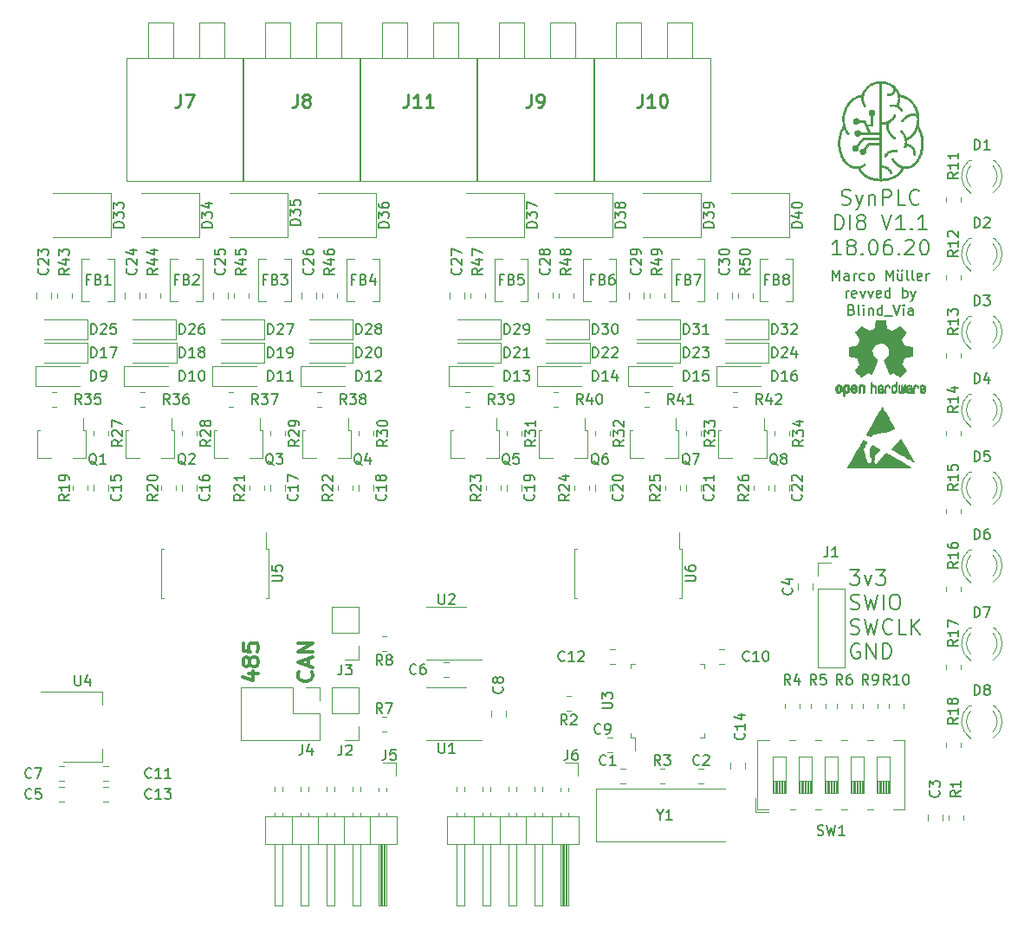
<source format=gbr>
%TF.GenerationSoftware,KiCad,Pcbnew,5.1.10-88a1d61d58~90~ubuntu20.04.1*%
%TF.CreationDate,2021-10-13T16:11:54+02:00*%
%TF.ProjectId,DI8_V1.1,4449385f-5631-42e3-912e-6b696361645f,rev?*%
%TF.SameCoordinates,Original*%
%TF.FileFunction,Legend,Top*%
%TF.FilePolarity,Positive*%
%FSLAX46Y46*%
G04 Gerber Fmt 4.6, Leading zero omitted, Abs format (unit mm)*
G04 Created by KiCad (PCBNEW 5.1.10-88a1d61d58~90~ubuntu20.04.1) date 2021-10-13 16:11:54*
%MOMM*%
%LPD*%
G01*
G04 APERTURE LIST*
%ADD10C,0.200000*%
%ADD11C,0.300000*%
%ADD12C,0.150000*%
%ADD13C,0.010000*%
%ADD14C,0.120000*%
%ADD15C,0.100000*%
%ADD16C,0.254000*%
G04 APERTURE END LIST*
D10*
X124897142Y-81302380D02*
X124897142Y-80302380D01*
X125230476Y-81016666D01*
X125563809Y-80302380D01*
X125563809Y-81302380D01*
X126468571Y-81302380D02*
X126468571Y-80778571D01*
X126420952Y-80683333D01*
X126325714Y-80635714D01*
X126135238Y-80635714D01*
X126040000Y-80683333D01*
X126468571Y-81254761D02*
X126373333Y-81302380D01*
X126135238Y-81302380D01*
X126040000Y-81254761D01*
X125992380Y-81159523D01*
X125992380Y-81064285D01*
X126040000Y-80969047D01*
X126135238Y-80921428D01*
X126373333Y-80921428D01*
X126468571Y-80873809D01*
X126944761Y-81302380D02*
X126944761Y-80635714D01*
X126944761Y-80826190D02*
X126992380Y-80730952D01*
X127040000Y-80683333D01*
X127135238Y-80635714D01*
X127230476Y-80635714D01*
X127992380Y-81254761D02*
X127897142Y-81302380D01*
X127706666Y-81302380D01*
X127611428Y-81254761D01*
X127563809Y-81207142D01*
X127516190Y-81111904D01*
X127516190Y-80826190D01*
X127563809Y-80730952D01*
X127611428Y-80683333D01*
X127706666Y-80635714D01*
X127897142Y-80635714D01*
X127992380Y-80683333D01*
X128563809Y-81302380D02*
X128468571Y-81254761D01*
X128420952Y-81207142D01*
X128373333Y-81111904D01*
X128373333Y-80826190D01*
X128420952Y-80730952D01*
X128468571Y-80683333D01*
X128563809Y-80635714D01*
X128706666Y-80635714D01*
X128801904Y-80683333D01*
X128849523Y-80730952D01*
X128897142Y-80826190D01*
X128897142Y-81111904D01*
X128849523Y-81207142D01*
X128801904Y-81254761D01*
X128706666Y-81302380D01*
X128563809Y-81302380D01*
X130087619Y-81302380D02*
X130087619Y-80302380D01*
X130420952Y-81016666D01*
X130754285Y-80302380D01*
X130754285Y-81302380D01*
X131659047Y-80635714D02*
X131659047Y-81302380D01*
X131230476Y-80635714D02*
X131230476Y-81159523D01*
X131278095Y-81254761D01*
X131373333Y-81302380D01*
X131516190Y-81302380D01*
X131611428Y-81254761D01*
X131659047Y-81207142D01*
X131278095Y-80302380D02*
X131325714Y-80350000D01*
X131278095Y-80397619D01*
X131230476Y-80350000D01*
X131278095Y-80302380D01*
X131278095Y-80397619D01*
X131659047Y-80302380D02*
X131706666Y-80350000D01*
X131659047Y-80397619D01*
X131611428Y-80350000D01*
X131659047Y-80302380D01*
X131659047Y-80397619D01*
X132278095Y-81302380D02*
X132182857Y-81254761D01*
X132135238Y-81159523D01*
X132135238Y-80302380D01*
X132801904Y-81302380D02*
X132706666Y-81254761D01*
X132659047Y-81159523D01*
X132659047Y-80302380D01*
X133563809Y-81254761D02*
X133468571Y-81302380D01*
X133278095Y-81302380D01*
X133182857Y-81254761D01*
X133135238Y-81159523D01*
X133135238Y-80778571D01*
X133182857Y-80683333D01*
X133278095Y-80635714D01*
X133468571Y-80635714D01*
X133563809Y-80683333D01*
X133611428Y-80778571D01*
X133611428Y-80873809D01*
X133135238Y-80969047D01*
X134040000Y-81302380D02*
X134040000Y-80635714D01*
X134040000Y-80826190D02*
X134087619Y-80730952D01*
X134135238Y-80683333D01*
X134230476Y-80635714D01*
X134325714Y-80635714D01*
X126182857Y-83002380D02*
X126182857Y-82335714D01*
X126182857Y-82526190D02*
X126230476Y-82430952D01*
X126278095Y-82383333D01*
X126373333Y-82335714D01*
X126468571Y-82335714D01*
X127182857Y-82954761D02*
X127087619Y-83002380D01*
X126897142Y-83002380D01*
X126801904Y-82954761D01*
X126754285Y-82859523D01*
X126754285Y-82478571D01*
X126801904Y-82383333D01*
X126897142Y-82335714D01*
X127087619Y-82335714D01*
X127182857Y-82383333D01*
X127230476Y-82478571D01*
X127230476Y-82573809D01*
X126754285Y-82669047D01*
X127563809Y-82335714D02*
X127801904Y-83002380D01*
X128040000Y-82335714D01*
X128325714Y-82335714D02*
X128563809Y-83002380D01*
X128801904Y-82335714D01*
X129563809Y-82954761D02*
X129468571Y-83002380D01*
X129278095Y-83002380D01*
X129182857Y-82954761D01*
X129135238Y-82859523D01*
X129135238Y-82478571D01*
X129182857Y-82383333D01*
X129278095Y-82335714D01*
X129468571Y-82335714D01*
X129563809Y-82383333D01*
X129611428Y-82478571D01*
X129611428Y-82573809D01*
X129135238Y-82669047D01*
X130468571Y-83002380D02*
X130468571Y-82002380D01*
X130468571Y-82954761D02*
X130373333Y-83002380D01*
X130182857Y-83002380D01*
X130087619Y-82954761D01*
X130040000Y-82907142D01*
X129992380Y-82811904D01*
X129992380Y-82526190D01*
X130040000Y-82430952D01*
X130087619Y-82383333D01*
X130182857Y-82335714D01*
X130373333Y-82335714D01*
X130468571Y-82383333D01*
X131706666Y-83002380D02*
X131706666Y-82002380D01*
X131706666Y-82383333D02*
X131801904Y-82335714D01*
X131992380Y-82335714D01*
X132087619Y-82383333D01*
X132135238Y-82430952D01*
X132182857Y-82526190D01*
X132182857Y-82811904D01*
X132135238Y-82907142D01*
X132087619Y-82954761D01*
X131992380Y-83002380D01*
X131801904Y-83002380D01*
X131706666Y-82954761D01*
X132516190Y-82335714D02*
X132754285Y-83002380D01*
X132992380Y-82335714D02*
X132754285Y-83002380D01*
X132659047Y-83240476D01*
X132611428Y-83288095D01*
X132516190Y-83335714D01*
X126706666Y-84178571D02*
X126849523Y-84226190D01*
X126897142Y-84273809D01*
X126944761Y-84369047D01*
X126944761Y-84511904D01*
X126897142Y-84607142D01*
X126849523Y-84654761D01*
X126754285Y-84702380D01*
X126373333Y-84702380D01*
X126373333Y-83702380D01*
X126706666Y-83702380D01*
X126801904Y-83750000D01*
X126849523Y-83797619D01*
X126897142Y-83892857D01*
X126897142Y-83988095D01*
X126849523Y-84083333D01*
X126801904Y-84130952D01*
X126706666Y-84178571D01*
X126373333Y-84178571D01*
X127516190Y-84702380D02*
X127420952Y-84654761D01*
X127373333Y-84559523D01*
X127373333Y-83702380D01*
X127897142Y-84702380D02*
X127897142Y-84035714D01*
X127897142Y-83702380D02*
X127849523Y-83750000D01*
X127897142Y-83797619D01*
X127944761Y-83750000D01*
X127897142Y-83702380D01*
X127897142Y-83797619D01*
X128373333Y-84035714D02*
X128373333Y-84702380D01*
X128373333Y-84130952D02*
X128420952Y-84083333D01*
X128516190Y-84035714D01*
X128659047Y-84035714D01*
X128754285Y-84083333D01*
X128801904Y-84178571D01*
X128801904Y-84702380D01*
X129706666Y-84702380D02*
X129706666Y-83702380D01*
X129706666Y-84654761D02*
X129611428Y-84702380D01*
X129420952Y-84702380D01*
X129325714Y-84654761D01*
X129278095Y-84607142D01*
X129230476Y-84511904D01*
X129230476Y-84226190D01*
X129278095Y-84130952D01*
X129325714Y-84083333D01*
X129420952Y-84035714D01*
X129611428Y-84035714D01*
X129706666Y-84083333D01*
X129944761Y-84797619D02*
X130706666Y-84797619D01*
X130801904Y-83702380D02*
X131135238Y-84702380D01*
X131468571Y-83702380D01*
X131801904Y-84702380D02*
X131801904Y-84035714D01*
X131801904Y-83702380D02*
X131754285Y-83750000D01*
X131801904Y-83797619D01*
X131849523Y-83750000D01*
X131801904Y-83702380D01*
X131801904Y-83797619D01*
X132706666Y-84702380D02*
X132706666Y-84178571D01*
X132659047Y-84083333D01*
X132563809Y-84035714D01*
X132373333Y-84035714D01*
X132278095Y-84083333D01*
X132706666Y-84654761D02*
X132611428Y-84702380D01*
X132373333Y-84702380D01*
X132278095Y-84654761D01*
X132230476Y-84559523D01*
X132230476Y-84464285D01*
X132278095Y-84369047D01*
X132373333Y-84321428D01*
X132611428Y-84321428D01*
X132706666Y-84273809D01*
D11*
X73941714Y-119582285D02*
X74013142Y-119653714D01*
X74084571Y-119868000D01*
X74084571Y-120010857D01*
X74013142Y-120225142D01*
X73870285Y-120368000D01*
X73727428Y-120439428D01*
X73441714Y-120510857D01*
X73227428Y-120510857D01*
X72941714Y-120439428D01*
X72798857Y-120368000D01*
X72656000Y-120225142D01*
X72584571Y-120010857D01*
X72584571Y-119868000D01*
X72656000Y-119653714D01*
X72727428Y-119582285D01*
X73656000Y-119010857D02*
X73656000Y-118296571D01*
X74084571Y-119153714D02*
X72584571Y-118653714D01*
X74084571Y-118153714D01*
X74084571Y-117653714D02*
X72584571Y-117653714D01*
X74084571Y-116796571D01*
X72584571Y-116796571D01*
X67750571Y-119760857D02*
X68750571Y-119760857D01*
X67179142Y-120118000D02*
X68250571Y-120475142D01*
X68250571Y-119546571D01*
X67893428Y-118760857D02*
X67822000Y-118903714D01*
X67750571Y-118975142D01*
X67607714Y-119046571D01*
X67536285Y-119046571D01*
X67393428Y-118975142D01*
X67322000Y-118903714D01*
X67250571Y-118760857D01*
X67250571Y-118475142D01*
X67322000Y-118332285D01*
X67393428Y-118260857D01*
X67536285Y-118189428D01*
X67607714Y-118189428D01*
X67750571Y-118260857D01*
X67822000Y-118332285D01*
X67893428Y-118475142D01*
X67893428Y-118760857D01*
X67964857Y-118903714D01*
X68036285Y-118975142D01*
X68179142Y-119046571D01*
X68464857Y-119046571D01*
X68607714Y-118975142D01*
X68679142Y-118903714D01*
X68750571Y-118760857D01*
X68750571Y-118475142D01*
X68679142Y-118332285D01*
X68607714Y-118260857D01*
X68464857Y-118189428D01*
X68179142Y-118189428D01*
X68036285Y-118260857D01*
X67964857Y-118332285D01*
X67893428Y-118475142D01*
X67250571Y-116832285D02*
X67250571Y-117546571D01*
X67964857Y-117618000D01*
X67893428Y-117546571D01*
X67822000Y-117403714D01*
X67822000Y-117046571D01*
X67893428Y-116903714D01*
X67964857Y-116832285D01*
X68107714Y-116760857D01*
X68464857Y-116760857D01*
X68607714Y-116832285D01*
X68679142Y-116903714D01*
X68750571Y-117046571D01*
X68750571Y-117403714D01*
X68679142Y-117546571D01*
X68607714Y-117618000D01*
D10*
X125754285Y-73849142D02*
X125968571Y-73920571D01*
X126325714Y-73920571D01*
X126468571Y-73849142D01*
X126540000Y-73777714D01*
X126611428Y-73634857D01*
X126611428Y-73492000D01*
X126540000Y-73349142D01*
X126468571Y-73277714D01*
X126325714Y-73206285D01*
X126040000Y-73134857D01*
X125897142Y-73063428D01*
X125825714Y-72992000D01*
X125754285Y-72849142D01*
X125754285Y-72706285D01*
X125825714Y-72563428D01*
X125897142Y-72492000D01*
X126040000Y-72420571D01*
X126397142Y-72420571D01*
X126611428Y-72492000D01*
X127111428Y-72920571D02*
X127468571Y-73920571D01*
X127825714Y-72920571D02*
X127468571Y-73920571D01*
X127325714Y-74277714D01*
X127254285Y-74349142D01*
X127111428Y-74420571D01*
X128397142Y-72920571D02*
X128397142Y-73920571D01*
X128397142Y-73063428D02*
X128468571Y-72992000D01*
X128611428Y-72920571D01*
X128825714Y-72920571D01*
X128968571Y-72992000D01*
X129040000Y-73134857D01*
X129040000Y-73920571D01*
X129754285Y-73920571D02*
X129754285Y-72420571D01*
X130325714Y-72420571D01*
X130468571Y-72492000D01*
X130540000Y-72563428D01*
X130611428Y-72706285D01*
X130611428Y-72920571D01*
X130540000Y-73063428D01*
X130468571Y-73134857D01*
X130325714Y-73206285D01*
X129754285Y-73206285D01*
X131968571Y-73920571D02*
X131254285Y-73920571D01*
X131254285Y-72420571D01*
X133325714Y-73777714D02*
X133254285Y-73849142D01*
X133040000Y-73920571D01*
X132897142Y-73920571D01*
X132682857Y-73849142D01*
X132540000Y-73706285D01*
X132468571Y-73563428D01*
X132397142Y-73277714D01*
X132397142Y-73063428D01*
X132468571Y-72777714D01*
X132540000Y-72634857D01*
X132682857Y-72492000D01*
X132897142Y-72420571D01*
X133040000Y-72420571D01*
X133254285Y-72492000D01*
X133325714Y-72563428D01*
X125075714Y-76370571D02*
X125075714Y-74870571D01*
X125432857Y-74870571D01*
X125647142Y-74942000D01*
X125790000Y-75084857D01*
X125861428Y-75227714D01*
X125932857Y-75513428D01*
X125932857Y-75727714D01*
X125861428Y-76013428D01*
X125790000Y-76156285D01*
X125647142Y-76299142D01*
X125432857Y-76370571D01*
X125075714Y-76370571D01*
X126575714Y-76370571D02*
X126575714Y-74870571D01*
X127504285Y-75513428D02*
X127361428Y-75442000D01*
X127290000Y-75370571D01*
X127218571Y-75227714D01*
X127218571Y-75156285D01*
X127290000Y-75013428D01*
X127361428Y-74942000D01*
X127504285Y-74870571D01*
X127790000Y-74870571D01*
X127932857Y-74942000D01*
X128004285Y-75013428D01*
X128075714Y-75156285D01*
X128075714Y-75227714D01*
X128004285Y-75370571D01*
X127932857Y-75442000D01*
X127790000Y-75513428D01*
X127504285Y-75513428D01*
X127361428Y-75584857D01*
X127290000Y-75656285D01*
X127218571Y-75799142D01*
X127218571Y-76084857D01*
X127290000Y-76227714D01*
X127361428Y-76299142D01*
X127504285Y-76370571D01*
X127790000Y-76370571D01*
X127932857Y-76299142D01*
X128004285Y-76227714D01*
X128075714Y-76084857D01*
X128075714Y-75799142D01*
X128004285Y-75656285D01*
X127932857Y-75584857D01*
X127790000Y-75513428D01*
X129647142Y-74870571D02*
X130147142Y-76370571D01*
X130647142Y-74870571D01*
X131932857Y-76370571D02*
X131075714Y-76370571D01*
X131504285Y-76370571D02*
X131504285Y-74870571D01*
X131361428Y-75084857D01*
X131218571Y-75227714D01*
X131075714Y-75299142D01*
X132575714Y-76227714D02*
X132647142Y-76299142D01*
X132575714Y-76370571D01*
X132504285Y-76299142D01*
X132575714Y-76227714D01*
X132575714Y-76370571D01*
X134075714Y-76370571D02*
X133218571Y-76370571D01*
X133647142Y-76370571D02*
X133647142Y-74870571D01*
X133504285Y-75084857D01*
X133361428Y-75227714D01*
X133218571Y-75299142D01*
X125682857Y-78820571D02*
X124825714Y-78820571D01*
X125254285Y-78820571D02*
X125254285Y-77320571D01*
X125111428Y-77534857D01*
X124968571Y-77677714D01*
X124825714Y-77749142D01*
X126540000Y-77963428D02*
X126397142Y-77892000D01*
X126325714Y-77820571D01*
X126254285Y-77677714D01*
X126254285Y-77606285D01*
X126325714Y-77463428D01*
X126397142Y-77392000D01*
X126540000Y-77320571D01*
X126825714Y-77320571D01*
X126968571Y-77392000D01*
X127040000Y-77463428D01*
X127111428Y-77606285D01*
X127111428Y-77677714D01*
X127040000Y-77820571D01*
X126968571Y-77892000D01*
X126825714Y-77963428D01*
X126540000Y-77963428D01*
X126397142Y-78034857D01*
X126325714Y-78106285D01*
X126254285Y-78249142D01*
X126254285Y-78534857D01*
X126325714Y-78677714D01*
X126397142Y-78749142D01*
X126540000Y-78820571D01*
X126825714Y-78820571D01*
X126968571Y-78749142D01*
X127040000Y-78677714D01*
X127111428Y-78534857D01*
X127111428Y-78249142D01*
X127040000Y-78106285D01*
X126968571Y-78034857D01*
X126825714Y-77963428D01*
X127754285Y-78677714D02*
X127825714Y-78749142D01*
X127754285Y-78820571D01*
X127682857Y-78749142D01*
X127754285Y-78677714D01*
X127754285Y-78820571D01*
X128754285Y-77320571D02*
X128897142Y-77320571D01*
X129040000Y-77392000D01*
X129111428Y-77463428D01*
X129182857Y-77606285D01*
X129254285Y-77892000D01*
X129254285Y-78249142D01*
X129182857Y-78534857D01*
X129111428Y-78677714D01*
X129040000Y-78749142D01*
X128897142Y-78820571D01*
X128754285Y-78820571D01*
X128611428Y-78749142D01*
X128540000Y-78677714D01*
X128468571Y-78534857D01*
X128397142Y-78249142D01*
X128397142Y-77892000D01*
X128468571Y-77606285D01*
X128540000Y-77463428D01*
X128611428Y-77392000D01*
X128754285Y-77320571D01*
X130540000Y-77320571D02*
X130254285Y-77320571D01*
X130111428Y-77392000D01*
X130040000Y-77463428D01*
X129897142Y-77677714D01*
X129825714Y-77963428D01*
X129825714Y-78534857D01*
X129897142Y-78677714D01*
X129968571Y-78749142D01*
X130111428Y-78820571D01*
X130397142Y-78820571D01*
X130540000Y-78749142D01*
X130611428Y-78677714D01*
X130682857Y-78534857D01*
X130682857Y-78177714D01*
X130611428Y-78034857D01*
X130540000Y-77963428D01*
X130397142Y-77892000D01*
X130111428Y-77892000D01*
X129968571Y-77963428D01*
X129897142Y-78034857D01*
X129825714Y-78177714D01*
X131325714Y-78677714D02*
X131397142Y-78749142D01*
X131325714Y-78820571D01*
X131254285Y-78749142D01*
X131325714Y-78677714D01*
X131325714Y-78820571D01*
X131968571Y-77463428D02*
X132040000Y-77392000D01*
X132182857Y-77320571D01*
X132540000Y-77320571D01*
X132682857Y-77392000D01*
X132754285Y-77463428D01*
X132825714Y-77606285D01*
X132825714Y-77749142D01*
X132754285Y-77963428D01*
X131897142Y-78820571D01*
X132825714Y-78820571D01*
X133754285Y-77320571D02*
X133897142Y-77320571D01*
X134040000Y-77392000D01*
X134111428Y-77463428D01*
X134182857Y-77606285D01*
X134254285Y-77892000D01*
X134254285Y-78249142D01*
X134182857Y-78534857D01*
X134111428Y-78677714D01*
X134040000Y-78749142D01*
X133897142Y-78820571D01*
X133754285Y-78820571D01*
X133611428Y-78749142D01*
X133540000Y-78677714D01*
X133468571Y-78534857D01*
X133397142Y-78249142D01*
X133397142Y-77892000D01*
X133468571Y-77606285D01*
X133540000Y-77463428D01*
X133611428Y-77392000D01*
X133754285Y-77320571D01*
D12*
X126549785Y-109624571D02*
X127478357Y-109624571D01*
X126978357Y-110196000D01*
X127192642Y-110196000D01*
X127335500Y-110267428D01*
X127406928Y-110338857D01*
X127478357Y-110481714D01*
X127478357Y-110838857D01*
X127406928Y-110981714D01*
X127335500Y-111053142D01*
X127192642Y-111124571D01*
X126764071Y-111124571D01*
X126621214Y-111053142D01*
X126549785Y-110981714D01*
X127978357Y-110124571D02*
X128335500Y-111124571D01*
X128692642Y-110124571D01*
X129121214Y-109624571D02*
X130049785Y-109624571D01*
X129549785Y-110196000D01*
X129764071Y-110196000D01*
X129906928Y-110267428D01*
X129978357Y-110338857D01*
X130049785Y-110481714D01*
X130049785Y-110838857D01*
X129978357Y-110981714D01*
X129906928Y-111053142D01*
X129764071Y-111124571D01*
X129335500Y-111124571D01*
X129192642Y-111053142D01*
X129121214Y-110981714D01*
X126621214Y-113453142D02*
X126835500Y-113524571D01*
X127192642Y-113524571D01*
X127335500Y-113453142D01*
X127406928Y-113381714D01*
X127478357Y-113238857D01*
X127478357Y-113096000D01*
X127406928Y-112953142D01*
X127335500Y-112881714D01*
X127192642Y-112810285D01*
X126906928Y-112738857D01*
X126764071Y-112667428D01*
X126692642Y-112596000D01*
X126621214Y-112453142D01*
X126621214Y-112310285D01*
X126692642Y-112167428D01*
X126764071Y-112096000D01*
X126906928Y-112024571D01*
X127264071Y-112024571D01*
X127478357Y-112096000D01*
X127978357Y-112024571D02*
X128335500Y-113524571D01*
X128621214Y-112453142D01*
X128906928Y-113524571D01*
X129264071Y-112024571D01*
X129835500Y-113524571D02*
X129835500Y-112024571D01*
X130835500Y-112024571D02*
X131121214Y-112024571D01*
X131264071Y-112096000D01*
X131406928Y-112238857D01*
X131478357Y-112524571D01*
X131478357Y-113024571D01*
X131406928Y-113310285D01*
X131264071Y-113453142D01*
X131121214Y-113524571D01*
X130835500Y-113524571D01*
X130692642Y-113453142D01*
X130549785Y-113310285D01*
X130478357Y-113024571D01*
X130478357Y-112524571D01*
X130549785Y-112238857D01*
X130692642Y-112096000D01*
X130835500Y-112024571D01*
X126621214Y-115853142D02*
X126835500Y-115924571D01*
X127192642Y-115924571D01*
X127335500Y-115853142D01*
X127406928Y-115781714D01*
X127478357Y-115638857D01*
X127478357Y-115496000D01*
X127406928Y-115353142D01*
X127335500Y-115281714D01*
X127192642Y-115210285D01*
X126906928Y-115138857D01*
X126764071Y-115067428D01*
X126692642Y-114996000D01*
X126621214Y-114853142D01*
X126621214Y-114710285D01*
X126692642Y-114567428D01*
X126764071Y-114496000D01*
X126906928Y-114424571D01*
X127264071Y-114424571D01*
X127478357Y-114496000D01*
X127978357Y-114424571D02*
X128335500Y-115924571D01*
X128621214Y-114853142D01*
X128906928Y-115924571D01*
X129264071Y-114424571D01*
X130692642Y-115781714D02*
X130621214Y-115853142D01*
X130406928Y-115924571D01*
X130264071Y-115924571D01*
X130049785Y-115853142D01*
X129906928Y-115710285D01*
X129835500Y-115567428D01*
X129764071Y-115281714D01*
X129764071Y-115067428D01*
X129835500Y-114781714D01*
X129906928Y-114638857D01*
X130049785Y-114496000D01*
X130264071Y-114424571D01*
X130406928Y-114424571D01*
X130621214Y-114496000D01*
X130692642Y-114567428D01*
X132049785Y-115924571D02*
X131335500Y-115924571D01*
X131335500Y-114424571D01*
X132549785Y-115924571D02*
X132549785Y-114424571D01*
X133406928Y-115924571D02*
X132764071Y-115067428D01*
X133406928Y-114424571D02*
X132549785Y-115281714D01*
X127478357Y-116896000D02*
X127335500Y-116824571D01*
X127121214Y-116824571D01*
X126906928Y-116896000D01*
X126764071Y-117038857D01*
X126692642Y-117181714D01*
X126621214Y-117467428D01*
X126621214Y-117681714D01*
X126692642Y-117967428D01*
X126764071Y-118110285D01*
X126906928Y-118253142D01*
X127121214Y-118324571D01*
X127264071Y-118324571D01*
X127478357Y-118253142D01*
X127549785Y-118181714D01*
X127549785Y-117681714D01*
X127264071Y-117681714D01*
X128192642Y-118324571D02*
X128192642Y-116824571D01*
X129049785Y-118324571D01*
X129049785Y-116824571D01*
X129764071Y-118324571D02*
X129764071Y-116824571D01*
X130121214Y-116824571D01*
X130335500Y-116896000D01*
X130478357Y-117038857D01*
X130549785Y-117181714D01*
X130621214Y-117467428D01*
X130621214Y-117681714D01*
X130549785Y-117967428D01*
X130478357Y-118110285D01*
X130335500Y-118253142D01*
X130121214Y-118324571D01*
X129764071Y-118324571D01*
D13*
%TO.C,REF\u002A\u002A*%
G36*
X127862094Y-96938158D02*
G01*
X127894619Y-96950736D01*
X127944193Y-96975712D01*
X128015374Y-97014876D01*
X128020916Y-97017988D01*
X128086474Y-97055476D01*
X128141798Y-97088319D01*
X128181455Y-97113205D01*
X128200012Y-97126820D01*
X128200531Y-97127487D01*
X128196048Y-97146390D01*
X128175486Y-97188605D01*
X128140183Y-97251832D01*
X128091480Y-97333772D01*
X128030718Y-97432122D01*
X127959236Y-97544585D01*
X127941445Y-97572165D01*
X127895093Y-97648699D01*
X127861342Y-97714556D01*
X127843153Y-97763782D01*
X127841286Y-97773507D01*
X127842115Y-97816312D01*
X127851394Y-97884209D01*
X127867968Y-97972843D01*
X127890680Y-98077859D01*
X127918373Y-98194902D01*
X127949890Y-98319616D01*
X127984075Y-98447645D01*
X128019771Y-98574634D01*
X128055821Y-98696228D01*
X128091068Y-98808072D01*
X128124356Y-98905810D01*
X128154528Y-98985087D01*
X128175561Y-99032122D01*
X128200337Y-99082225D01*
X128223730Y-99130168D01*
X128224997Y-99132793D01*
X128263699Y-99181220D01*
X128320184Y-99213828D01*
X128385939Y-99229454D01*
X128452451Y-99226937D01*
X128511205Y-99205114D01*
X128544258Y-99176382D01*
X128591859Y-99097583D01*
X128626739Y-98999378D01*
X128645877Y-98891779D01*
X128648588Y-98830780D01*
X128637670Y-98716935D01*
X128605624Y-98622660D01*
X128550726Y-98543379D01*
X128533607Y-98525733D01*
X128482661Y-98476235D01*
X128479163Y-98126362D01*
X128475664Y-97776489D01*
X128564818Y-97641531D01*
X128606654Y-97580445D01*
X128646945Y-97525493D01*
X128679943Y-97484336D01*
X128694126Y-97469192D01*
X128734281Y-97431810D01*
X128788665Y-97461098D01*
X128823039Y-97482084D01*
X128841846Y-97498378D01*
X128843049Y-97501307D01*
X128855903Y-97513728D01*
X128877896Y-97522977D01*
X128899150Y-97531313D01*
X128931694Y-97547149D01*
X128978322Y-97572033D01*
X129041829Y-97607509D01*
X129125008Y-97655123D01*
X129230653Y-97716422D01*
X129288062Y-97749932D01*
X129355594Y-97790071D01*
X129399885Y-97818659D01*
X129424855Y-97839039D01*
X129434423Y-97854553D01*
X129432508Y-97868546D01*
X129430911Y-97871796D01*
X129415376Y-97892266D01*
X129382136Y-97930665D01*
X129335062Y-97982696D01*
X129278028Y-98044066D01*
X129228700Y-98096090D01*
X129115030Y-98219567D01*
X129026105Y-98326591D01*
X128961134Y-98418240D01*
X128919321Y-98495588D01*
X128905217Y-98534866D01*
X128899392Y-98569249D01*
X128893375Y-98627899D01*
X128887696Y-98704117D01*
X128882884Y-98791202D01*
X128880619Y-98846268D01*
X128877459Y-98941464D01*
X128876069Y-99011062D01*
X128876858Y-99060409D01*
X128880235Y-99094854D01*
X128886608Y-99119743D01*
X128896387Y-99140425D01*
X128904067Y-99153053D01*
X128948421Y-99201726D01*
X129005574Y-99235645D01*
X129065708Y-99250438D01*
X129110773Y-99245086D01*
X129151576Y-99221930D01*
X129202724Y-99180462D01*
X129257042Y-99127912D01*
X129307357Y-99071516D01*
X129346494Y-99018505D01*
X129360905Y-98992889D01*
X129382491Y-98957814D01*
X129421753Y-98904389D01*
X129475102Y-98836789D01*
X129538952Y-98759190D01*
X129609715Y-98675768D01*
X129683804Y-98590698D01*
X129757632Y-98508155D01*
X129827611Y-98432316D01*
X129890155Y-98367356D01*
X129939260Y-98319669D01*
X129993779Y-98272032D01*
X130039642Y-98236908D01*
X130071811Y-98217949D01*
X130082489Y-98215864D01*
X130098853Y-98224274D01*
X130139671Y-98246846D01*
X130202586Y-98282224D01*
X130285244Y-98329054D01*
X130385289Y-98385981D01*
X130500366Y-98451649D01*
X130628119Y-98524703D01*
X130766194Y-98603788D01*
X130912234Y-98687548D01*
X131063884Y-98774629D01*
X131218790Y-98863676D01*
X131374595Y-98953332D01*
X131528944Y-99042243D01*
X131679482Y-99129054D01*
X131823854Y-99212409D01*
X131959704Y-99290954D01*
X132084677Y-99363333D01*
X132196417Y-99428190D01*
X132292570Y-99484171D01*
X132370779Y-99529920D01*
X132428689Y-99564083D01*
X132463946Y-99585304D01*
X132474165Y-99591963D01*
X132460402Y-99593280D01*
X132417104Y-99594559D01*
X132345714Y-99595796D01*
X132247673Y-99596983D01*
X132124422Y-99598115D01*
X131977403Y-99599186D01*
X131808057Y-99600189D01*
X131617826Y-99601119D01*
X131408151Y-99601968D01*
X131180473Y-99602732D01*
X130936235Y-99603403D01*
X130676877Y-99603976D01*
X130403841Y-99604444D01*
X130118568Y-99604802D01*
X129822500Y-99605042D01*
X129517079Y-99605159D01*
X129388924Y-99605171D01*
X126288970Y-99605171D01*
X126510053Y-99221847D01*
X126556856Y-99140680D01*
X126617102Y-99036166D01*
X126688778Y-98911801D01*
X126769869Y-98771082D01*
X126858362Y-98617503D01*
X126952240Y-98454562D01*
X127049491Y-98285754D01*
X127148100Y-98114575D01*
X127246053Y-97944521D01*
X127270825Y-97901512D01*
X127361152Y-97744857D01*
X127447289Y-97595803D01*
X127527942Y-97456568D01*
X127601816Y-97329371D01*
X127667617Y-97216432D01*
X127724050Y-97119968D01*
X127769821Y-97042200D01*
X127803635Y-96985346D01*
X127824198Y-96951625D01*
X127829953Y-96943040D01*
X127842058Y-96936189D01*
X127862094Y-96938158D01*
G37*
X127862094Y-96938158D02*
X127894619Y-96950736D01*
X127944193Y-96975712D01*
X128015374Y-97014876D01*
X128020916Y-97017988D01*
X128086474Y-97055476D01*
X128141798Y-97088319D01*
X128181455Y-97113205D01*
X128200012Y-97126820D01*
X128200531Y-97127487D01*
X128196048Y-97146390D01*
X128175486Y-97188605D01*
X128140183Y-97251832D01*
X128091480Y-97333772D01*
X128030718Y-97432122D01*
X127959236Y-97544585D01*
X127941445Y-97572165D01*
X127895093Y-97648699D01*
X127861342Y-97714556D01*
X127843153Y-97763782D01*
X127841286Y-97773507D01*
X127842115Y-97816312D01*
X127851394Y-97884209D01*
X127867968Y-97972843D01*
X127890680Y-98077859D01*
X127918373Y-98194902D01*
X127949890Y-98319616D01*
X127984075Y-98447645D01*
X128019771Y-98574634D01*
X128055821Y-98696228D01*
X128091068Y-98808072D01*
X128124356Y-98905810D01*
X128154528Y-98985087D01*
X128175561Y-99032122D01*
X128200337Y-99082225D01*
X128223730Y-99130168D01*
X128224997Y-99132793D01*
X128263699Y-99181220D01*
X128320184Y-99213828D01*
X128385939Y-99229454D01*
X128452451Y-99226937D01*
X128511205Y-99205114D01*
X128544258Y-99176382D01*
X128591859Y-99097583D01*
X128626739Y-98999378D01*
X128645877Y-98891779D01*
X128648588Y-98830780D01*
X128637670Y-98716935D01*
X128605624Y-98622660D01*
X128550726Y-98543379D01*
X128533607Y-98525733D01*
X128482661Y-98476235D01*
X128479163Y-98126362D01*
X128475664Y-97776489D01*
X128564818Y-97641531D01*
X128606654Y-97580445D01*
X128646945Y-97525493D01*
X128679943Y-97484336D01*
X128694126Y-97469192D01*
X128734281Y-97431810D01*
X128788665Y-97461098D01*
X128823039Y-97482084D01*
X128841846Y-97498378D01*
X128843049Y-97501307D01*
X128855903Y-97513728D01*
X128877896Y-97522977D01*
X128899150Y-97531313D01*
X128931694Y-97547149D01*
X128978322Y-97572033D01*
X129041829Y-97607509D01*
X129125008Y-97655123D01*
X129230653Y-97716422D01*
X129288062Y-97749932D01*
X129355594Y-97790071D01*
X129399885Y-97818659D01*
X129424855Y-97839039D01*
X129434423Y-97854553D01*
X129432508Y-97868546D01*
X129430911Y-97871796D01*
X129415376Y-97892266D01*
X129382136Y-97930665D01*
X129335062Y-97982696D01*
X129278028Y-98044066D01*
X129228700Y-98096090D01*
X129115030Y-98219567D01*
X129026105Y-98326591D01*
X128961134Y-98418240D01*
X128919321Y-98495588D01*
X128905217Y-98534866D01*
X128899392Y-98569249D01*
X128893375Y-98627899D01*
X128887696Y-98704117D01*
X128882884Y-98791202D01*
X128880619Y-98846268D01*
X128877459Y-98941464D01*
X128876069Y-99011062D01*
X128876858Y-99060409D01*
X128880235Y-99094854D01*
X128886608Y-99119743D01*
X128896387Y-99140425D01*
X128904067Y-99153053D01*
X128948421Y-99201726D01*
X129005574Y-99235645D01*
X129065708Y-99250438D01*
X129110773Y-99245086D01*
X129151576Y-99221930D01*
X129202724Y-99180462D01*
X129257042Y-99127912D01*
X129307357Y-99071516D01*
X129346494Y-99018505D01*
X129360905Y-98992889D01*
X129382491Y-98957814D01*
X129421753Y-98904389D01*
X129475102Y-98836789D01*
X129538952Y-98759190D01*
X129609715Y-98675768D01*
X129683804Y-98590698D01*
X129757632Y-98508155D01*
X129827611Y-98432316D01*
X129890155Y-98367356D01*
X129939260Y-98319669D01*
X129993779Y-98272032D01*
X130039642Y-98236908D01*
X130071811Y-98217949D01*
X130082489Y-98215864D01*
X130098853Y-98224274D01*
X130139671Y-98246846D01*
X130202586Y-98282224D01*
X130285244Y-98329054D01*
X130385289Y-98385981D01*
X130500366Y-98451649D01*
X130628119Y-98524703D01*
X130766194Y-98603788D01*
X130912234Y-98687548D01*
X131063884Y-98774629D01*
X131218790Y-98863676D01*
X131374595Y-98953332D01*
X131528944Y-99042243D01*
X131679482Y-99129054D01*
X131823854Y-99212409D01*
X131959704Y-99290954D01*
X132084677Y-99363333D01*
X132196417Y-99428190D01*
X132292570Y-99484171D01*
X132370779Y-99529920D01*
X132428689Y-99564083D01*
X132463946Y-99585304D01*
X132474165Y-99591963D01*
X132460402Y-99593280D01*
X132417104Y-99594559D01*
X132345714Y-99595796D01*
X132247673Y-99596983D01*
X132124422Y-99598115D01*
X131977403Y-99599186D01*
X131808057Y-99600189D01*
X131617826Y-99601119D01*
X131408151Y-99601968D01*
X131180473Y-99602732D01*
X130936235Y-99603403D01*
X130676877Y-99603976D01*
X130403841Y-99604444D01*
X130118568Y-99604802D01*
X129822500Y-99605042D01*
X129517079Y-99605159D01*
X129388924Y-99605171D01*
X126288970Y-99605171D01*
X126510053Y-99221847D01*
X126556856Y-99140680D01*
X126617102Y-99036166D01*
X126688778Y-98911801D01*
X126769869Y-98771082D01*
X126858362Y-98617503D01*
X126952240Y-98454562D01*
X127049491Y-98285754D01*
X127148100Y-98114575D01*
X127246053Y-97944521D01*
X127270825Y-97901512D01*
X127361152Y-97744857D01*
X127447289Y-97595803D01*
X127527942Y-97456568D01*
X127601816Y-97329371D01*
X127667617Y-97216432D01*
X127724050Y-97119968D01*
X127769821Y-97042200D01*
X127803635Y-96985346D01*
X127824198Y-96951625D01*
X127829953Y-96943040D01*
X127842058Y-96936189D01*
X127862094Y-96938158D01*
G36*
X131527528Y-96881619D02*
G01*
X131538908Y-96900693D01*
X131564488Y-96944421D01*
X131603002Y-97010619D01*
X131653186Y-97097102D01*
X131713775Y-97201685D01*
X131783503Y-97322183D01*
X131861107Y-97456412D01*
X131945320Y-97602187D01*
X132034879Y-97757323D01*
X132126998Y-97917000D01*
X132221076Y-98080117D01*
X132311402Y-98236709D01*
X132396665Y-98384506D01*
X132475557Y-98521240D01*
X132546769Y-98644642D01*
X132608991Y-98752444D01*
X132660913Y-98842377D01*
X132701228Y-98912173D01*
X132728624Y-98959564D01*
X132741507Y-98981786D01*
X132762507Y-99019330D01*
X132773925Y-99042831D01*
X132774551Y-99046920D01*
X132760636Y-99039242D01*
X132721941Y-99017203D01*
X132660487Y-98981971D01*
X132578298Y-98934711D01*
X132477396Y-98876589D01*
X132359805Y-98808771D01*
X132227546Y-98732424D01*
X132082642Y-98648714D01*
X131927117Y-98558806D01*
X131762992Y-98463867D01*
X131700549Y-98427732D01*
X131533487Y-98331083D01*
X131374074Y-98238938D01*
X131224355Y-98152475D01*
X131086376Y-98072871D01*
X130962185Y-98001305D01*
X130853827Y-97938955D01*
X130763348Y-97886998D01*
X130692796Y-97846613D01*
X130644215Y-97818978D01*
X130619654Y-97805272D01*
X130617085Y-97803974D01*
X130624569Y-97792220D01*
X130650614Y-97760795D01*
X130692559Y-97712594D01*
X130747746Y-97650510D01*
X130813517Y-97577439D01*
X130887212Y-97496276D01*
X130966173Y-97409916D01*
X131047740Y-97321253D01*
X131129254Y-97233182D01*
X131208057Y-97148599D01*
X131281490Y-97070397D01*
X131346893Y-97001472D01*
X131401608Y-96944719D01*
X131442977Y-96903032D01*
X131457164Y-96889363D01*
X131504180Y-96845201D01*
X131527528Y-96881619D01*
G37*
X131527528Y-96881619D02*
X131538908Y-96900693D01*
X131564488Y-96944421D01*
X131603002Y-97010619D01*
X131653186Y-97097102D01*
X131713775Y-97201685D01*
X131783503Y-97322183D01*
X131861107Y-97456412D01*
X131945320Y-97602187D01*
X132034879Y-97757323D01*
X132126998Y-97917000D01*
X132221076Y-98080117D01*
X132311402Y-98236709D01*
X132396665Y-98384506D01*
X132475557Y-98521240D01*
X132546769Y-98644642D01*
X132608991Y-98752444D01*
X132660913Y-98842377D01*
X132701228Y-98912173D01*
X132728624Y-98959564D01*
X132741507Y-98981786D01*
X132762507Y-99019330D01*
X132773925Y-99042831D01*
X132774551Y-99046920D01*
X132760636Y-99039242D01*
X132721941Y-99017203D01*
X132660487Y-98981971D01*
X132578298Y-98934711D01*
X132477396Y-98876589D01*
X132359805Y-98808771D01*
X132227546Y-98732424D01*
X132082642Y-98648714D01*
X131927117Y-98558806D01*
X131762992Y-98463867D01*
X131700549Y-98427732D01*
X131533487Y-98331083D01*
X131374074Y-98238938D01*
X131224355Y-98152475D01*
X131086376Y-98072871D01*
X130962185Y-98001305D01*
X130853827Y-97938955D01*
X130763348Y-97886998D01*
X130692796Y-97846613D01*
X130644215Y-97818978D01*
X130619654Y-97805272D01*
X130617085Y-97803974D01*
X130624569Y-97792220D01*
X130650614Y-97760795D01*
X130692559Y-97712594D01*
X130747746Y-97650510D01*
X130813517Y-97577439D01*
X130887212Y-97496276D01*
X130966173Y-97409916D01*
X131047740Y-97321253D01*
X131129254Y-97233182D01*
X131208057Y-97148599D01*
X131281490Y-97070397D01*
X131346893Y-97001472D01*
X131401608Y-96944719D01*
X131442977Y-96903032D01*
X131457164Y-96889363D01*
X131504180Y-96845201D01*
X131527528Y-96881619D01*
G36*
X129704043Y-93732835D02*
G01*
X129727065Y-93770245D01*
X129762534Y-93829514D01*
X129808996Y-93908118D01*
X129864996Y-94003538D01*
X129929081Y-94113250D01*
X129999796Y-94234734D01*
X130075687Y-94365468D01*
X130155299Y-94502930D01*
X130237178Y-94644598D01*
X130319870Y-94787951D01*
X130401921Y-94930467D01*
X130481876Y-95069624D01*
X130558281Y-95202901D01*
X130629682Y-95327776D01*
X130694624Y-95441727D01*
X130751653Y-95542233D01*
X130799315Y-95626772D01*
X130836155Y-95692822D01*
X130860720Y-95737862D01*
X130871554Y-95759370D01*
X130871951Y-95760714D01*
X130858501Y-95778965D01*
X130821114Y-95806882D01*
X130764235Y-95841725D01*
X130692312Y-95880754D01*
X130617015Y-95917843D01*
X130514560Y-95962817D01*
X130406817Y-96003226D01*
X130290073Y-96039969D01*
X130160618Y-96073942D01*
X130014740Y-96106044D01*
X129848726Y-96137173D01*
X129658866Y-96168227D01*
X129462469Y-96197145D01*
X129291834Y-96222800D01*
X129148545Y-96248198D01*
X129029008Y-96274602D01*
X128929630Y-96303273D01*
X128846818Y-96335473D01*
X128776978Y-96372465D01*
X128716518Y-96415512D01*
X128661845Y-96465875D01*
X128644214Y-96484583D01*
X128606000Y-96528139D01*
X128577732Y-96563682D01*
X128564618Y-96584583D01*
X128564268Y-96586297D01*
X128559680Y-96596806D01*
X128543758Y-96596924D01*
X128513266Y-96585254D01*
X128464968Y-96560396D01*
X128395627Y-96520952D01*
X128347439Y-96492587D01*
X128275583Y-96448247D01*
X128219742Y-96410279D01*
X128183667Y-96381416D01*
X128171113Y-96364388D01*
X128171121Y-96364264D01*
X128178906Y-96348037D01*
X128200892Y-96307400D01*
X128235803Y-96244567D01*
X128282363Y-96161752D01*
X128339295Y-96061172D01*
X128405323Y-95945040D01*
X128479172Y-95815571D01*
X128559564Y-95674980D01*
X128645224Y-95525482D01*
X128734876Y-95369292D01*
X128827243Y-95208624D01*
X128921049Y-95045693D01*
X129015018Y-94882713D01*
X129107874Y-94721900D01*
X129198340Y-94565468D01*
X129285141Y-94415633D01*
X129367000Y-94274608D01*
X129442641Y-94144609D01*
X129510787Y-94027849D01*
X129570163Y-93926545D01*
X129619493Y-93842911D01*
X129657500Y-93779162D01*
X129682907Y-93737511D01*
X129694440Y-93720175D01*
X129694923Y-93719805D01*
X129704043Y-93732835D01*
G37*
X129704043Y-93732835D02*
X129727065Y-93770245D01*
X129762534Y-93829514D01*
X129808996Y-93908118D01*
X129864996Y-94003538D01*
X129929081Y-94113250D01*
X129999796Y-94234734D01*
X130075687Y-94365468D01*
X130155299Y-94502930D01*
X130237178Y-94644598D01*
X130319870Y-94787951D01*
X130401921Y-94930467D01*
X130481876Y-95069624D01*
X130558281Y-95202901D01*
X130629682Y-95327776D01*
X130694624Y-95441727D01*
X130751653Y-95542233D01*
X130799315Y-95626772D01*
X130836155Y-95692822D01*
X130860720Y-95737862D01*
X130871554Y-95759370D01*
X130871951Y-95760714D01*
X130858501Y-95778965D01*
X130821114Y-95806882D01*
X130764235Y-95841725D01*
X130692312Y-95880754D01*
X130617015Y-95917843D01*
X130514560Y-95962817D01*
X130406817Y-96003226D01*
X130290073Y-96039969D01*
X130160618Y-96073942D01*
X130014740Y-96106044D01*
X129848726Y-96137173D01*
X129658866Y-96168227D01*
X129462469Y-96197145D01*
X129291834Y-96222800D01*
X129148545Y-96248198D01*
X129029008Y-96274602D01*
X128929630Y-96303273D01*
X128846818Y-96335473D01*
X128776978Y-96372465D01*
X128716518Y-96415512D01*
X128661845Y-96465875D01*
X128644214Y-96484583D01*
X128606000Y-96528139D01*
X128577732Y-96563682D01*
X128564618Y-96584583D01*
X128564268Y-96586297D01*
X128559680Y-96596806D01*
X128543758Y-96596924D01*
X128513266Y-96585254D01*
X128464968Y-96560396D01*
X128395627Y-96520952D01*
X128347439Y-96492587D01*
X128275583Y-96448247D01*
X128219742Y-96410279D01*
X128183667Y-96381416D01*
X128171113Y-96364388D01*
X128171121Y-96364264D01*
X128178906Y-96348037D01*
X128200892Y-96307400D01*
X128235803Y-96244567D01*
X128282363Y-96161752D01*
X128339295Y-96061172D01*
X128405323Y-95945040D01*
X128479172Y-95815571D01*
X128559564Y-95674980D01*
X128645224Y-95525482D01*
X128734876Y-95369292D01*
X128827243Y-95208624D01*
X128921049Y-95045693D01*
X129015018Y-94882713D01*
X129107874Y-94721900D01*
X129198340Y-94565468D01*
X129285141Y-94415633D01*
X129367000Y-94274608D01*
X129442641Y-94144609D01*
X129510787Y-94027849D01*
X129570163Y-93926545D01*
X129619493Y-93842911D01*
X129657500Y-93779162D01*
X129682907Y-93737511D01*
X129694440Y-93720175D01*
X129694923Y-93719805D01*
X129704043Y-93732835D01*
G36*
X129679878Y-85187776D02*
G01*
X129785612Y-85188355D01*
X129862132Y-85189922D01*
X129914372Y-85192972D01*
X129947263Y-85197996D01*
X129965737Y-85205489D01*
X129974727Y-85215944D01*
X129979163Y-85229853D01*
X129979594Y-85231654D01*
X129986333Y-85264145D01*
X129998808Y-85328252D01*
X130015719Y-85417151D01*
X130035771Y-85524019D01*
X130057664Y-85642033D01*
X130058429Y-85646178D01*
X130080359Y-85761831D01*
X130100877Y-85864014D01*
X130118659Y-85946598D01*
X130132381Y-86003456D01*
X130140718Y-86028458D01*
X130141116Y-86028901D01*
X130165677Y-86041110D01*
X130216315Y-86061456D01*
X130282095Y-86085545D01*
X130282461Y-86085674D01*
X130365317Y-86116818D01*
X130463000Y-86156491D01*
X130555077Y-86196381D01*
X130559434Y-86198353D01*
X130709407Y-86266420D01*
X131041498Y-86039639D01*
X131143374Y-85970504D01*
X131235657Y-85908697D01*
X131313003Y-85857733D01*
X131370064Y-85821127D01*
X131401495Y-85802394D01*
X131404479Y-85801004D01*
X131427321Y-85807190D01*
X131469982Y-85837035D01*
X131534128Y-85891947D01*
X131621421Y-85973334D01*
X131710535Y-86059922D01*
X131796441Y-86145247D01*
X131873327Y-86223108D01*
X131936564Y-86288697D01*
X131981523Y-86337205D01*
X132003576Y-86363825D01*
X132004396Y-86365195D01*
X132006834Y-86383463D01*
X131997650Y-86413295D01*
X131974574Y-86458721D01*
X131935337Y-86523770D01*
X131877670Y-86612470D01*
X131800795Y-86726657D01*
X131732570Y-86827162D01*
X131671582Y-86917303D01*
X131621356Y-86991849D01*
X131585416Y-87045565D01*
X131567287Y-87073218D01*
X131566146Y-87075095D01*
X131568359Y-87101590D01*
X131585138Y-87153086D01*
X131613142Y-87219851D01*
X131623122Y-87241172D01*
X131666672Y-87336159D01*
X131713134Y-87443937D01*
X131750877Y-87537192D01*
X131778073Y-87606406D01*
X131799675Y-87659006D01*
X131812158Y-87686497D01*
X131813709Y-87688616D01*
X131836668Y-87692124D01*
X131890786Y-87701738D01*
X131968868Y-87716089D01*
X132063719Y-87733807D01*
X132168143Y-87753525D01*
X132274944Y-87773874D01*
X132376926Y-87793486D01*
X132466894Y-87810991D01*
X132537653Y-87825022D01*
X132582006Y-87834209D01*
X132592885Y-87836807D01*
X132604122Y-87843218D01*
X132612605Y-87857697D01*
X132618714Y-87885133D01*
X132622832Y-87930411D01*
X132625341Y-87998420D01*
X132626621Y-88094047D01*
X132627054Y-88222180D01*
X132627077Y-88274701D01*
X132627077Y-88701845D01*
X132524500Y-88722091D01*
X132467431Y-88733070D01*
X132382269Y-88749095D01*
X132279372Y-88768233D01*
X132169096Y-88788551D01*
X132138615Y-88794132D01*
X132036855Y-88813917D01*
X131948205Y-88833373D01*
X131880108Y-88850697D01*
X131840004Y-88864088D01*
X131833323Y-88868079D01*
X131816919Y-88896342D01*
X131793399Y-88951109D01*
X131767316Y-89021588D01*
X131762142Y-89036769D01*
X131727956Y-89130896D01*
X131685523Y-89237101D01*
X131643997Y-89332473D01*
X131643792Y-89332916D01*
X131574640Y-89482525D01*
X132029512Y-90151617D01*
X131737500Y-90444116D01*
X131649180Y-90531170D01*
X131568625Y-90607909D01*
X131500360Y-90670237D01*
X131448908Y-90714056D01*
X131418794Y-90735270D01*
X131414474Y-90736616D01*
X131389111Y-90726016D01*
X131337358Y-90696547D01*
X131264868Y-90651705D01*
X131177294Y-90594984D01*
X131082612Y-90531462D01*
X130986516Y-90466668D01*
X130900837Y-90410287D01*
X130831016Y-90365788D01*
X130782494Y-90336639D01*
X130760782Y-90326308D01*
X130734293Y-90335050D01*
X130684062Y-90358087D01*
X130620451Y-90390631D01*
X130613708Y-90394249D01*
X130528046Y-90437210D01*
X130469306Y-90458279D01*
X130432772Y-90458503D01*
X130413731Y-90438928D01*
X130413620Y-90438654D01*
X130404102Y-90415472D01*
X130381403Y-90360441D01*
X130347282Y-90277822D01*
X130303500Y-90171872D01*
X130251816Y-90046852D01*
X130193992Y-89907020D01*
X130137991Y-89771637D01*
X130076447Y-89622234D01*
X130019939Y-89483832D01*
X129970161Y-89360673D01*
X129928806Y-89257002D01*
X129897568Y-89177059D01*
X129878141Y-89125088D01*
X129872154Y-89105692D01*
X129887168Y-89083443D01*
X129926439Y-89047982D01*
X129978807Y-89008887D01*
X130127941Y-88885245D01*
X130244511Y-88743522D01*
X130327118Y-88586704D01*
X130374366Y-88417775D01*
X130384857Y-88239722D01*
X130377231Y-88157539D01*
X130335682Y-87987031D01*
X130264123Y-87836459D01*
X130166995Y-87707309D01*
X130048734Y-87601064D01*
X129913780Y-87519210D01*
X129766571Y-87463232D01*
X129611544Y-87434615D01*
X129453139Y-87434844D01*
X129295794Y-87465405D01*
X129143946Y-87527782D01*
X129002035Y-87623460D01*
X128942803Y-87677572D01*
X128829203Y-87816520D01*
X128750106Y-87968361D01*
X128704986Y-88128667D01*
X128693316Y-88293012D01*
X128714569Y-88456971D01*
X128768220Y-88616118D01*
X128853740Y-88766025D01*
X128970605Y-88902267D01*
X129101193Y-89008887D01*
X129155588Y-89049642D01*
X129194014Y-89084718D01*
X129207846Y-89105726D01*
X129200603Y-89128635D01*
X129180005Y-89183365D01*
X129147746Y-89265672D01*
X129105521Y-89371315D01*
X129055023Y-89496050D01*
X128997948Y-89635636D01*
X128941854Y-89771670D01*
X128879967Y-89921201D01*
X128822644Y-90059767D01*
X128771644Y-90183107D01*
X128728727Y-90286964D01*
X128695653Y-90367080D01*
X128674181Y-90419195D01*
X128666225Y-90438654D01*
X128647429Y-90458423D01*
X128611074Y-90458365D01*
X128552479Y-90437441D01*
X128466968Y-90394613D01*
X128466292Y-90394249D01*
X128401907Y-90361012D01*
X128349861Y-90336802D01*
X128320512Y-90326404D01*
X128319217Y-90326308D01*
X128297124Y-90336855D01*
X128248348Y-90366184D01*
X128178331Y-90410827D01*
X128092514Y-90467314D01*
X127997388Y-90531462D01*
X127900540Y-90596411D01*
X127813253Y-90652896D01*
X127741181Y-90697421D01*
X127689977Y-90726490D01*
X127665526Y-90736616D01*
X127643010Y-90723307D01*
X127597742Y-90686112D01*
X127534244Y-90629128D01*
X127457039Y-90556449D01*
X127370651Y-90472171D01*
X127342399Y-90444016D01*
X127050287Y-90151416D01*
X127272631Y-89825104D01*
X127340202Y-89724897D01*
X127399507Y-89634963D01*
X127447217Y-89560510D01*
X127480007Y-89506751D01*
X127494548Y-89478894D01*
X127494974Y-89476912D01*
X127487308Y-89450655D01*
X127466689Y-89397837D01*
X127436685Y-89327310D01*
X127415625Y-89280093D01*
X127376248Y-89189694D01*
X127339165Y-89098366D01*
X127310415Y-89021200D01*
X127302605Y-88997692D01*
X127280417Y-88934916D01*
X127258727Y-88886411D01*
X127246813Y-88868079D01*
X127220523Y-88856859D01*
X127163142Y-88840954D01*
X127082118Y-88822167D01*
X126984895Y-88802299D01*
X126941385Y-88794132D01*
X126830896Y-88773829D01*
X126724916Y-88754170D01*
X126633801Y-88737088D01*
X126567908Y-88724518D01*
X126555500Y-88722091D01*
X126452923Y-88701845D01*
X126452923Y-88274701D01*
X126453153Y-88134246D01*
X126454099Y-88027979D01*
X126456141Y-87951013D01*
X126459662Y-87898460D01*
X126465043Y-87865433D01*
X126472666Y-87847045D01*
X126482912Y-87838408D01*
X126487115Y-87836807D01*
X126512470Y-87831127D01*
X126568484Y-87819795D01*
X126647964Y-87804179D01*
X126743712Y-87785647D01*
X126848533Y-87765569D01*
X126955232Y-87745312D01*
X127056613Y-87726246D01*
X127145479Y-87709739D01*
X127214637Y-87697159D01*
X127256889Y-87689875D01*
X127266290Y-87688616D01*
X127274807Y-87671763D01*
X127293660Y-87626870D01*
X127319324Y-87562430D01*
X127329123Y-87537192D01*
X127368648Y-87439686D01*
X127415192Y-87331959D01*
X127456877Y-87241172D01*
X127487550Y-87171753D01*
X127507956Y-87114710D01*
X127514768Y-87079777D01*
X127513682Y-87075095D01*
X127499285Y-87052991D01*
X127466412Y-87003831D01*
X127418590Y-86932848D01*
X127359348Y-86845278D01*
X127292215Y-86746357D01*
X127278941Y-86726830D01*
X127201046Y-86611140D01*
X127143787Y-86523044D01*
X127104881Y-86458486D01*
X127082044Y-86413411D01*
X127072994Y-86383763D01*
X127075448Y-86365485D01*
X127075511Y-86365369D01*
X127094827Y-86341361D01*
X127137551Y-86294947D01*
X127199051Y-86230937D01*
X127274698Y-86154145D01*
X127359861Y-86069382D01*
X127369465Y-86059922D01*
X127476790Y-85955989D01*
X127559615Y-85879675D01*
X127619605Y-85829571D01*
X127658423Y-85804270D01*
X127675520Y-85801004D01*
X127700473Y-85815250D01*
X127752255Y-85848156D01*
X127825520Y-85896208D01*
X127914920Y-85955890D01*
X128015111Y-86023688D01*
X128038501Y-86039639D01*
X128370593Y-86266420D01*
X128520565Y-86198353D01*
X128611770Y-86158685D01*
X128709669Y-86118791D01*
X128793831Y-86086983D01*
X128797538Y-86085674D01*
X128863369Y-86061576D01*
X128914116Y-86041200D01*
X128938842Y-86028936D01*
X128938884Y-86028901D01*
X128946729Y-86006734D01*
X128960066Y-85952217D01*
X128977570Y-85871480D01*
X128997917Y-85770650D01*
X129019782Y-85655856D01*
X129021571Y-85646178D01*
X129043504Y-85527904D01*
X129063640Y-85420542D01*
X129080680Y-85330917D01*
X129093328Y-85265851D01*
X129100284Y-85232168D01*
X129100406Y-85231654D01*
X129104639Y-85217325D01*
X129112871Y-85206507D01*
X129130033Y-85198706D01*
X129161058Y-85193429D01*
X129210878Y-85190182D01*
X129284424Y-85188472D01*
X129386629Y-85187807D01*
X129522425Y-85187693D01*
X129540000Y-85187692D01*
X129679878Y-85187776D01*
G37*
X129679878Y-85187776D02*
X129785612Y-85188355D01*
X129862132Y-85189922D01*
X129914372Y-85192972D01*
X129947263Y-85197996D01*
X129965737Y-85205489D01*
X129974727Y-85215944D01*
X129979163Y-85229853D01*
X129979594Y-85231654D01*
X129986333Y-85264145D01*
X129998808Y-85328252D01*
X130015719Y-85417151D01*
X130035771Y-85524019D01*
X130057664Y-85642033D01*
X130058429Y-85646178D01*
X130080359Y-85761831D01*
X130100877Y-85864014D01*
X130118659Y-85946598D01*
X130132381Y-86003456D01*
X130140718Y-86028458D01*
X130141116Y-86028901D01*
X130165677Y-86041110D01*
X130216315Y-86061456D01*
X130282095Y-86085545D01*
X130282461Y-86085674D01*
X130365317Y-86116818D01*
X130463000Y-86156491D01*
X130555077Y-86196381D01*
X130559434Y-86198353D01*
X130709407Y-86266420D01*
X131041498Y-86039639D01*
X131143374Y-85970504D01*
X131235657Y-85908697D01*
X131313003Y-85857733D01*
X131370064Y-85821127D01*
X131401495Y-85802394D01*
X131404479Y-85801004D01*
X131427321Y-85807190D01*
X131469982Y-85837035D01*
X131534128Y-85891947D01*
X131621421Y-85973334D01*
X131710535Y-86059922D01*
X131796441Y-86145247D01*
X131873327Y-86223108D01*
X131936564Y-86288697D01*
X131981523Y-86337205D01*
X132003576Y-86363825D01*
X132004396Y-86365195D01*
X132006834Y-86383463D01*
X131997650Y-86413295D01*
X131974574Y-86458721D01*
X131935337Y-86523770D01*
X131877670Y-86612470D01*
X131800795Y-86726657D01*
X131732570Y-86827162D01*
X131671582Y-86917303D01*
X131621356Y-86991849D01*
X131585416Y-87045565D01*
X131567287Y-87073218D01*
X131566146Y-87075095D01*
X131568359Y-87101590D01*
X131585138Y-87153086D01*
X131613142Y-87219851D01*
X131623122Y-87241172D01*
X131666672Y-87336159D01*
X131713134Y-87443937D01*
X131750877Y-87537192D01*
X131778073Y-87606406D01*
X131799675Y-87659006D01*
X131812158Y-87686497D01*
X131813709Y-87688616D01*
X131836668Y-87692124D01*
X131890786Y-87701738D01*
X131968868Y-87716089D01*
X132063719Y-87733807D01*
X132168143Y-87753525D01*
X132274944Y-87773874D01*
X132376926Y-87793486D01*
X132466894Y-87810991D01*
X132537653Y-87825022D01*
X132582006Y-87834209D01*
X132592885Y-87836807D01*
X132604122Y-87843218D01*
X132612605Y-87857697D01*
X132618714Y-87885133D01*
X132622832Y-87930411D01*
X132625341Y-87998420D01*
X132626621Y-88094047D01*
X132627054Y-88222180D01*
X132627077Y-88274701D01*
X132627077Y-88701845D01*
X132524500Y-88722091D01*
X132467431Y-88733070D01*
X132382269Y-88749095D01*
X132279372Y-88768233D01*
X132169096Y-88788551D01*
X132138615Y-88794132D01*
X132036855Y-88813917D01*
X131948205Y-88833373D01*
X131880108Y-88850697D01*
X131840004Y-88864088D01*
X131833323Y-88868079D01*
X131816919Y-88896342D01*
X131793399Y-88951109D01*
X131767316Y-89021588D01*
X131762142Y-89036769D01*
X131727956Y-89130896D01*
X131685523Y-89237101D01*
X131643997Y-89332473D01*
X131643792Y-89332916D01*
X131574640Y-89482525D01*
X132029512Y-90151617D01*
X131737500Y-90444116D01*
X131649180Y-90531170D01*
X131568625Y-90607909D01*
X131500360Y-90670237D01*
X131448908Y-90714056D01*
X131418794Y-90735270D01*
X131414474Y-90736616D01*
X131389111Y-90726016D01*
X131337358Y-90696547D01*
X131264868Y-90651705D01*
X131177294Y-90594984D01*
X131082612Y-90531462D01*
X130986516Y-90466668D01*
X130900837Y-90410287D01*
X130831016Y-90365788D01*
X130782494Y-90336639D01*
X130760782Y-90326308D01*
X130734293Y-90335050D01*
X130684062Y-90358087D01*
X130620451Y-90390631D01*
X130613708Y-90394249D01*
X130528046Y-90437210D01*
X130469306Y-90458279D01*
X130432772Y-90458503D01*
X130413731Y-90438928D01*
X130413620Y-90438654D01*
X130404102Y-90415472D01*
X130381403Y-90360441D01*
X130347282Y-90277822D01*
X130303500Y-90171872D01*
X130251816Y-90046852D01*
X130193992Y-89907020D01*
X130137991Y-89771637D01*
X130076447Y-89622234D01*
X130019939Y-89483832D01*
X129970161Y-89360673D01*
X129928806Y-89257002D01*
X129897568Y-89177059D01*
X129878141Y-89125088D01*
X129872154Y-89105692D01*
X129887168Y-89083443D01*
X129926439Y-89047982D01*
X129978807Y-89008887D01*
X130127941Y-88885245D01*
X130244511Y-88743522D01*
X130327118Y-88586704D01*
X130374366Y-88417775D01*
X130384857Y-88239722D01*
X130377231Y-88157539D01*
X130335682Y-87987031D01*
X130264123Y-87836459D01*
X130166995Y-87707309D01*
X130048734Y-87601064D01*
X129913780Y-87519210D01*
X129766571Y-87463232D01*
X129611544Y-87434615D01*
X129453139Y-87434844D01*
X129295794Y-87465405D01*
X129143946Y-87527782D01*
X129002035Y-87623460D01*
X128942803Y-87677572D01*
X128829203Y-87816520D01*
X128750106Y-87968361D01*
X128704986Y-88128667D01*
X128693316Y-88293012D01*
X128714569Y-88456971D01*
X128768220Y-88616118D01*
X128853740Y-88766025D01*
X128970605Y-88902267D01*
X129101193Y-89008887D01*
X129155588Y-89049642D01*
X129194014Y-89084718D01*
X129207846Y-89105726D01*
X129200603Y-89128635D01*
X129180005Y-89183365D01*
X129147746Y-89265672D01*
X129105521Y-89371315D01*
X129055023Y-89496050D01*
X128997948Y-89635636D01*
X128941854Y-89771670D01*
X128879967Y-89921201D01*
X128822644Y-90059767D01*
X128771644Y-90183107D01*
X128728727Y-90286964D01*
X128695653Y-90367080D01*
X128674181Y-90419195D01*
X128666225Y-90438654D01*
X128647429Y-90458423D01*
X128611074Y-90458365D01*
X128552479Y-90437441D01*
X128466968Y-90394613D01*
X128466292Y-90394249D01*
X128401907Y-90361012D01*
X128349861Y-90336802D01*
X128320512Y-90326404D01*
X128319217Y-90326308D01*
X128297124Y-90336855D01*
X128248348Y-90366184D01*
X128178331Y-90410827D01*
X128092514Y-90467314D01*
X127997388Y-90531462D01*
X127900540Y-90596411D01*
X127813253Y-90652896D01*
X127741181Y-90697421D01*
X127689977Y-90726490D01*
X127665526Y-90736616D01*
X127643010Y-90723307D01*
X127597742Y-90686112D01*
X127534244Y-90629128D01*
X127457039Y-90556449D01*
X127370651Y-90472171D01*
X127342399Y-90444016D01*
X127050287Y-90151416D01*
X127272631Y-89825104D01*
X127340202Y-89724897D01*
X127399507Y-89634963D01*
X127447217Y-89560510D01*
X127480007Y-89506751D01*
X127494548Y-89478894D01*
X127494974Y-89476912D01*
X127487308Y-89450655D01*
X127466689Y-89397837D01*
X127436685Y-89327310D01*
X127415625Y-89280093D01*
X127376248Y-89189694D01*
X127339165Y-89098366D01*
X127310415Y-89021200D01*
X127302605Y-88997692D01*
X127280417Y-88934916D01*
X127258727Y-88886411D01*
X127246813Y-88868079D01*
X127220523Y-88856859D01*
X127163142Y-88840954D01*
X127082118Y-88822167D01*
X126984895Y-88802299D01*
X126941385Y-88794132D01*
X126830896Y-88773829D01*
X126724916Y-88754170D01*
X126633801Y-88737088D01*
X126567908Y-88724518D01*
X126555500Y-88722091D01*
X126452923Y-88701845D01*
X126452923Y-88274701D01*
X126453153Y-88134246D01*
X126454099Y-88027979D01*
X126456141Y-87951013D01*
X126459662Y-87898460D01*
X126465043Y-87865433D01*
X126472666Y-87847045D01*
X126482912Y-87838408D01*
X126487115Y-87836807D01*
X126512470Y-87831127D01*
X126568484Y-87819795D01*
X126647964Y-87804179D01*
X126743712Y-87785647D01*
X126848533Y-87765569D01*
X126955232Y-87745312D01*
X127056613Y-87726246D01*
X127145479Y-87709739D01*
X127214637Y-87697159D01*
X127256889Y-87689875D01*
X127266290Y-87688616D01*
X127274807Y-87671763D01*
X127293660Y-87626870D01*
X127319324Y-87562430D01*
X127329123Y-87537192D01*
X127368648Y-87439686D01*
X127415192Y-87331959D01*
X127456877Y-87241172D01*
X127487550Y-87171753D01*
X127507956Y-87114710D01*
X127514768Y-87079777D01*
X127513682Y-87075095D01*
X127499285Y-87052991D01*
X127466412Y-87003831D01*
X127418590Y-86932848D01*
X127359348Y-86845278D01*
X127292215Y-86746357D01*
X127278941Y-86726830D01*
X127201046Y-86611140D01*
X127143787Y-86523044D01*
X127104881Y-86458486D01*
X127082044Y-86413411D01*
X127072994Y-86383763D01*
X127075448Y-86365485D01*
X127075511Y-86365369D01*
X127094827Y-86341361D01*
X127137551Y-86294947D01*
X127199051Y-86230937D01*
X127274698Y-86154145D01*
X127359861Y-86069382D01*
X127369465Y-86059922D01*
X127476790Y-85955989D01*
X127559615Y-85879675D01*
X127619605Y-85829571D01*
X127658423Y-85804270D01*
X127675520Y-85801004D01*
X127700473Y-85815250D01*
X127752255Y-85848156D01*
X127825520Y-85896208D01*
X127914920Y-85955890D01*
X128015111Y-86023688D01*
X128038501Y-86039639D01*
X128370593Y-86266420D01*
X128520565Y-86198353D01*
X128611770Y-86158685D01*
X128709669Y-86118791D01*
X128793831Y-86086983D01*
X128797538Y-86085674D01*
X128863369Y-86061576D01*
X128914116Y-86041200D01*
X128938842Y-86028936D01*
X128938884Y-86028901D01*
X128946729Y-86006734D01*
X128960066Y-85952217D01*
X128977570Y-85871480D01*
X128997917Y-85770650D01*
X129019782Y-85655856D01*
X129021571Y-85646178D01*
X129043504Y-85527904D01*
X129063640Y-85420542D01*
X129080680Y-85330917D01*
X129093328Y-85265851D01*
X129100284Y-85232168D01*
X129100406Y-85231654D01*
X129104639Y-85217325D01*
X129112871Y-85206507D01*
X129130033Y-85198706D01*
X129161058Y-85193429D01*
X129210878Y-85190182D01*
X129284424Y-85188472D01*
X129386629Y-85187807D01*
X129522425Y-85187693D01*
X129540000Y-85187692D01*
X129679878Y-85187776D01*
G36*
X133785224Y-91547838D02*
G01*
X133862528Y-91598361D01*
X133899814Y-91643590D01*
X133929353Y-91725663D01*
X133931699Y-91790607D01*
X133926385Y-91877445D01*
X133726115Y-91965103D01*
X133628739Y-92009887D01*
X133565113Y-92045913D01*
X133532029Y-92077117D01*
X133526280Y-92107436D01*
X133544658Y-92140805D01*
X133564923Y-92162923D01*
X133623889Y-92198393D01*
X133688024Y-92200879D01*
X133746926Y-92173235D01*
X133790197Y-92118320D01*
X133797936Y-92098928D01*
X133835006Y-92038364D01*
X133877654Y-92012552D01*
X133936154Y-91990471D01*
X133936154Y-92074184D01*
X133930982Y-92131150D01*
X133910723Y-92179189D01*
X133868262Y-92234346D01*
X133861951Y-92241514D01*
X133814720Y-92290585D01*
X133774121Y-92316920D01*
X133723328Y-92329035D01*
X133681220Y-92333003D01*
X133605902Y-92333991D01*
X133552286Y-92321466D01*
X133518838Y-92302869D01*
X133466268Y-92261975D01*
X133429879Y-92217748D01*
X133406850Y-92162126D01*
X133394359Y-92087047D01*
X133389587Y-91984449D01*
X133389206Y-91932376D01*
X133390501Y-91869948D01*
X133508471Y-91869948D01*
X133509839Y-91903438D01*
X133513249Y-91908923D01*
X133535753Y-91901472D01*
X133584182Y-91881753D01*
X133648908Y-91853718D01*
X133662443Y-91847692D01*
X133744244Y-91806096D01*
X133789312Y-91769538D01*
X133799217Y-91735296D01*
X133775526Y-91700648D01*
X133755960Y-91685339D01*
X133685360Y-91654721D01*
X133619280Y-91659780D01*
X133563959Y-91697151D01*
X133525636Y-91763473D01*
X133513349Y-91816116D01*
X133508471Y-91869948D01*
X133390501Y-91869948D01*
X133391730Y-91810720D01*
X133401032Y-91720710D01*
X133419460Y-91655167D01*
X133449360Y-91606912D01*
X133493080Y-91568767D01*
X133512141Y-91556440D01*
X133598726Y-91524336D01*
X133693522Y-91522316D01*
X133785224Y-91547838D01*
G37*
X133785224Y-91547838D02*
X133862528Y-91598361D01*
X133899814Y-91643590D01*
X133929353Y-91725663D01*
X133931699Y-91790607D01*
X133926385Y-91877445D01*
X133726115Y-91965103D01*
X133628739Y-92009887D01*
X133565113Y-92045913D01*
X133532029Y-92077117D01*
X133526280Y-92107436D01*
X133544658Y-92140805D01*
X133564923Y-92162923D01*
X133623889Y-92198393D01*
X133688024Y-92200879D01*
X133746926Y-92173235D01*
X133790197Y-92118320D01*
X133797936Y-92098928D01*
X133835006Y-92038364D01*
X133877654Y-92012552D01*
X133936154Y-91990471D01*
X133936154Y-92074184D01*
X133930982Y-92131150D01*
X133910723Y-92179189D01*
X133868262Y-92234346D01*
X133861951Y-92241514D01*
X133814720Y-92290585D01*
X133774121Y-92316920D01*
X133723328Y-92329035D01*
X133681220Y-92333003D01*
X133605902Y-92333991D01*
X133552286Y-92321466D01*
X133518838Y-92302869D01*
X133466268Y-92261975D01*
X133429879Y-92217748D01*
X133406850Y-92162126D01*
X133394359Y-92087047D01*
X133389587Y-91984449D01*
X133389206Y-91932376D01*
X133390501Y-91869948D01*
X133508471Y-91869948D01*
X133509839Y-91903438D01*
X133513249Y-91908923D01*
X133535753Y-91901472D01*
X133584182Y-91881753D01*
X133648908Y-91853718D01*
X133662443Y-91847692D01*
X133744244Y-91806096D01*
X133789312Y-91769538D01*
X133799217Y-91735296D01*
X133775526Y-91700648D01*
X133755960Y-91685339D01*
X133685360Y-91654721D01*
X133619280Y-91659780D01*
X133563959Y-91697151D01*
X133525636Y-91763473D01*
X133513349Y-91816116D01*
X133508471Y-91869948D01*
X133390501Y-91869948D01*
X133391730Y-91810720D01*
X133401032Y-91720710D01*
X133419460Y-91655167D01*
X133449360Y-91606912D01*
X133493080Y-91568767D01*
X133512141Y-91556440D01*
X133598726Y-91524336D01*
X133693522Y-91522316D01*
X133785224Y-91547838D01*
G36*
X133110807Y-91536782D02*
G01*
X133134161Y-91546988D01*
X133189902Y-91591134D01*
X133237569Y-91654967D01*
X133267048Y-91723087D01*
X133271846Y-91756670D01*
X133255760Y-91803556D01*
X133220475Y-91828365D01*
X133182644Y-91843387D01*
X133165321Y-91846155D01*
X133156886Y-91826066D01*
X133140230Y-91782351D01*
X133132923Y-91762598D01*
X133091948Y-91694271D01*
X133032622Y-91660191D01*
X132956552Y-91661239D01*
X132950918Y-91662581D01*
X132910305Y-91681836D01*
X132880448Y-91719375D01*
X132860055Y-91779809D01*
X132847836Y-91867751D01*
X132842500Y-91987813D01*
X132842000Y-92051698D01*
X132841752Y-92152403D01*
X132840126Y-92221054D01*
X132835801Y-92264673D01*
X132827454Y-92290282D01*
X132813765Y-92304903D01*
X132793411Y-92315558D01*
X132792234Y-92316095D01*
X132753038Y-92332667D01*
X132733619Y-92338769D01*
X132730635Y-92320319D01*
X132728081Y-92269323D01*
X132726140Y-92192308D01*
X132724997Y-92095805D01*
X132724769Y-92025184D01*
X132725932Y-91888525D01*
X132730479Y-91784851D01*
X132739999Y-91708108D01*
X132756081Y-91652246D01*
X132780313Y-91611212D01*
X132814286Y-91578954D01*
X132847833Y-91556440D01*
X132928499Y-91526476D01*
X133022381Y-91519718D01*
X133110807Y-91536782D01*
G37*
X133110807Y-91536782D02*
X133134161Y-91546988D01*
X133189902Y-91591134D01*
X133237569Y-91654967D01*
X133267048Y-91723087D01*
X133271846Y-91756670D01*
X133255760Y-91803556D01*
X133220475Y-91828365D01*
X133182644Y-91843387D01*
X133165321Y-91846155D01*
X133156886Y-91826066D01*
X133140230Y-91782351D01*
X133132923Y-91762598D01*
X133091948Y-91694271D01*
X133032622Y-91660191D01*
X132956552Y-91661239D01*
X132950918Y-91662581D01*
X132910305Y-91681836D01*
X132880448Y-91719375D01*
X132860055Y-91779809D01*
X132847836Y-91867751D01*
X132842500Y-91987813D01*
X132842000Y-92051698D01*
X132841752Y-92152403D01*
X132840126Y-92221054D01*
X132835801Y-92264673D01*
X132827454Y-92290282D01*
X132813765Y-92304903D01*
X132793411Y-92315558D01*
X132792234Y-92316095D01*
X132753038Y-92332667D01*
X132733619Y-92338769D01*
X132730635Y-92320319D01*
X132728081Y-92269323D01*
X132726140Y-92192308D01*
X132724997Y-92095805D01*
X132724769Y-92025184D01*
X132725932Y-91888525D01*
X132730479Y-91784851D01*
X132739999Y-91708108D01*
X132756081Y-91652246D01*
X132780313Y-91611212D01*
X132814286Y-91578954D01*
X132847833Y-91556440D01*
X132928499Y-91526476D01*
X133022381Y-91519718D01*
X133110807Y-91536782D01*
G36*
X132427333Y-91533528D02*
G01*
X132483590Y-91559117D01*
X132527747Y-91590124D01*
X132560101Y-91624795D01*
X132582438Y-91669520D01*
X132596546Y-91730692D01*
X132604211Y-91814701D01*
X132607220Y-91927940D01*
X132607538Y-92002509D01*
X132607538Y-92293420D01*
X132557773Y-92316095D01*
X132518576Y-92332667D01*
X132499157Y-92338769D01*
X132495442Y-92320610D01*
X132492495Y-92271648D01*
X132490691Y-92200153D01*
X132490308Y-92143385D01*
X132488661Y-92061371D01*
X132484222Y-91996309D01*
X132477740Y-91956467D01*
X132472590Y-91948000D01*
X132437977Y-91956646D01*
X132383640Y-91978823D01*
X132320722Y-92008886D01*
X132260368Y-92041192D01*
X132213721Y-92070098D01*
X132191926Y-92089961D01*
X132191839Y-92090175D01*
X132193714Y-92126935D01*
X132210525Y-92162026D01*
X132240039Y-92190528D01*
X132283116Y-92200061D01*
X132319932Y-92198950D01*
X132372074Y-92198133D01*
X132399444Y-92210349D01*
X132415882Y-92242624D01*
X132417955Y-92248710D01*
X132425081Y-92294739D01*
X132406024Y-92322687D01*
X132356353Y-92336007D01*
X132302697Y-92338470D01*
X132206142Y-92320210D01*
X132156159Y-92294131D01*
X132094429Y-92232868D01*
X132061690Y-92157670D01*
X132058753Y-92078211D01*
X132086424Y-92004167D01*
X132128047Y-91957769D01*
X132169604Y-91931793D01*
X132234922Y-91898907D01*
X132311038Y-91865557D01*
X132323726Y-91860461D01*
X132407333Y-91823565D01*
X132455530Y-91791046D01*
X132471030Y-91758718D01*
X132456550Y-91722394D01*
X132431692Y-91694000D01*
X132372939Y-91659039D01*
X132308293Y-91656417D01*
X132249008Y-91683358D01*
X132206339Y-91737088D01*
X132200739Y-91750950D01*
X132168133Y-91801936D01*
X132120530Y-91839787D01*
X132060461Y-91870850D01*
X132060461Y-91782768D01*
X132063997Y-91728951D01*
X132079156Y-91686534D01*
X132112768Y-91641279D01*
X132145035Y-91606420D01*
X132195209Y-91557062D01*
X132234193Y-91530547D01*
X132276064Y-91519911D01*
X132323460Y-91518154D01*
X132427333Y-91533528D01*
G37*
X132427333Y-91533528D02*
X132483590Y-91559117D01*
X132527747Y-91590124D01*
X132560101Y-91624795D01*
X132582438Y-91669520D01*
X132596546Y-91730692D01*
X132604211Y-91814701D01*
X132607220Y-91927940D01*
X132607538Y-92002509D01*
X132607538Y-92293420D01*
X132557773Y-92316095D01*
X132518576Y-92332667D01*
X132499157Y-92338769D01*
X132495442Y-92320610D01*
X132492495Y-92271648D01*
X132490691Y-92200153D01*
X132490308Y-92143385D01*
X132488661Y-92061371D01*
X132484222Y-91996309D01*
X132477740Y-91956467D01*
X132472590Y-91948000D01*
X132437977Y-91956646D01*
X132383640Y-91978823D01*
X132320722Y-92008886D01*
X132260368Y-92041192D01*
X132213721Y-92070098D01*
X132191926Y-92089961D01*
X132191839Y-92090175D01*
X132193714Y-92126935D01*
X132210525Y-92162026D01*
X132240039Y-92190528D01*
X132283116Y-92200061D01*
X132319932Y-92198950D01*
X132372074Y-92198133D01*
X132399444Y-92210349D01*
X132415882Y-92242624D01*
X132417955Y-92248710D01*
X132425081Y-92294739D01*
X132406024Y-92322687D01*
X132356353Y-92336007D01*
X132302697Y-92338470D01*
X132206142Y-92320210D01*
X132156159Y-92294131D01*
X132094429Y-92232868D01*
X132061690Y-92157670D01*
X132058753Y-92078211D01*
X132086424Y-92004167D01*
X132128047Y-91957769D01*
X132169604Y-91931793D01*
X132234922Y-91898907D01*
X132311038Y-91865557D01*
X132323726Y-91860461D01*
X132407333Y-91823565D01*
X132455530Y-91791046D01*
X132471030Y-91758718D01*
X132456550Y-91722394D01*
X132431692Y-91694000D01*
X132372939Y-91659039D01*
X132308293Y-91656417D01*
X132249008Y-91683358D01*
X132206339Y-91737088D01*
X132200739Y-91750950D01*
X132168133Y-91801936D01*
X132120530Y-91839787D01*
X132060461Y-91870850D01*
X132060461Y-91782768D01*
X132063997Y-91728951D01*
X132079156Y-91686534D01*
X132112768Y-91641279D01*
X132145035Y-91606420D01*
X132195209Y-91557062D01*
X132234193Y-91530547D01*
X132276064Y-91519911D01*
X132323460Y-91518154D01*
X132427333Y-91533528D01*
G36*
X131935929Y-91536662D02*
G01*
X131938911Y-91588068D01*
X131941247Y-91666192D01*
X131942749Y-91764857D01*
X131943231Y-91868343D01*
X131943231Y-92218533D01*
X131881401Y-92280363D01*
X131838793Y-92318462D01*
X131801390Y-92333895D01*
X131750270Y-92332918D01*
X131729978Y-92330433D01*
X131666554Y-92323200D01*
X131614095Y-92319055D01*
X131601308Y-92318672D01*
X131558199Y-92321176D01*
X131496544Y-92327462D01*
X131472638Y-92330433D01*
X131413922Y-92335028D01*
X131374464Y-92325046D01*
X131335338Y-92294228D01*
X131321215Y-92280363D01*
X131259385Y-92218533D01*
X131259385Y-91563503D01*
X131309150Y-91540829D01*
X131352002Y-91524034D01*
X131377073Y-91518154D01*
X131383501Y-91536736D01*
X131389509Y-91588655D01*
X131394697Y-91668172D01*
X131398664Y-91769546D01*
X131400577Y-91855192D01*
X131405923Y-92192231D01*
X131452560Y-92198825D01*
X131494976Y-92194214D01*
X131515760Y-92179287D01*
X131521570Y-92151377D01*
X131526530Y-92091925D01*
X131530246Y-92008466D01*
X131532324Y-91908532D01*
X131532624Y-91857104D01*
X131532923Y-91561054D01*
X131594454Y-91539604D01*
X131638004Y-91525020D01*
X131661694Y-91518219D01*
X131662377Y-91518154D01*
X131664754Y-91536642D01*
X131667366Y-91587906D01*
X131669995Y-91665649D01*
X131672421Y-91763574D01*
X131674115Y-91855192D01*
X131679461Y-92192231D01*
X131796692Y-92192231D01*
X131802072Y-91884746D01*
X131807451Y-91577261D01*
X131864601Y-91547707D01*
X131906797Y-91527413D01*
X131931770Y-91518204D01*
X131932491Y-91518154D01*
X131935929Y-91536662D01*
G37*
X131935929Y-91536662D02*
X131938911Y-91588068D01*
X131941247Y-91666192D01*
X131942749Y-91764857D01*
X131943231Y-91868343D01*
X131943231Y-92218533D01*
X131881401Y-92280363D01*
X131838793Y-92318462D01*
X131801390Y-92333895D01*
X131750270Y-92332918D01*
X131729978Y-92330433D01*
X131666554Y-92323200D01*
X131614095Y-92319055D01*
X131601308Y-92318672D01*
X131558199Y-92321176D01*
X131496544Y-92327462D01*
X131472638Y-92330433D01*
X131413922Y-92335028D01*
X131374464Y-92325046D01*
X131335338Y-92294228D01*
X131321215Y-92280363D01*
X131259385Y-92218533D01*
X131259385Y-91563503D01*
X131309150Y-91540829D01*
X131352002Y-91524034D01*
X131377073Y-91518154D01*
X131383501Y-91536736D01*
X131389509Y-91588655D01*
X131394697Y-91668172D01*
X131398664Y-91769546D01*
X131400577Y-91855192D01*
X131405923Y-92192231D01*
X131452560Y-92198825D01*
X131494976Y-92194214D01*
X131515760Y-92179287D01*
X131521570Y-92151377D01*
X131526530Y-92091925D01*
X131530246Y-92008466D01*
X131532324Y-91908532D01*
X131532624Y-91857104D01*
X131532923Y-91561054D01*
X131594454Y-91539604D01*
X131638004Y-91525020D01*
X131661694Y-91518219D01*
X131662377Y-91518154D01*
X131664754Y-91536642D01*
X131667366Y-91587906D01*
X131669995Y-91665649D01*
X131672421Y-91763574D01*
X131674115Y-91855192D01*
X131679461Y-92192231D01*
X131796692Y-92192231D01*
X131802072Y-91884746D01*
X131807451Y-91577261D01*
X131864601Y-91547707D01*
X131906797Y-91527413D01*
X131931770Y-91518204D01*
X131932491Y-91518154D01*
X131935929Y-91536662D01*
G36*
X131142081Y-91680289D02*
G01*
X131141833Y-91826320D01*
X131140872Y-91938655D01*
X131138794Y-92022678D01*
X131135193Y-92083769D01*
X131129665Y-92127309D01*
X131121804Y-92158679D01*
X131111207Y-92183262D01*
X131103182Y-92197294D01*
X131036728Y-92273388D01*
X130952470Y-92321084D01*
X130859249Y-92338199D01*
X130765900Y-92322546D01*
X130710312Y-92294418D01*
X130651957Y-92245760D01*
X130612186Y-92186333D01*
X130588190Y-92108507D01*
X130577161Y-92004652D01*
X130575599Y-91928462D01*
X130575809Y-91922986D01*
X130712308Y-91922986D01*
X130713141Y-92010355D01*
X130716961Y-92068192D01*
X130725746Y-92106029D01*
X130741474Y-92133398D01*
X130760266Y-92154042D01*
X130823375Y-92193890D01*
X130891137Y-92197295D01*
X130955179Y-92164025D01*
X130960164Y-92159517D01*
X130981439Y-92136067D01*
X130994779Y-92108166D01*
X131002001Y-92066641D01*
X131004923Y-92002316D01*
X131005385Y-91931200D01*
X131004383Y-91841858D01*
X131000238Y-91782258D01*
X130991236Y-91743089D01*
X130975667Y-91715040D01*
X130962902Y-91700144D01*
X130903600Y-91662575D01*
X130835301Y-91658057D01*
X130770110Y-91686753D01*
X130757528Y-91697406D01*
X130736111Y-91721063D01*
X130722744Y-91749251D01*
X130715566Y-91791245D01*
X130712719Y-91856319D01*
X130712308Y-91922986D01*
X130575809Y-91922986D01*
X130580322Y-91805765D01*
X130596362Y-91713577D01*
X130626528Y-91644269D01*
X130673629Y-91590211D01*
X130710312Y-91562505D01*
X130776990Y-91532572D01*
X130854272Y-91518678D01*
X130926110Y-91522397D01*
X130966308Y-91537400D01*
X130982082Y-91541670D01*
X130992550Y-91525750D01*
X130999856Y-91483089D01*
X131005385Y-91418106D01*
X131011437Y-91345732D01*
X131019844Y-91302187D01*
X131035141Y-91277287D01*
X131061864Y-91260845D01*
X131078654Y-91253564D01*
X131142154Y-91226963D01*
X131142081Y-91680289D01*
G37*
X131142081Y-91680289D02*
X131141833Y-91826320D01*
X131140872Y-91938655D01*
X131138794Y-92022678D01*
X131135193Y-92083769D01*
X131129665Y-92127309D01*
X131121804Y-92158679D01*
X131111207Y-92183262D01*
X131103182Y-92197294D01*
X131036728Y-92273388D01*
X130952470Y-92321084D01*
X130859249Y-92338199D01*
X130765900Y-92322546D01*
X130710312Y-92294418D01*
X130651957Y-92245760D01*
X130612186Y-92186333D01*
X130588190Y-92108507D01*
X130577161Y-92004652D01*
X130575599Y-91928462D01*
X130575809Y-91922986D01*
X130712308Y-91922986D01*
X130713141Y-92010355D01*
X130716961Y-92068192D01*
X130725746Y-92106029D01*
X130741474Y-92133398D01*
X130760266Y-92154042D01*
X130823375Y-92193890D01*
X130891137Y-92197295D01*
X130955179Y-92164025D01*
X130960164Y-92159517D01*
X130981439Y-92136067D01*
X130994779Y-92108166D01*
X131002001Y-92066641D01*
X131004923Y-92002316D01*
X131005385Y-91931200D01*
X131004383Y-91841858D01*
X131000238Y-91782258D01*
X130991236Y-91743089D01*
X130975667Y-91715040D01*
X130962902Y-91700144D01*
X130903600Y-91662575D01*
X130835301Y-91658057D01*
X130770110Y-91686753D01*
X130757528Y-91697406D01*
X130736111Y-91721063D01*
X130722744Y-91749251D01*
X130715566Y-91791245D01*
X130712719Y-91856319D01*
X130712308Y-91922986D01*
X130575809Y-91922986D01*
X130580322Y-91805765D01*
X130596362Y-91713577D01*
X130626528Y-91644269D01*
X130673629Y-91590211D01*
X130710312Y-91562505D01*
X130776990Y-91532572D01*
X130854272Y-91518678D01*
X130926110Y-91522397D01*
X130966308Y-91537400D01*
X130982082Y-91541670D01*
X130992550Y-91525750D01*
X130999856Y-91483089D01*
X131005385Y-91418106D01*
X131011437Y-91345732D01*
X131019844Y-91302187D01*
X131035141Y-91277287D01*
X131061864Y-91260845D01*
X131078654Y-91253564D01*
X131142154Y-91226963D01*
X131142081Y-91680289D01*
G36*
X130253362Y-91524670D02*
G01*
X130342117Y-91557421D01*
X130414022Y-91615350D01*
X130442144Y-91656128D01*
X130472802Y-91730954D01*
X130472165Y-91785058D01*
X130439987Y-91821446D01*
X130428081Y-91827633D01*
X130376675Y-91846925D01*
X130350422Y-91841982D01*
X130341530Y-91809587D01*
X130341077Y-91791692D01*
X130324797Y-91725859D01*
X130282365Y-91679807D01*
X130223388Y-91657564D01*
X130157475Y-91663161D01*
X130103895Y-91692229D01*
X130085798Y-91708810D01*
X130072971Y-91728925D01*
X130064306Y-91759332D01*
X130058696Y-91806788D01*
X130055035Y-91878050D01*
X130052215Y-91979875D01*
X130051484Y-92012115D01*
X130048820Y-92122410D01*
X130045792Y-92200036D01*
X130041250Y-92251396D01*
X130034046Y-92282890D01*
X130023033Y-92300920D01*
X130007060Y-92311888D01*
X129996834Y-92316733D01*
X129953406Y-92333301D01*
X129927842Y-92338769D01*
X129919395Y-92320507D01*
X129914239Y-92265296D01*
X129912346Y-92172499D01*
X129913689Y-92041478D01*
X129914107Y-92021269D01*
X129917058Y-91901733D01*
X129920548Y-91814449D01*
X129925514Y-91752591D01*
X129932893Y-91709336D01*
X129943624Y-91677860D01*
X129958645Y-91651339D01*
X129966502Y-91639975D01*
X130011553Y-91589692D01*
X130061940Y-91550581D01*
X130068108Y-91547167D01*
X130158458Y-91520212D01*
X130253362Y-91524670D01*
G37*
X130253362Y-91524670D02*
X130342117Y-91557421D01*
X130414022Y-91615350D01*
X130442144Y-91656128D01*
X130472802Y-91730954D01*
X130472165Y-91785058D01*
X130439987Y-91821446D01*
X130428081Y-91827633D01*
X130376675Y-91846925D01*
X130350422Y-91841982D01*
X130341530Y-91809587D01*
X130341077Y-91791692D01*
X130324797Y-91725859D01*
X130282365Y-91679807D01*
X130223388Y-91657564D01*
X130157475Y-91663161D01*
X130103895Y-91692229D01*
X130085798Y-91708810D01*
X130072971Y-91728925D01*
X130064306Y-91759332D01*
X130058696Y-91806788D01*
X130055035Y-91878050D01*
X130052215Y-91979875D01*
X130051484Y-92012115D01*
X130048820Y-92122410D01*
X130045792Y-92200036D01*
X130041250Y-92251396D01*
X130034046Y-92282890D01*
X130023033Y-92300920D01*
X130007060Y-92311888D01*
X129996834Y-92316733D01*
X129953406Y-92333301D01*
X129927842Y-92338769D01*
X129919395Y-92320507D01*
X129914239Y-92265296D01*
X129912346Y-92172499D01*
X129913689Y-92041478D01*
X129914107Y-92021269D01*
X129917058Y-91901733D01*
X129920548Y-91814449D01*
X129925514Y-91752591D01*
X129932893Y-91709336D01*
X129943624Y-91677860D01*
X129958645Y-91651339D01*
X129966502Y-91639975D01*
X130011553Y-91589692D01*
X130061940Y-91550581D01*
X130068108Y-91547167D01*
X130158458Y-91520212D01*
X130253362Y-91524670D01*
G36*
X129593501Y-91526303D02*
G01*
X129670060Y-91554733D01*
X129670936Y-91555279D01*
X129718285Y-91590127D01*
X129753241Y-91630852D01*
X129777825Y-91683925D01*
X129794062Y-91755814D01*
X129803975Y-91852992D01*
X129809586Y-91981928D01*
X129810077Y-92000298D01*
X129817141Y-92277287D01*
X129757695Y-92308028D01*
X129714681Y-92328802D01*
X129688710Y-92338646D01*
X129687509Y-92338769D01*
X129683014Y-92320606D01*
X129679444Y-92271612D01*
X129677248Y-92200031D01*
X129676769Y-92142068D01*
X129676758Y-92048170D01*
X129672466Y-91989203D01*
X129657503Y-91961079D01*
X129625482Y-91959706D01*
X129570014Y-91980998D01*
X129486269Y-92020136D01*
X129424689Y-92052643D01*
X129393017Y-92080845D01*
X129383706Y-92111582D01*
X129383692Y-92113104D01*
X129399057Y-92166054D01*
X129444547Y-92194660D01*
X129514166Y-92198803D01*
X129564313Y-92198084D01*
X129590754Y-92212527D01*
X129607243Y-92247218D01*
X129616733Y-92291416D01*
X129603057Y-92316493D01*
X129597907Y-92320082D01*
X129549425Y-92334496D01*
X129481531Y-92336537D01*
X129411612Y-92326983D01*
X129362068Y-92309522D01*
X129293570Y-92251364D01*
X129254634Y-92170408D01*
X129246923Y-92107160D01*
X129252807Y-92050111D01*
X129274101Y-92003542D01*
X129316265Y-91962181D01*
X129384759Y-91920755D01*
X129485044Y-91873993D01*
X129491154Y-91871350D01*
X129581490Y-91829617D01*
X129637235Y-91795391D01*
X129661129Y-91764635D01*
X129655913Y-91733311D01*
X129624328Y-91697383D01*
X129614883Y-91689116D01*
X129551617Y-91657058D01*
X129486064Y-91658407D01*
X129428972Y-91689838D01*
X129391093Y-91748024D01*
X129387574Y-91759446D01*
X129353300Y-91814837D01*
X129309809Y-91841518D01*
X129246923Y-91867960D01*
X129246923Y-91799548D01*
X129266052Y-91700110D01*
X129322831Y-91608902D01*
X129352378Y-91578389D01*
X129419542Y-91539228D01*
X129504956Y-91521500D01*
X129593501Y-91526303D01*
G37*
X129593501Y-91526303D02*
X129670060Y-91554733D01*
X129670936Y-91555279D01*
X129718285Y-91590127D01*
X129753241Y-91630852D01*
X129777825Y-91683925D01*
X129794062Y-91755814D01*
X129803975Y-91852992D01*
X129809586Y-91981928D01*
X129810077Y-92000298D01*
X129817141Y-92277287D01*
X129757695Y-92308028D01*
X129714681Y-92328802D01*
X129688710Y-92338646D01*
X129687509Y-92338769D01*
X129683014Y-92320606D01*
X129679444Y-92271612D01*
X129677248Y-92200031D01*
X129676769Y-92142068D01*
X129676758Y-92048170D01*
X129672466Y-91989203D01*
X129657503Y-91961079D01*
X129625482Y-91959706D01*
X129570014Y-91980998D01*
X129486269Y-92020136D01*
X129424689Y-92052643D01*
X129393017Y-92080845D01*
X129383706Y-92111582D01*
X129383692Y-92113104D01*
X129399057Y-92166054D01*
X129444547Y-92194660D01*
X129514166Y-92198803D01*
X129564313Y-92198084D01*
X129590754Y-92212527D01*
X129607243Y-92247218D01*
X129616733Y-92291416D01*
X129603057Y-92316493D01*
X129597907Y-92320082D01*
X129549425Y-92334496D01*
X129481531Y-92336537D01*
X129411612Y-92326983D01*
X129362068Y-92309522D01*
X129293570Y-92251364D01*
X129254634Y-92170408D01*
X129246923Y-92107160D01*
X129252807Y-92050111D01*
X129274101Y-92003542D01*
X129316265Y-91962181D01*
X129384759Y-91920755D01*
X129485044Y-91873993D01*
X129491154Y-91871350D01*
X129581490Y-91829617D01*
X129637235Y-91795391D01*
X129661129Y-91764635D01*
X129655913Y-91733311D01*
X129624328Y-91697383D01*
X129614883Y-91689116D01*
X129551617Y-91657058D01*
X129486064Y-91658407D01*
X129428972Y-91689838D01*
X129391093Y-91748024D01*
X129387574Y-91759446D01*
X129353300Y-91814837D01*
X129309809Y-91841518D01*
X129246923Y-91867960D01*
X129246923Y-91799548D01*
X129266052Y-91700110D01*
X129322831Y-91608902D01*
X129352378Y-91578389D01*
X129419542Y-91539228D01*
X129504956Y-91521500D01*
X129593501Y-91526303D01*
G36*
X128699846Y-91392120D02*
G01*
X128705572Y-91471980D01*
X128712149Y-91519039D01*
X128721262Y-91539566D01*
X128734598Y-91539829D01*
X128738923Y-91537378D01*
X128796444Y-91519636D01*
X128871268Y-91520672D01*
X128947339Y-91538910D01*
X128994918Y-91562505D01*
X129043702Y-91600198D01*
X129079364Y-91642855D01*
X129103845Y-91697057D01*
X129119087Y-91769384D01*
X129127030Y-91866419D01*
X129129616Y-91994742D01*
X129129662Y-92019358D01*
X129129692Y-92295870D01*
X129068161Y-92317320D01*
X129024459Y-92331912D01*
X129000482Y-92338706D01*
X128999777Y-92338769D01*
X128997415Y-92320345D01*
X128995406Y-92269526D01*
X128993901Y-92192993D01*
X128993053Y-92097430D01*
X128992923Y-92039329D01*
X128992651Y-91924771D01*
X128991252Y-91842667D01*
X128987849Y-91786393D01*
X128981567Y-91749326D01*
X128971529Y-91724844D01*
X128956861Y-91706325D01*
X128947702Y-91697406D01*
X128884789Y-91661466D01*
X128816136Y-91658775D01*
X128753848Y-91689170D01*
X128742329Y-91700144D01*
X128725433Y-91720779D01*
X128713714Y-91745256D01*
X128706233Y-91780647D01*
X128702054Y-91834026D01*
X128700237Y-91912466D01*
X128699846Y-92020617D01*
X128699846Y-92295870D01*
X128638315Y-92317320D01*
X128594613Y-92331912D01*
X128570636Y-92338706D01*
X128569930Y-92338769D01*
X128568126Y-92320069D01*
X128566500Y-92267322D01*
X128565117Y-92185557D01*
X128564042Y-92079805D01*
X128563340Y-91955094D01*
X128563077Y-91816455D01*
X128563077Y-91281806D01*
X128690077Y-91228236D01*
X128699846Y-91392120D01*
G37*
X128699846Y-91392120D02*
X128705572Y-91471980D01*
X128712149Y-91519039D01*
X128721262Y-91539566D01*
X128734598Y-91539829D01*
X128738923Y-91537378D01*
X128796444Y-91519636D01*
X128871268Y-91520672D01*
X128947339Y-91538910D01*
X128994918Y-91562505D01*
X129043702Y-91600198D01*
X129079364Y-91642855D01*
X129103845Y-91697057D01*
X129119087Y-91769384D01*
X129127030Y-91866419D01*
X129129616Y-91994742D01*
X129129662Y-92019358D01*
X129129692Y-92295870D01*
X129068161Y-92317320D01*
X129024459Y-92331912D01*
X129000482Y-92338706D01*
X128999777Y-92338769D01*
X128997415Y-92320345D01*
X128995406Y-92269526D01*
X128993901Y-92192993D01*
X128993053Y-92097430D01*
X128992923Y-92039329D01*
X128992651Y-91924771D01*
X128991252Y-91842667D01*
X128987849Y-91786393D01*
X128981567Y-91749326D01*
X128971529Y-91724844D01*
X128956861Y-91706325D01*
X128947702Y-91697406D01*
X128884789Y-91661466D01*
X128816136Y-91658775D01*
X128753848Y-91689170D01*
X128742329Y-91700144D01*
X128725433Y-91720779D01*
X128713714Y-91745256D01*
X128706233Y-91780647D01*
X128702054Y-91834026D01*
X128700237Y-91912466D01*
X128699846Y-92020617D01*
X128699846Y-92295870D01*
X128638315Y-92317320D01*
X128594613Y-92331912D01*
X128570636Y-92338706D01*
X128569930Y-92338769D01*
X128568126Y-92320069D01*
X128566500Y-92267322D01*
X128565117Y-92185557D01*
X128564042Y-92079805D01*
X128563340Y-91955094D01*
X128563077Y-91816455D01*
X128563077Y-91281806D01*
X128690077Y-91228236D01*
X128699846Y-91392120D01*
G36*
X127074254Y-91499745D02*
G01*
X127151286Y-91551567D01*
X127210816Y-91626412D01*
X127246378Y-91721654D01*
X127253571Y-91791756D01*
X127252754Y-91821009D01*
X127245914Y-91843407D01*
X127227112Y-91863474D01*
X127190408Y-91885733D01*
X127129862Y-91914709D01*
X127039534Y-91954927D01*
X127039077Y-91955129D01*
X126955933Y-91993210D01*
X126887753Y-92027025D01*
X126841505Y-92052933D01*
X126824158Y-92067295D01*
X126824154Y-92067411D01*
X126839443Y-92098685D01*
X126875196Y-92133157D01*
X126916242Y-92157990D01*
X126937037Y-92162923D01*
X126993770Y-92145862D01*
X127042627Y-92103133D01*
X127066465Y-92056155D01*
X127089397Y-92021522D01*
X127134318Y-91982081D01*
X127187123Y-91948009D01*
X127233710Y-91929480D01*
X127243452Y-91928462D01*
X127254418Y-91945215D01*
X127255079Y-91988039D01*
X127247020Y-92045781D01*
X127231827Y-92107289D01*
X127211086Y-92161409D01*
X127210038Y-92163510D01*
X127147621Y-92250660D01*
X127066726Y-92309939D01*
X126974856Y-92339034D01*
X126879513Y-92335634D01*
X126788198Y-92297428D01*
X126784138Y-92294741D01*
X126712306Y-92229642D01*
X126665073Y-92144705D01*
X126638934Y-92033021D01*
X126635426Y-92001643D01*
X126629213Y-91853536D01*
X126636661Y-91784468D01*
X126824154Y-91784468D01*
X126826590Y-91827552D01*
X126839914Y-91840126D01*
X126873132Y-91830719D01*
X126925494Y-91808483D01*
X126984024Y-91780610D01*
X126985479Y-91779872D01*
X127035089Y-91753777D01*
X127055000Y-91736363D01*
X127050090Y-91718107D01*
X127029416Y-91694120D01*
X126976819Y-91659406D01*
X126920177Y-91656856D01*
X126869369Y-91682119D01*
X126834276Y-91730847D01*
X126824154Y-91784468D01*
X126636661Y-91784468D01*
X126641992Y-91735036D01*
X126674778Y-91641055D01*
X126720421Y-91575215D01*
X126802802Y-91508681D01*
X126893546Y-91475676D01*
X126986185Y-91473573D01*
X127074254Y-91499745D01*
G37*
X127074254Y-91499745D02*
X127151286Y-91551567D01*
X127210816Y-91626412D01*
X127246378Y-91721654D01*
X127253571Y-91791756D01*
X127252754Y-91821009D01*
X127245914Y-91843407D01*
X127227112Y-91863474D01*
X127190408Y-91885733D01*
X127129862Y-91914709D01*
X127039534Y-91954927D01*
X127039077Y-91955129D01*
X126955933Y-91993210D01*
X126887753Y-92027025D01*
X126841505Y-92052933D01*
X126824158Y-92067295D01*
X126824154Y-92067411D01*
X126839443Y-92098685D01*
X126875196Y-92133157D01*
X126916242Y-92157990D01*
X126937037Y-92162923D01*
X126993770Y-92145862D01*
X127042627Y-92103133D01*
X127066465Y-92056155D01*
X127089397Y-92021522D01*
X127134318Y-91982081D01*
X127187123Y-91948009D01*
X127233710Y-91929480D01*
X127243452Y-91928462D01*
X127254418Y-91945215D01*
X127255079Y-91988039D01*
X127247020Y-92045781D01*
X127231827Y-92107289D01*
X127211086Y-92161409D01*
X127210038Y-92163510D01*
X127147621Y-92250660D01*
X127066726Y-92309939D01*
X126974856Y-92339034D01*
X126879513Y-92335634D01*
X126788198Y-92297428D01*
X126784138Y-92294741D01*
X126712306Y-92229642D01*
X126665073Y-92144705D01*
X126638934Y-92033021D01*
X126635426Y-92001643D01*
X126629213Y-91853536D01*
X126636661Y-91784468D01*
X126824154Y-91784468D01*
X126826590Y-91827552D01*
X126839914Y-91840126D01*
X126873132Y-91830719D01*
X126925494Y-91808483D01*
X126984024Y-91780610D01*
X126985479Y-91779872D01*
X127035089Y-91753777D01*
X127055000Y-91736363D01*
X127050090Y-91718107D01*
X127029416Y-91694120D01*
X126976819Y-91659406D01*
X126920177Y-91656856D01*
X126869369Y-91682119D01*
X126834276Y-91730847D01*
X126824154Y-91784468D01*
X126636661Y-91784468D01*
X126641992Y-91735036D01*
X126674778Y-91641055D01*
X126720421Y-91575215D01*
X126802802Y-91508681D01*
X126893546Y-91475676D01*
X126986185Y-91473573D01*
X127074254Y-91499745D01*
G36*
X125556886Y-91487256D02*
G01*
X125648464Y-91535409D01*
X125716049Y-91612905D01*
X125740057Y-91662727D01*
X125758738Y-91737533D01*
X125768301Y-91832052D01*
X125769208Y-91935210D01*
X125761921Y-92035935D01*
X125746903Y-92123153D01*
X125724615Y-92185791D01*
X125717765Y-92196579D01*
X125636632Y-92277105D01*
X125540266Y-92325336D01*
X125435701Y-92339450D01*
X125329968Y-92317629D01*
X125300543Y-92304547D01*
X125243241Y-92264231D01*
X125192950Y-92210775D01*
X125188197Y-92203995D01*
X125168878Y-92171321D01*
X125156108Y-92136394D01*
X125148564Y-92090414D01*
X125144924Y-92024584D01*
X125143865Y-91930105D01*
X125143846Y-91908923D01*
X125143894Y-91902182D01*
X125339231Y-91902182D01*
X125340368Y-91991349D01*
X125344841Y-92050520D01*
X125354246Y-92088741D01*
X125370176Y-92115053D01*
X125378308Y-92123846D01*
X125425058Y-92157261D01*
X125470447Y-92155737D01*
X125516340Y-92126752D01*
X125543712Y-92095809D01*
X125559923Y-92050643D01*
X125569026Y-91979420D01*
X125569651Y-91971114D01*
X125571204Y-91842037D01*
X125554965Y-91746172D01*
X125521152Y-91684107D01*
X125469984Y-91656432D01*
X125451720Y-91654923D01*
X125403760Y-91662513D01*
X125370953Y-91688808D01*
X125350895Y-91739095D01*
X125341178Y-91818664D01*
X125339231Y-91902182D01*
X125143894Y-91902182D01*
X125144574Y-91808249D01*
X125147629Y-91737906D01*
X125154322Y-91689163D01*
X125165960Y-91653288D01*
X125183853Y-91621548D01*
X125187808Y-91615648D01*
X125254267Y-91536104D01*
X125326685Y-91489929D01*
X125414849Y-91471599D01*
X125444787Y-91470703D01*
X125556886Y-91487256D01*
G37*
X125556886Y-91487256D02*
X125648464Y-91535409D01*
X125716049Y-91612905D01*
X125740057Y-91662727D01*
X125758738Y-91737533D01*
X125768301Y-91832052D01*
X125769208Y-91935210D01*
X125761921Y-92035935D01*
X125746903Y-92123153D01*
X125724615Y-92185791D01*
X125717765Y-92196579D01*
X125636632Y-92277105D01*
X125540266Y-92325336D01*
X125435701Y-92339450D01*
X125329968Y-92317629D01*
X125300543Y-92304547D01*
X125243241Y-92264231D01*
X125192950Y-92210775D01*
X125188197Y-92203995D01*
X125168878Y-92171321D01*
X125156108Y-92136394D01*
X125148564Y-92090414D01*
X125144924Y-92024584D01*
X125143865Y-91930105D01*
X125143846Y-91908923D01*
X125143894Y-91902182D01*
X125339231Y-91902182D01*
X125340368Y-91991349D01*
X125344841Y-92050520D01*
X125354246Y-92088741D01*
X125370176Y-92115053D01*
X125378308Y-92123846D01*
X125425058Y-92157261D01*
X125470447Y-92155737D01*
X125516340Y-92126752D01*
X125543712Y-92095809D01*
X125559923Y-92050643D01*
X125569026Y-91979420D01*
X125569651Y-91971114D01*
X125571204Y-91842037D01*
X125554965Y-91746172D01*
X125521152Y-91684107D01*
X125469984Y-91656432D01*
X125451720Y-91654923D01*
X125403760Y-91662513D01*
X125370953Y-91688808D01*
X125350895Y-91739095D01*
X125341178Y-91818664D01*
X125339231Y-91902182D01*
X125143894Y-91902182D01*
X125144574Y-91808249D01*
X125147629Y-91737906D01*
X125154322Y-91689163D01*
X125165960Y-91653288D01*
X125183853Y-91621548D01*
X125187808Y-91615648D01*
X125254267Y-91536104D01*
X125326685Y-91489929D01*
X125414849Y-91471599D01*
X125444787Y-91470703D01*
X125556886Y-91487256D01*
G36*
X127811664Y-91495089D02*
G01*
X127874367Y-91531358D01*
X127917961Y-91567358D01*
X127949845Y-91605075D01*
X127971810Y-91651199D01*
X127985649Y-91712421D01*
X127993153Y-91795431D01*
X127996117Y-91906919D01*
X127996461Y-91987062D01*
X127996461Y-92282065D01*
X127830385Y-92356515D01*
X127820615Y-92033402D01*
X127816579Y-91912729D01*
X127812344Y-91825141D01*
X127807097Y-91764650D01*
X127800025Y-91725268D01*
X127790311Y-91701007D01*
X127777144Y-91685880D01*
X127772919Y-91682606D01*
X127708909Y-91657034D01*
X127644208Y-91667153D01*
X127605692Y-91694000D01*
X127590025Y-91713024D01*
X127579180Y-91737988D01*
X127572288Y-91775834D01*
X127568479Y-91833502D01*
X127566883Y-91917935D01*
X127566615Y-92005928D01*
X127566563Y-92116323D01*
X127564672Y-92194463D01*
X127558345Y-92247165D01*
X127544983Y-92281242D01*
X127521985Y-92303511D01*
X127486754Y-92320787D01*
X127439697Y-92338738D01*
X127388303Y-92358278D01*
X127394421Y-92011485D01*
X127396884Y-91886468D01*
X127399767Y-91794082D01*
X127403898Y-91727881D01*
X127410107Y-91681420D01*
X127419226Y-91648256D01*
X127432083Y-91621944D01*
X127447584Y-91598729D01*
X127522371Y-91524569D01*
X127613628Y-91481684D01*
X127712883Y-91471412D01*
X127811664Y-91495089D01*
G37*
X127811664Y-91495089D02*
X127874367Y-91531358D01*
X127917961Y-91567358D01*
X127949845Y-91605075D01*
X127971810Y-91651199D01*
X127985649Y-91712421D01*
X127993153Y-91795431D01*
X127996117Y-91906919D01*
X127996461Y-91987062D01*
X127996461Y-92282065D01*
X127830385Y-92356515D01*
X127820615Y-92033402D01*
X127816579Y-91912729D01*
X127812344Y-91825141D01*
X127807097Y-91764650D01*
X127800025Y-91725268D01*
X127790311Y-91701007D01*
X127777144Y-91685880D01*
X127772919Y-91682606D01*
X127708909Y-91657034D01*
X127644208Y-91667153D01*
X127605692Y-91694000D01*
X127590025Y-91713024D01*
X127579180Y-91737988D01*
X127572288Y-91775834D01*
X127568479Y-91833502D01*
X127566883Y-91917935D01*
X127566615Y-92005928D01*
X127566563Y-92116323D01*
X127564672Y-92194463D01*
X127558345Y-92247165D01*
X127544983Y-92281242D01*
X127521985Y-92303511D01*
X127486754Y-92320787D01*
X127439697Y-92338738D01*
X127388303Y-92358278D01*
X127394421Y-92011485D01*
X127396884Y-91886468D01*
X127399767Y-91794082D01*
X127403898Y-91727881D01*
X127410107Y-91681420D01*
X127419226Y-91648256D01*
X127432083Y-91621944D01*
X127447584Y-91598729D01*
X127522371Y-91524569D01*
X127613628Y-91481684D01*
X127712883Y-91471412D01*
X127811664Y-91495089D01*
G36*
X126308886Y-91484505D02*
G01*
X126383539Y-91521727D01*
X126449431Y-91590261D01*
X126467577Y-91615648D01*
X126487345Y-91648866D01*
X126500172Y-91684945D01*
X126507510Y-91733098D01*
X126510813Y-91802536D01*
X126511538Y-91894206D01*
X126508263Y-92019830D01*
X126496877Y-92114154D01*
X126475041Y-92184523D01*
X126440419Y-92238286D01*
X126390670Y-92282788D01*
X126387014Y-92285423D01*
X126337985Y-92312377D01*
X126278945Y-92325712D01*
X126203859Y-92329000D01*
X126081795Y-92329000D01*
X126081744Y-92447497D01*
X126080608Y-92513492D01*
X126073686Y-92552202D01*
X126055598Y-92575419D01*
X126020962Y-92594933D01*
X126012645Y-92598920D01*
X125973720Y-92617603D01*
X125943583Y-92629403D01*
X125921174Y-92630422D01*
X125905433Y-92616761D01*
X125895302Y-92584522D01*
X125889723Y-92529804D01*
X125887635Y-92448711D01*
X125887981Y-92337344D01*
X125889700Y-92191802D01*
X125890237Y-92148269D01*
X125892172Y-91998205D01*
X125893904Y-91900042D01*
X126081692Y-91900042D01*
X126082748Y-91983364D01*
X126087438Y-92037880D01*
X126098051Y-92073837D01*
X126116872Y-92101482D01*
X126129650Y-92114965D01*
X126181890Y-92154417D01*
X126228142Y-92157628D01*
X126275867Y-92125049D01*
X126277077Y-92123846D01*
X126296494Y-92098668D01*
X126308307Y-92064447D01*
X126314265Y-92011748D01*
X126316120Y-91931131D01*
X126316154Y-91913271D01*
X126311670Y-91802175D01*
X126297074Y-91725161D01*
X126270650Y-91678147D01*
X126230683Y-91657050D01*
X126207584Y-91654923D01*
X126152762Y-91664900D01*
X126115158Y-91697752D01*
X126092523Y-91757857D01*
X126082606Y-91849598D01*
X126081692Y-91900042D01*
X125893904Y-91900042D01*
X125894222Y-91882060D01*
X125896873Y-91794679D01*
X125900606Y-91730905D01*
X125905907Y-91685582D01*
X125913258Y-91653555D01*
X125923143Y-91629668D01*
X125936046Y-91608764D01*
X125941579Y-91600898D01*
X126014969Y-91526595D01*
X126107760Y-91484467D01*
X126215096Y-91472722D01*
X126308886Y-91484505D01*
G37*
X126308886Y-91484505D02*
X126383539Y-91521727D01*
X126449431Y-91590261D01*
X126467577Y-91615648D01*
X126487345Y-91648866D01*
X126500172Y-91684945D01*
X126507510Y-91733098D01*
X126510813Y-91802536D01*
X126511538Y-91894206D01*
X126508263Y-92019830D01*
X126496877Y-92114154D01*
X126475041Y-92184523D01*
X126440419Y-92238286D01*
X126390670Y-92282788D01*
X126387014Y-92285423D01*
X126337985Y-92312377D01*
X126278945Y-92325712D01*
X126203859Y-92329000D01*
X126081795Y-92329000D01*
X126081744Y-92447497D01*
X126080608Y-92513492D01*
X126073686Y-92552202D01*
X126055598Y-92575419D01*
X126020962Y-92594933D01*
X126012645Y-92598920D01*
X125973720Y-92617603D01*
X125943583Y-92629403D01*
X125921174Y-92630422D01*
X125905433Y-92616761D01*
X125895302Y-92584522D01*
X125889723Y-92529804D01*
X125887635Y-92448711D01*
X125887981Y-92337344D01*
X125889700Y-92191802D01*
X125890237Y-92148269D01*
X125892172Y-91998205D01*
X125893904Y-91900042D01*
X126081692Y-91900042D01*
X126082748Y-91983364D01*
X126087438Y-92037880D01*
X126098051Y-92073837D01*
X126116872Y-92101482D01*
X126129650Y-92114965D01*
X126181890Y-92154417D01*
X126228142Y-92157628D01*
X126275867Y-92125049D01*
X126277077Y-92123846D01*
X126296494Y-92098668D01*
X126308307Y-92064447D01*
X126314265Y-92011748D01*
X126316120Y-91931131D01*
X126316154Y-91913271D01*
X126311670Y-91802175D01*
X126297074Y-91725161D01*
X126270650Y-91678147D01*
X126230683Y-91657050D01*
X126207584Y-91654923D01*
X126152762Y-91664900D01*
X126115158Y-91697752D01*
X126092523Y-91757857D01*
X126082606Y-91849598D01*
X126081692Y-91900042D01*
X125893904Y-91900042D01*
X125894222Y-91882060D01*
X125896873Y-91794679D01*
X125900606Y-91730905D01*
X125905907Y-91685582D01*
X125913258Y-91653555D01*
X125923143Y-91629668D01*
X125936046Y-91608764D01*
X125941579Y-91600898D01*
X126014969Y-91526595D01*
X126107760Y-91484467D01*
X126215096Y-91472722D01*
X126308886Y-91484505D01*
%TO.C,G\u002A\u002A\u002A*%
G36*
X131012032Y-68549332D02*
G01*
X131024946Y-68550002D01*
X131034988Y-68551061D01*
X131043144Y-68552538D01*
X131049153Y-68554092D01*
X131070810Y-68563988D01*
X131087685Y-68578885D01*
X131099318Y-68597434D01*
X131105250Y-68618290D01*
X131105023Y-68640103D01*
X131098176Y-68661526D01*
X131090136Y-68674376D01*
X131082904Y-68683408D01*
X131076048Y-68690469D01*
X131068518Y-68695800D01*
X131059266Y-68699644D01*
X131047243Y-68702243D01*
X131031399Y-68703841D01*
X131010687Y-68704679D01*
X130984057Y-68704999D01*
X130957465Y-68705046D01*
X130919154Y-68705400D01*
X130881658Y-68706409D01*
X130847026Y-68707989D01*
X130817307Y-68710061D01*
X130806958Y-68711040D01*
X130716251Y-68723867D01*
X130627914Y-68743090D01*
X130542573Y-68768478D01*
X130460854Y-68799799D01*
X130383383Y-68836820D01*
X130310786Y-68879309D01*
X130262213Y-68912915D01*
X130224175Y-68943670D01*
X130187137Y-68978446D01*
X130152409Y-69015764D01*
X130121301Y-69054144D01*
X130095123Y-69092105D01*
X130079589Y-69119262D01*
X130071187Y-69135162D01*
X130063194Y-69149594D01*
X130056871Y-69160304D01*
X130054907Y-69163312D01*
X130041435Y-69176403D01*
X130023118Y-69185858D01*
X130002343Y-69190994D01*
X129981498Y-69191130D01*
X129968429Y-69187990D01*
X129948230Y-69176652D01*
X129931806Y-69159867D01*
X129920428Y-69139423D01*
X129915366Y-69117109D01*
X129915224Y-69113116D01*
X129917617Y-69098680D01*
X129924505Y-69079398D01*
X129935265Y-69056333D01*
X129949273Y-69030546D01*
X129965907Y-69003097D01*
X129984544Y-68975048D01*
X130004559Y-68947459D01*
X130025330Y-68921393D01*
X130033299Y-68912098D01*
X130088587Y-68854773D01*
X130150264Y-68801462D01*
X130217860Y-68752437D01*
X130290902Y-68707972D01*
X130368918Y-68668339D01*
X130451436Y-68633812D01*
X130537984Y-68604663D01*
X130589215Y-68590489D01*
X130631943Y-68580013D01*
X130670995Y-68571498D01*
X130708058Y-68564734D01*
X130744816Y-68559507D01*
X130782955Y-68555606D01*
X130824159Y-68552820D01*
X130870114Y-68550937D01*
X130911890Y-68549929D01*
X130946174Y-68549347D01*
X130973633Y-68549034D01*
X130995257Y-68549019D01*
X131012032Y-68549332D01*
G37*
X131012032Y-68549332D02*
X131024946Y-68550002D01*
X131034988Y-68551061D01*
X131043144Y-68552538D01*
X131049153Y-68554092D01*
X131070810Y-68563988D01*
X131087685Y-68578885D01*
X131099318Y-68597434D01*
X131105250Y-68618290D01*
X131105023Y-68640103D01*
X131098176Y-68661526D01*
X131090136Y-68674376D01*
X131082904Y-68683408D01*
X131076048Y-68690469D01*
X131068518Y-68695800D01*
X131059266Y-68699644D01*
X131047243Y-68702243D01*
X131031399Y-68703841D01*
X131010687Y-68704679D01*
X130984057Y-68704999D01*
X130957465Y-68705046D01*
X130919154Y-68705400D01*
X130881658Y-68706409D01*
X130847026Y-68707989D01*
X130817307Y-68710061D01*
X130806958Y-68711040D01*
X130716251Y-68723867D01*
X130627914Y-68743090D01*
X130542573Y-68768478D01*
X130460854Y-68799799D01*
X130383383Y-68836820D01*
X130310786Y-68879309D01*
X130262213Y-68912915D01*
X130224175Y-68943670D01*
X130187137Y-68978446D01*
X130152409Y-69015764D01*
X130121301Y-69054144D01*
X130095123Y-69092105D01*
X130079589Y-69119262D01*
X130071187Y-69135162D01*
X130063194Y-69149594D01*
X130056871Y-69160304D01*
X130054907Y-69163312D01*
X130041435Y-69176403D01*
X130023118Y-69185858D01*
X130002343Y-69190994D01*
X129981498Y-69191130D01*
X129968429Y-69187990D01*
X129948230Y-69176652D01*
X129931806Y-69159867D01*
X129920428Y-69139423D01*
X129915366Y-69117109D01*
X129915224Y-69113116D01*
X129917617Y-69098680D01*
X129924505Y-69079398D01*
X129935265Y-69056333D01*
X129949273Y-69030546D01*
X129965907Y-69003097D01*
X129984544Y-68975048D01*
X130004559Y-68947459D01*
X130025330Y-68921393D01*
X130033299Y-68912098D01*
X130088587Y-68854773D01*
X130150264Y-68801462D01*
X130217860Y-68752437D01*
X130290902Y-68707972D01*
X130368918Y-68668339D01*
X130451436Y-68633812D01*
X130537984Y-68604663D01*
X130589215Y-68590489D01*
X130631943Y-68580013D01*
X130670995Y-68571498D01*
X130708058Y-68564734D01*
X130744816Y-68559507D01*
X130782955Y-68555606D01*
X130824159Y-68552820D01*
X130870114Y-68550937D01*
X130911890Y-68549929D01*
X130946174Y-68549347D01*
X130973633Y-68549034D01*
X130995257Y-68549019D01*
X131012032Y-68549332D01*
G36*
X129554255Y-61833149D02*
G01*
X129595532Y-61833540D01*
X129635443Y-61834279D01*
X129672689Y-61835361D01*
X129705976Y-61836779D01*
X129734006Y-61838527D01*
X129754923Y-61840528D01*
X129874851Y-61858187D01*
X129989728Y-61881097D01*
X130100541Y-61909552D01*
X130208281Y-61943842D01*
X130313935Y-61984260D01*
X130418493Y-62031097D01*
X130446585Y-62044843D01*
X130549082Y-62099675D01*
X130647115Y-62159748D01*
X130740421Y-62224760D01*
X130828743Y-62294409D01*
X130911819Y-62368393D01*
X130989391Y-62446410D01*
X131061197Y-62528159D01*
X131126979Y-62613339D01*
X131186477Y-62701647D01*
X131239430Y-62792781D01*
X131285580Y-62886440D01*
X131324665Y-62982323D01*
X131356427Y-63080127D01*
X131364847Y-63111185D01*
X131368615Y-63126450D01*
X131371653Y-63137855D01*
X131375071Y-63146090D01*
X131379981Y-63151846D01*
X131387491Y-63155812D01*
X131398713Y-63158680D01*
X131414757Y-63161140D01*
X131436732Y-63163883D01*
X131452815Y-63165899D01*
X131559984Y-63183494D01*
X131667221Y-63208681D01*
X131774039Y-63241253D01*
X131879955Y-63281008D01*
X131984482Y-63327739D01*
X132087136Y-63381242D01*
X132187431Y-63441312D01*
X132284881Y-63507745D01*
X132313822Y-63529135D01*
X132365146Y-63569508D01*
X132419004Y-63615045D01*
X132473819Y-63664261D01*
X132528016Y-63715674D01*
X132580019Y-63767799D01*
X132628253Y-63819153D01*
X132660435Y-63855600D01*
X132746359Y-63961897D01*
X132826515Y-64073346D01*
X132900703Y-64189615D01*
X132968724Y-64310370D01*
X133030377Y-64435280D01*
X133083873Y-64560008D01*
X133131947Y-64691058D01*
X133172954Y-64824784D01*
X133206857Y-64960705D01*
X133233622Y-65098342D01*
X133253210Y-65237214D01*
X133265585Y-65376841D01*
X133270712Y-65516742D01*
X133268554Y-65656438D01*
X133259075Y-65795447D01*
X133242237Y-65933290D01*
X133218006Y-66069486D01*
X133203167Y-66136559D01*
X133193751Y-66176457D01*
X133226349Y-66226436D01*
X133298429Y-66343974D01*
X133364647Y-66466412D01*
X133424930Y-66593402D01*
X133479207Y-66724598D01*
X133527406Y-66859651D01*
X133569457Y-66998215D01*
X133605287Y-67139942D01*
X133634826Y-67284484D01*
X133658001Y-67431494D01*
X133674742Y-67580625D01*
X133684977Y-67731528D01*
X133688634Y-67883857D01*
X133685642Y-68037265D01*
X133675930Y-68191403D01*
X133660473Y-68337723D01*
X133639348Y-68479709D01*
X133612298Y-68619145D01*
X133579476Y-68755686D01*
X133541036Y-68888991D01*
X133497130Y-69018714D01*
X133447913Y-69144513D01*
X133393536Y-69266043D01*
X133334155Y-69382962D01*
X133269921Y-69494925D01*
X133200988Y-69601590D01*
X133127510Y-69702612D01*
X133049640Y-69797648D01*
X132971138Y-69882683D01*
X132922649Y-69930937D01*
X132876782Y-69973878D01*
X132831985Y-70012801D01*
X132786705Y-70049001D01*
X132739393Y-70083774D01*
X132689602Y-70117687D01*
X132641069Y-70148795D01*
X132596068Y-70175647D01*
X132552457Y-70199362D01*
X132508091Y-70221055D01*
X132460827Y-70241844D01*
X132418521Y-70258955D01*
X132335028Y-70288633D01*
X132252316Y-70311745D01*
X132168752Y-70328619D01*
X132082703Y-70339582D01*
X131992536Y-70344963D01*
X131990123Y-70345031D01*
X131944179Y-70345730D01*
X131901478Y-70345059D01*
X131860202Y-70342852D01*
X131818534Y-70338943D01*
X131774658Y-70333164D01*
X131726756Y-70325351D01*
X131679462Y-70316588D01*
X131667738Y-70314322D01*
X131680547Y-70324806D01*
X131696504Y-70342730D01*
X131706079Y-70364641D01*
X131708769Y-70385691D01*
X131706447Y-70403774D01*
X131699787Y-70427178D01*
X131689245Y-70455054D01*
X131675279Y-70486554D01*
X131658347Y-70520827D01*
X131638905Y-70557024D01*
X131617412Y-70594296D01*
X131594324Y-70631793D01*
X131570100Y-70668668D01*
X131545196Y-70704069D01*
X131520071Y-70737148D01*
X131518235Y-70739455D01*
X131449341Y-70819769D01*
X131373548Y-70896882D01*
X131291165Y-70970618D01*
X131202500Y-71040800D01*
X131107861Y-71107253D01*
X131007556Y-71169799D01*
X130901893Y-71228264D01*
X130791179Y-71282471D01*
X130675724Y-71332244D01*
X130555834Y-71377407D01*
X130431818Y-71417783D01*
X130303984Y-71453197D01*
X130244805Y-71467581D01*
X130147883Y-71488268D01*
X130046405Y-71506439D01*
X129943356Y-71521620D01*
X129841721Y-71533340D01*
X129811585Y-71536143D01*
X129794754Y-71537447D01*
X129772950Y-71538879D01*
X129747280Y-71540391D01*
X129718853Y-71541931D01*
X129688777Y-71543451D01*
X129658160Y-71544901D01*
X129628110Y-71546230D01*
X129599737Y-71547389D01*
X129574147Y-71548327D01*
X129552450Y-71548996D01*
X129535753Y-71549345D01*
X129525166Y-71549325D01*
X129522415Y-71549148D01*
X129517518Y-71548859D01*
X129505993Y-71548361D01*
X129489022Y-71547697D01*
X129467790Y-71546913D01*
X129443478Y-71546056D01*
X129432538Y-71545682D01*
X129282718Y-71536825D01*
X129132342Y-71520473D01*
X128982474Y-71496773D01*
X128834178Y-71465876D01*
X128791677Y-71455606D01*
X128668298Y-71422057D01*
X128548505Y-71383893D01*
X128432579Y-71341305D01*
X128320798Y-71294483D01*
X128213443Y-71243618D01*
X128110792Y-71188899D01*
X128013124Y-71130517D01*
X127920720Y-71068662D01*
X127833857Y-71003525D01*
X127752817Y-70935295D01*
X127677878Y-70864162D01*
X127609319Y-70790318D01*
X127547419Y-70713952D01*
X127492459Y-70635254D01*
X127444718Y-70554415D01*
X127431706Y-70529500D01*
X127413398Y-70492492D01*
X127399024Y-70461402D01*
X127388332Y-70435546D01*
X127381069Y-70414243D01*
X127376984Y-70396811D01*
X127375825Y-70382566D01*
X127376009Y-70378817D01*
X127381332Y-70356329D01*
X127392652Y-70336614D01*
X127408777Y-70321591D01*
X127413229Y-70318897D01*
X127420317Y-70314561D01*
X127421823Y-70312592D01*
X127420077Y-70312774D01*
X127373533Y-70323243D01*
X127328277Y-70331355D01*
X127282494Y-70337304D01*
X127234370Y-70341284D01*
X127182092Y-70343490D01*
X127127000Y-70344118D01*
X127076963Y-70343662D01*
X127032840Y-70342193D01*
X126992766Y-70339481D01*
X126954880Y-70335299D01*
X126917319Y-70329416D01*
X126878220Y-70321604D01*
X126835720Y-70311635D01*
X126823406Y-70308503D01*
X127435056Y-70308503D01*
X127435593Y-70310826D01*
X127437662Y-70311108D01*
X127440878Y-70309678D01*
X127440267Y-70308503D01*
X127435629Y-70308035D01*
X127435056Y-70308503D01*
X126823406Y-70308503D01*
X126810477Y-70305215D01*
X126714317Y-70276223D01*
X126620072Y-70239780D01*
X126527908Y-70196052D01*
X126437993Y-70145208D01*
X126350494Y-70087412D01*
X126265579Y-70022833D01*
X126183414Y-69951637D01*
X126104167Y-69873990D01*
X126028006Y-69790060D01*
X125955098Y-69700014D01*
X125885610Y-69604017D01*
X125819708Y-69502237D01*
X125757562Y-69394841D01*
X125699338Y-69281995D01*
X125645202Y-69163866D01*
X125630453Y-69129031D01*
X125580580Y-68999702D01*
X125536389Y-68865389D01*
X125497989Y-68726589D01*
X125465490Y-68583799D01*
X125439002Y-68437516D01*
X125418634Y-68288236D01*
X125404498Y-68136458D01*
X125401784Y-68095446D01*
X125400482Y-68068002D01*
X125399454Y-68034214D01*
X125398699Y-67995547D01*
X125398217Y-67953468D01*
X125398039Y-67915773D01*
X125554770Y-67915773D01*
X125554882Y-67961562D01*
X125555395Y-68004115D01*
X125556324Y-68042052D01*
X125557689Y-68073993D01*
X125557739Y-68074886D01*
X125569366Y-68223399D01*
X125587181Y-68369098D01*
X125611085Y-68511711D01*
X125640982Y-68650969D01*
X125676773Y-68786602D01*
X125718362Y-68918340D01*
X125765650Y-69045911D01*
X125818541Y-69169047D01*
X125876936Y-69287477D01*
X125940738Y-69400930D01*
X126009850Y-69509136D01*
X126084174Y-69611826D01*
X126135751Y-69676108D01*
X126153090Y-69695941D01*
X126175024Y-69719617D01*
X126200384Y-69745990D01*
X126228006Y-69773914D01*
X126256722Y-69802246D01*
X126285366Y-69829840D01*
X126312773Y-69855551D01*
X126337775Y-69878235D01*
X126359206Y-69896746D01*
X126366954Y-69903074D01*
X126448732Y-69964362D01*
X126531029Y-70018014D01*
X126614232Y-70064205D01*
X126698730Y-70103113D01*
X126784909Y-70134916D01*
X126873157Y-70159790D01*
X126963863Y-70177912D01*
X126970692Y-70178991D01*
X126990541Y-70181853D01*
X127009459Y-70184027D01*
X127029041Y-70185604D01*
X127050886Y-70186676D01*
X127076587Y-70187331D01*
X127107742Y-70187661D01*
X127125046Y-70187730D01*
X127165274Y-70187547D01*
X127200607Y-70186808D01*
X127230212Y-70185543D01*
X127253252Y-70183781D01*
X127261815Y-70182757D01*
X127356450Y-70165912D01*
X127447919Y-70142360D01*
X127536687Y-70111907D01*
X127623217Y-70074362D01*
X127707971Y-70029530D01*
X127791412Y-69977218D01*
X127844062Y-69939931D01*
X127865436Y-69924343D01*
X127881972Y-69912986D01*
X127894941Y-69905213D01*
X127905610Y-69900378D01*
X127915251Y-69897835D01*
X127925132Y-69896938D01*
X127928603Y-69896892D01*
X127952314Y-69900394D01*
X127972646Y-69910142D01*
X127988794Y-69925007D01*
X127999954Y-69943857D01*
X128005321Y-69965559D01*
X128004090Y-69988983D01*
X128001367Y-69999198D01*
X127996378Y-70010358D01*
X127988421Y-70021811D01*
X127976763Y-70034246D01*
X127960670Y-70048350D01*
X127939410Y-70064810D01*
X127912248Y-70084314D01*
X127905759Y-70088837D01*
X127815789Y-70147226D01*
X127725011Y-70197981D01*
X127633091Y-70241267D01*
X127539695Y-70277250D01*
X127501210Y-70289834D01*
X127480658Y-70296268D01*
X127466780Y-70300840D01*
X127458771Y-70303958D01*
X127455827Y-70306031D01*
X127457144Y-70307467D01*
X127461916Y-70308675D01*
X127463497Y-70308978D01*
X127480679Y-70313580D01*
X127494910Y-70320966D01*
X127507184Y-70332189D01*
X127518495Y-70348304D01*
X127529834Y-70370366D01*
X127537195Y-70387206D01*
X127573982Y-70465237D01*
X127618333Y-70541700D01*
X127670130Y-70616451D01*
X127729253Y-70689344D01*
X127795582Y-70760234D01*
X127868998Y-70828976D01*
X127949382Y-70895425D01*
X127967154Y-70909088D01*
X128055761Y-70972096D01*
X128150908Y-71031663D01*
X128251999Y-71087537D01*
X128358437Y-71139464D01*
X128469625Y-71187191D01*
X128584968Y-71230464D01*
X128703869Y-71269030D01*
X128825731Y-71302635D01*
X128949958Y-71331027D01*
X128969346Y-71334936D01*
X129030970Y-71346345D01*
X129095398Y-71356801D01*
X129161055Y-71366120D01*
X129226364Y-71374118D01*
X129289748Y-71380610D01*
X129349631Y-71385411D01*
X129404438Y-71388337D01*
X129431562Y-71389075D01*
X129465754Y-71389631D01*
X129465754Y-69701090D01*
X129465753Y-69564092D01*
X129465749Y-69434694D01*
X129465742Y-69312681D01*
X129465731Y-69197835D01*
X129465714Y-69089942D01*
X129465692Y-68988786D01*
X129465662Y-68894151D01*
X129465625Y-68805822D01*
X129465579Y-68723582D01*
X129465523Y-68647217D01*
X129465457Y-68576509D01*
X129465380Y-68511245D01*
X129465290Y-68451207D01*
X129465187Y-68396181D01*
X129465071Y-68345950D01*
X129464939Y-68300300D01*
X129464792Y-68259013D01*
X129464628Y-68221875D01*
X129464447Y-68188670D01*
X129464247Y-68159181D01*
X129464029Y-68133195D01*
X129463790Y-68110493D01*
X129463530Y-68090862D01*
X129463249Y-68074085D01*
X129462944Y-68059947D01*
X129462616Y-68048231D01*
X129462264Y-68038723D01*
X129461886Y-68031206D01*
X129461483Y-68025465D01*
X129461052Y-68021284D01*
X129460593Y-68018448D01*
X129460105Y-68016740D01*
X129459588Y-68015945D01*
X129459040Y-68015847D01*
X129458915Y-68015897D01*
X129454233Y-68016316D01*
X129442202Y-68016736D01*
X129423289Y-68017151D01*
X129397962Y-68017559D01*
X129366687Y-68017956D01*
X129329931Y-68018337D01*
X129288161Y-68018698D01*
X129241844Y-68019036D01*
X129191446Y-68019346D01*
X129137436Y-68019626D01*
X129080279Y-68019869D01*
X129020442Y-68020074D01*
X128958393Y-68020235D01*
X128943609Y-68020266D01*
X128435140Y-68021286D01*
X128228501Y-68261986D01*
X128196334Y-68299468D01*
X128165519Y-68335400D01*
X128136453Y-68369318D01*
X128109533Y-68400757D01*
X128085155Y-68429252D01*
X128063718Y-68454339D01*
X128045619Y-68475553D01*
X128031253Y-68492431D01*
X128021019Y-68504507D01*
X128015313Y-68511316D01*
X128014359Y-68512500D01*
X128009534Y-68520665D01*
X128010206Y-68526848D01*
X128011344Y-68528687D01*
X128024713Y-68550087D01*
X128037848Y-68575246D01*
X128048889Y-68600425D01*
X128053710Y-68613906D01*
X128063562Y-68657212D01*
X128066049Y-68700527D01*
X128061587Y-68743108D01*
X128050590Y-68784211D01*
X128033472Y-68823095D01*
X128010648Y-68859017D01*
X127982534Y-68891233D01*
X127949543Y-68919002D01*
X127912091Y-68941581D01*
X127870592Y-68958226D01*
X127859692Y-68961358D01*
X127836610Y-68965579D01*
X127808861Y-68967735D01*
X127779317Y-68967821D01*
X127750849Y-68965833D01*
X127726329Y-68961765D01*
X127725614Y-68961594D01*
X127683001Y-68947516D01*
X127644597Y-68927411D01*
X127610690Y-68902008D01*
X127581564Y-68872039D01*
X127557507Y-68838235D01*
X127538803Y-68801327D01*
X127525740Y-68762046D01*
X127518603Y-68721122D01*
X127517677Y-68679286D01*
X127523250Y-68637271D01*
X127535607Y-68595805D01*
X127555034Y-68555621D01*
X127562220Y-68544021D01*
X127589762Y-68508745D01*
X127622367Y-68478818D01*
X127659122Y-68454625D01*
X127699115Y-68436549D01*
X127741432Y-68424976D01*
X127785160Y-68420289D01*
X127829388Y-68422873D01*
X127844043Y-68425407D01*
X127860432Y-68428527D01*
X127870867Y-68429853D01*
X127876988Y-68429437D01*
X127880434Y-68427333D01*
X127881028Y-68426605D01*
X127884120Y-68422897D01*
X127891940Y-68413688D01*
X127904123Y-68399405D01*
X127920302Y-68380476D01*
X127940114Y-68357326D01*
X127963191Y-68330384D01*
X127989168Y-68300075D01*
X128017680Y-68266826D01*
X128048361Y-68231065D01*
X128080846Y-68193218D01*
X128114768Y-68153712D01*
X128117175Y-68150909D01*
X128158455Y-68102887D01*
X128194976Y-68060501D01*
X128227030Y-68023422D01*
X128254910Y-67991324D01*
X128278909Y-67963877D01*
X128299319Y-67940755D01*
X128316433Y-67921630D01*
X128330544Y-67906174D01*
X128341945Y-67894060D01*
X128350928Y-67884959D01*
X128357786Y-67878545D01*
X128362811Y-67874489D01*
X128365656Y-67872748D01*
X128368061Y-67871630D01*
X128370686Y-67870623D01*
X128373929Y-67869722D01*
X128378187Y-67868923D01*
X128383857Y-67868219D01*
X128391338Y-67867607D01*
X128401027Y-67867081D01*
X128413321Y-67866636D01*
X128428618Y-67866267D01*
X128447315Y-67865969D01*
X128469811Y-67865738D01*
X128496502Y-67865568D01*
X128527786Y-67865454D01*
X128564060Y-67865391D01*
X128605723Y-67865375D01*
X128653172Y-67865400D01*
X128706804Y-67865461D01*
X128767017Y-67865553D01*
X128834209Y-67865672D01*
X128908776Y-67865812D01*
X128917065Y-67865828D01*
X128981193Y-67865974D01*
X129043225Y-67866162D01*
X129102705Y-67866389D01*
X129159180Y-67866650D01*
X129212194Y-67866942D01*
X129261293Y-67867262D01*
X129306022Y-67867606D01*
X129345925Y-67867969D01*
X129380550Y-67868349D01*
X129409439Y-67868742D01*
X129432140Y-67869144D01*
X129448197Y-67869551D01*
X129457155Y-67869960D01*
X129458915Y-67870195D01*
X129460557Y-67870643D01*
X129461913Y-67869787D01*
X129463012Y-67866964D01*
X129463879Y-67861509D01*
X129464541Y-67852759D01*
X129465028Y-67840048D01*
X129465364Y-67822713D01*
X129465577Y-67800090D01*
X129465695Y-67771515D01*
X129465745Y-67736323D01*
X129465754Y-67702723D01*
X129465733Y-67661546D01*
X129465653Y-67627526D01*
X129465491Y-67600007D01*
X129465223Y-67578330D01*
X129464824Y-67561839D01*
X129464269Y-67549874D01*
X129463536Y-67541780D01*
X129462600Y-67536899D01*
X129461437Y-67534572D01*
X129460022Y-67534142D01*
X129459573Y-67534274D01*
X129455104Y-67534511D01*
X129443196Y-67534740D01*
X129424222Y-67534963D01*
X129398557Y-67535176D01*
X129366577Y-67535380D01*
X129328657Y-67535573D01*
X129285172Y-67535753D01*
X129236496Y-67535920D01*
X129183004Y-67536073D01*
X129125073Y-67536211D01*
X129063076Y-67536331D01*
X128997388Y-67536434D01*
X128928386Y-67536518D01*
X128856443Y-67536582D01*
X128781934Y-67536624D01*
X128705236Y-67536645D01*
X128676574Y-67536646D01*
X127899756Y-67536646D01*
X127601160Y-67860008D01*
X127561473Y-67902988D01*
X127523047Y-67944606D01*
X127486241Y-67984473D01*
X127451415Y-68022198D01*
X127418927Y-68057394D01*
X127389136Y-68089670D01*
X127362402Y-68118640D01*
X127339083Y-68143912D01*
X127319539Y-68165098D01*
X127304127Y-68181810D01*
X127293209Y-68193658D01*
X127287141Y-68200254D01*
X127286411Y-68201051D01*
X127270257Y-68218733D01*
X127283384Y-68245766D01*
X127299456Y-68287599D01*
X127308387Y-68331405D01*
X127310208Y-68376060D01*
X127304952Y-68420440D01*
X127292652Y-68463421D01*
X127276071Y-68499118D01*
X127252831Y-68533358D01*
X127223581Y-68564716D01*
X127189900Y-68591865D01*
X127153367Y-68613480D01*
X127126105Y-68624902D01*
X127096460Y-68632570D01*
X127062586Y-68637130D01*
X127027494Y-68638419D01*
X126994195Y-68636270D01*
X126975726Y-68633130D01*
X126932773Y-68619673D01*
X126893000Y-68599446D01*
X126857107Y-68573089D01*
X126825797Y-68541244D01*
X126799770Y-68504553D01*
X126779729Y-68463658D01*
X126774464Y-68449092D01*
X126769972Y-68434479D01*
X126766964Y-68421363D01*
X126765142Y-68407438D01*
X126764207Y-68390397D01*
X126763861Y-68367932D01*
X126763856Y-68367031D01*
X126763968Y-68343865D01*
X126764754Y-68326233D01*
X126766466Y-68311864D01*
X126769354Y-68298486D01*
X126772696Y-68286923D01*
X126789825Y-68244288D01*
X126813160Y-68205584D01*
X126842017Y-68171444D01*
X126875715Y-68142500D01*
X126913570Y-68119384D01*
X126954901Y-68102730D01*
X126977893Y-68096757D01*
X127014098Y-68092162D01*
X127053337Y-68092523D01*
X127092827Y-68097573D01*
X127129788Y-68107045D01*
X127145139Y-68112799D01*
X127147320Y-68111932D01*
X127151915Y-68108298D01*
X127159140Y-68101667D01*
X127169214Y-68091810D01*
X127182353Y-68078497D01*
X127198775Y-68061499D01*
X127218697Y-68040586D01*
X127242336Y-68015529D01*
X127269910Y-67986099D01*
X127301636Y-67952065D01*
X127337732Y-67913199D01*
X127378415Y-67869270D01*
X127423901Y-67820050D01*
X127474410Y-67765309D01*
X127480537Y-67758664D01*
X127522120Y-67713614D01*
X127562438Y-67670038D01*
X127601155Y-67628296D01*
X127637931Y-67588748D01*
X127672429Y-67551754D01*
X127704310Y-67517674D01*
X127733237Y-67486869D01*
X127758870Y-67459698D01*
X127780873Y-67436522D01*
X127798907Y-67417702D01*
X127812633Y-67403596D01*
X127821714Y-67394565D01*
X127825622Y-67391085D01*
X127841724Y-67380339D01*
X129465754Y-67380339D01*
X129465754Y-67182582D01*
X129465736Y-67137998D01*
X129465670Y-67100616D01*
X129465536Y-67069824D01*
X129465314Y-67045008D01*
X129464986Y-67025556D01*
X129464532Y-67010855D01*
X129463933Y-67000291D01*
X129463169Y-66993252D01*
X129462220Y-66989125D01*
X129461068Y-66987297D01*
X129459693Y-66987154D01*
X129459573Y-66987197D01*
X129455160Y-66987411D01*
X129443269Y-66987618D01*
X129424237Y-66987820D01*
X129398401Y-66988016D01*
X129366098Y-66988203D01*
X129327666Y-66988382D01*
X129283442Y-66988552D01*
X129233763Y-66988712D01*
X129178965Y-66988860D01*
X129119387Y-66988997D01*
X129055365Y-66989122D01*
X128987237Y-66989233D01*
X128915340Y-66989329D01*
X128840010Y-66989411D01*
X128761586Y-66989476D01*
X128680403Y-66989525D01*
X128596801Y-66989556D01*
X128511115Y-66989569D01*
X128496327Y-66989569D01*
X128391580Y-66989575D01*
X128294390Y-66989595D01*
X128204498Y-66989629D01*
X128121646Y-66989678D01*
X128045576Y-66989746D01*
X127976028Y-66989831D01*
X127912745Y-66989937D01*
X127855467Y-66990064D01*
X127803936Y-66990214D01*
X127757894Y-66990389D01*
X127717082Y-66990588D01*
X127681241Y-66990815D01*
X127650114Y-66991070D01*
X127623441Y-66991355D01*
X127600964Y-66991671D01*
X127582424Y-66992019D01*
X127567564Y-66992401D01*
X127556124Y-66992818D01*
X127547845Y-66993272D01*
X127542470Y-66993763D01*
X127539740Y-66994294D01*
X127539262Y-66994661D01*
X127537213Y-67002880D01*
X127531703Y-67015804D01*
X127523687Y-67031688D01*
X127514119Y-67048790D01*
X127503954Y-67065364D01*
X127494148Y-67079669D01*
X127489341Y-67085831D01*
X127458253Y-67117301D01*
X127422415Y-67143284D01*
X127382941Y-67163301D01*
X127340944Y-67176874D01*
X127297539Y-67183524D01*
X127261815Y-67183487D01*
X127231491Y-67180133D01*
X127204819Y-67174304D01*
X127178497Y-67165084D01*
X127152579Y-67153231D01*
X127134622Y-67143553D01*
X127118853Y-67132963D01*
X127102882Y-67119673D01*
X127085708Y-67103285D01*
X127069334Y-67086440D01*
X127057150Y-67072159D01*
X127047354Y-67057988D01*
X127038140Y-67041478D01*
X127033666Y-67032554D01*
X127017621Y-66994310D01*
X127007960Y-66957225D01*
X127004102Y-66918914D01*
X127003976Y-66910694D01*
X127007680Y-66865735D01*
X127018666Y-66822291D01*
X127036434Y-66781287D01*
X127060488Y-66743646D01*
X127090328Y-66710294D01*
X127125455Y-66682154D01*
X127128144Y-66680374D01*
X127168191Y-66658599D01*
X127209871Y-66644045D01*
X127252410Y-66636494D01*
X127295034Y-66635733D01*
X127336969Y-66641545D01*
X127377443Y-66653716D01*
X127415679Y-66672029D01*
X127450906Y-66696269D01*
X127482349Y-66726221D01*
X127509235Y-66761669D01*
X127525623Y-66791068D01*
X127532131Y-66805045D01*
X127537366Y-66817164D01*
X127540258Y-66824944D01*
X127540345Y-66825261D01*
X127540760Y-66826555D01*
X127541587Y-66827702D01*
X127543274Y-66828709D01*
X127546270Y-66829587D01*
X127551024Y-66830345D01*
X127557986Y-66830990D01*
X127567603Y-66831532D01*
X127580324Y-66831981D01*
X127596599Y-66832344D01*
X127616875Y-66832631D01*
X127641603Y-66832851D01*
X127671230Y-66833013D01*
X127706205Y-66833125D01*
X127746977Y-66833197D01*
X127793996Y-66833238D01*
X127847709Y-66833257D01*
X127908565Y-66833261D01*
X127941619Y-66833262D01*
X127996714Y-66833234D01*
X128049530Y-66833152D01*
X128099551Y-66833021D01*
X128146263Y-66832843D01*
X128189150Y-66832624D01*
X128227697Y-66832366D01*
X128261389Y-66832074D01*
X128289712Y-66831751D01*
X128312149Y-66831401D01*
X128328187Y-66831028D01*
X128337310Y-66830635D01*
X128339304Y-66830331D01*
X128337597Y-66826465D01*
X128332950Y-66815838D01*
X128325541Y-66798857D01*
X128315547Y-66775929D01*
X128303143Y-66747459D01*
X128288508Y-66713854D01*
X128271819Y-66675521D01*
X128253252Y-66632866D01*
X128232984Y-66586296D01*
X128211192Y-66536217D01*
X128188054Y-66483035D01*
X128163745Y-66427157D01*
X128138444Y-66368990D01*
X128117312Y-66320404D01*
X127896815Y-65813409D01*
X127644769Y-65813486D01*
X127392723Y-65813564D01*
X127381852Y-65837882D01*
X127360721Y-65875824D01*
X127333333Y-65910070D01*
X127300701Y-65939798D01*
X127263835Y-65964188D01*
X127223745Y-65982421D01*
X127192679Y-65991447D01*
X127162024Y-65995862D01*
X127127858Y-65996790D01*
X127093116Y-65994386D01*
X127060735Y-65988807D01*
X127041926Y-65983407D01*
X127001266Y-65965161D01*
X126964030Y-65940337D01*
X126930990Y-65909708D01*
X126902915Y-65874047D01*
X126880577Y-65834128D01*
X126871762Y-65812708D01*
X126867718Y-65801056D01*
X126864875Y-65790763D01*
X126863027Y-65780047D01*
X126861966Y-65767130D01*
X126861485Y-65750231D01*
X126861377Y-65727570D01*
X126861380Y-65723477D01*
X126861477Y-65700157D01*
X126861867Y-65682845D01*
X126862790Y-65669734D01*
X126864490Y-65659018D01*
X126867207Y-65648890D01*
X126871185Y-65637542D01*
X126873825Y-65630579D01*
X126893862Y-65588504D01*
X126919563Y-65551240D01*
X126950230Y-65519169D01*
X126985167Y-65492676D01*
X127023678Y-65472142D01*
X127065065Y-65457951D01*
X127108633Y-65450486D01*
X127153685Y-65450130D01*
X127192115Y-65455593D01*
X127233085Y-65468157D01*
X127271823Y-65487567D01*
X127307369Y-65512960D01*
X127338764Y-65543470D01*
X127365050Y-65578235D01*
X127385269Y-65616388D01*
X127392824Y-65636531D01*
X127399484Y-65657046D01*
X127681365Y-65657132D01*
X127736887Y-65657141D01*
X127785144Y-65657165D01*
X127826689Y-65657249D01*
X127862071Y-65657441D01*
X127891843Y-65657788D01*
X127916555Y-65658336D01*
X127936759Y-65659133D01*
X127953005Y-65660226D01*
X127965845Y-65661662D01*
X127975829Y-65663488D01*
X127983510Y-65665750D01*
X127989438Y-65668495D01*
X127994164Y-65671771D01*
X127998239Y-65675625D01*
X128002215Y-65680103D01*
X128006264Y-65684822D01*
X128010834Y-65691950D01*
X128018223Y-65706011D01*
X128028292Y-65726703D01*
X128040901Y-65753726D01*
X128055909Y-65786780D01*
X128073177Y-65825564D01*
X128092564Y-65869776D01*
X128095670Y-65876913D01*
X128173387Y-66055631D01*
X128578708Y-66055631D01*
X128578488Y-65601362D01*
X128578268Y-65147092D01*
X128552111Y-65134597D01*
X128515585Y-65112946D01*
X128482587Y-65085011D01*
X128453980Y-65051851D01*
X128430622Y-65014528D01*
X128413377Y-64974104D01*
X128408452Y-64957569D01*
X128404152Y-64933944D01*
X128401956Y-64905905D01*
X128401872Y-64876424D01*
X128403906Y-64848473D01*
X128408066Y-64825022D01*
X128408148Y-64824708D01*
X128423659Y-64780064D01*
X128445436Y-64739779D01*
X128472981Y-64704292D01*
X128505798Y-64674041D01*
X128543391Y-64649466D01*
X128585264Y-64631006D01*
X128630919Y-64619100D01*
X128642735Y-64617218D01*
X128682542Y-64615241D01*
X128723991Y-64619752D01*
X128765067Y-64630329D01*
X128803755Y-64646552D01*
X128816330Y-64653470D01*
X128835039Y-64666569D01*
X128855681Y-64684407D01*
X128876265Y-64704964D01*
X128894801Y-64726221D01*
X128909298Y-64746156D01*
X128911938Y-64750490D01*
X128931813Y-64792171D01*
X128944255Y-64835638D01*
X128949241Y-64880199D01*
X128946752Y-64925166D01*
X128936766Y-64969847D01*
X128919894Y-65012267D01*
X128910317Y-65030755D01*
X128900965Y-65045758D01*
X128890015Y-65059763D01*
X128875647Y-65075252D01*
X128868204Y-65082749D01*
X128837191Y-65109970D01*
X128804673Y-65131766D01*
X128772001Y-65147309D01*
X128753546Y-65153123D01*
X128735015Y-65157789D01*
X128735015Y-66148523D01*
X128724135Y-66169350D01*
X128715539Y-66183379D01*
X128705633Y-66193083D01*
X128692427Y-66201058D01*
X128671600Y-66211939D01*
X128457123Y-66211939D01*
X128416997Y-66211962D01*
X128379314Y-66212029D01*
X128344780Y-66212134D01*
X128314102Y-66212275D01*
X128287985Y-66212447D01*
X128267135Y-66212644D01*
X128252260Y-66212864D01*
X128244064Y-66213101D01*
X128242646Y-66213252D01*
X128244170Y-66216949D01*
X128248593Y-66227289D01*
X128255688Y-66243754D01*
X128265231Y-66265824D01*
X128276995Y-66292978D01*
X128290756Y-66324698D01*
X128306288Y-66360463D01*
X128323365Y-66399753D01*
X128341762Y-66442049D01*
X128361253Y-66486830D01*
X128376978Y-66522937D01*
X128511309Y-66831308D01*
X128988532Y-66832300D01*
X129465754Y-66833293D01*
X129465754Y-63768772D01*
X129622062Y-63768772D01*
X129622062Y-65868262D01*
X129634762Y-65861623D01*
X129640796Y-65859154D01*
X129648931Y-65857303D01*
X129660359Y-65855965D01*
X129676272Y-65855033D01*
X129697864Y-65854400D01*
X129719754Y-65854042D01*
X129783827Y-65851709D01*
X129843875Y-65846187D01*
X129902632Y-65837071D01*
X129962835Y-65823960D01*
X130010877Y-65811179D01*
X130100864Y-65781676D01*
X130189503Y-65744839D01*
X130276188Y-65701116D01*
X130360317Y-65650951D01*
X130441286Y-65594792D01*
X130518492Y-65533084D01*
X130591331Y-65466274D01*
X130659200Y-65394807D01*
X130721495Y-65319131D01*
X130771882Y-65248419D01*
X130786031Y-65226541D01*
X130800881Y-65202687D01*
X130814812Y-65179512D01*
X130826204Y-65159672D01*
X130827750Y-65156862D01*
X130838996Y-65136515D01*
X130847661Y-65121828D01*
X130854763Y-65111523D01*
X130861321Y-65104321D01*
X130868353Y-65098946D01*
X130876878Y-65094119D01*
X130878346Y-65093365D01*
X130900517Y-65086060D01*
X130923008Y-65085699D01*
X130944418Y-65091627D01*
X130963344Y-65103189D01*
X130978386Y-65119729D01*
X130988142Y-65140593D01*
X130989341Y-65145249D01*
X130991296Y-65158465D01*
X130990653Y-65171450D01*
X130986977Y-65185840D01*
X130979837Y-65203274D01*
X130968800Y-65225392D01*
X130967526Y-65227809D01*
X130921036Y-65308072D01*
X130867426Y-65386874D01*
X130807351Y-65463535D01*
X130741468Y-65537374D01*
X130670432Y-65607711D01*
X130594899Y-65673866D01*
X130515525Y-65735160D01*
X130432966Y-65790912D01*
X130411909Y-65803903D01*
X130367464Y-65830807D01*
X130349843Y-65867996D01*
X130326512Y-65920394D01*
X130307980Y-65969635D01*
X130293795Y-66017660D01*
X130283504Y-66066413D01*
X130276652Y-66117836D01*
X130272788Y-66173872D01*
X130271879Y-66202169D01*
X130271425Y-66247275D01*
X130272361Y-66287025D01*
X130274889Y-66323790D01*
X130279211Y-66359939D01*
X130285528Y-66397841D01*
X130290792Y-66424499D01*
X130312503Y-66510727D01*
X130341741Y-66596706D01*
X130378219Y-66682022D01*
X130421651Y-66766263D01*
X130471750Y-66849016D01*
X130528229Y-66929868D01*
X130590802Y-67008407D01*
X130659182Y-67084220D01*
X130733081Y-67156894D01*
X130812215Y-67226016D01*
X130889147Y-67285936D01*
X130908423Y-67300425D01*
X130922383Y-67311752D01*
X130932231Y-67321068D01*
X130939170Y-67329521D01*
X130944404Y-67338260D01*
X130944832Y-67339098D01*
X130952604Y-67362130D01*
X130953295Y-67384699D01*
X130947605Y-67405663D01*
X130936237Y-67423882D01*
X130919892Y-67438217D01*
X130899270Y-67447526D01*
X130876200Y-67450677D01*
X130865297Y-67450227D01*
X130855346Y-67448454D01*
X130845099Y-67444721D01*
X130833303Y-67438395D01*
X130818709Y-67428838D01*
X130800065Y-67415417D01*
X130785678Y-67404692D01*
X130743080Y-67371975D01*
X130704117Y-67340371D01*
X130666682Y-67308061D01*
X130628668Y-67273226D01*
X130587968Y-67234047D01*
X130587845Y-67233926D01*
X130521197Y-67165673D01*
X130461000Y-67097890D01*
X130406124Y-67029153D01*
X130355437Y-66958041D01*
X130307808Y-66883131D01*
X130304425Y-66877484D01*
X130289014Y-66850437D01*
X130271964Y-66818448D01*
X130254179Y-66783384D01*
X130236560Y-66747112D01*
X130220009Y-66711498D01*
X130205428Y-66678409D01*
X130193719Y-66649712D01*
X130191386Y-66643549D01*
X130161646Y-66553789D01*
X130138914Y-66463821D01*
X130123223Y-66374119D01*
X130114607Y-66285161D01*
X130113099Y-66197420D01*
X130118733Y-66111374D01*
X130131541Y-66027496D01*
X130144255Y-65972365D01*
X130148336Y-65956191D01*
X130151306Y-65943067D01*
X130152808Y-65934661D01*
X130152802Y-65932484D01*
X130148724Y-65933059D01*
X130138726Y-65935758D01*
X130124275Y-65940151D01*
X130106839Y-65945813D01*
X130105374Y-65946303D01*
X130060046Y-65960309D01*
X130010550Y-65973551D01*
X129960231Y-65985213D01*
X129912439Y-65994481D01*
X129897554Y-65996911D01*
X129861164Y-66001905D01*
X129824147Y-66005844D01*
X129787556Y-66008707D01*
X129752448Y-66010470D01*
X129719880Y-66011112D01*
X129690905Y-66010610D01*
X129666581Y-66008942D01*
X129647963Y-66006085D01*
X129636909Y-66002454D01*
X129628787Y-65998596D01*
X129624209Y-65997016D01*
X129624078Y-66000885D01*
X129623948Y-66012343D01*
X129623821Y-66031161D01*
X129623696Y-66057112D01*
X129623574Y-66089969D01*
X129623455Y-66129504D01*
X129623339Y-66175490D01*
X129623226Y-66227699D01*
X129623118Y-66285903D01*
X129623013Y-66349876D01*
X129622912Y-66419390D01*
X129622816Y-66494217D01*
X129622724Y-66574130D01*
X129622638Y-66658902D01*
X129622556Y-66748304D01*
X129622480Y-66842111D01*
X129622409Y-66940093D01*
X129622344Y-67042024D01*
X129622286Y-67147677D01*
X129622233Y-67256823D01*
X129622187Y-67369235D01*
X129622148Y-67484687D01*
X129622116Y-67602949D01*
X129622091Y-67723796D01*
X129622073Y-67847000D01*
X129622064Y-67972332D01*
X129622062Y-68064384D01*
X129622062Y-70131752D01*
X129635508Y-70121495D01*
X129651213Y-70113496D01*
X129673379Y-70108007D01*
X129701096Y-70104946D01*
X129733454Y-70104229D01*
X129769542Y-70105772D01*
X129808449Y-70109493D01*
X129849265Y-70115309D01*
X129891080Y-70123135D01*
X129932981Y-70132888D01*
X129974060Y-70144486D01*
X130006969Y-70155485D01*
X130086123Y-70188140D01*
X130162671Y-70227863D01*
X130236092Y-70274192D01*
X130305868Y-70326663D01*
X130371478Y-70384814D01*
X130432401Y-70448181D01*
X130488119Y-70516300D01*
X130538111Y-70588710D01*
X130581858Y-70664946D01*
X130584337Y-70669759D01*
X130594705Y-70690127D01*
X130601995Y-70705096D01*
X130606708Y-70716215D01*
X130609344Y-70725034D01*
X130610404Y-70733101D01*
X130610388Y-70741966D01*
X130610016Y-70749260D01*
X130608562Y-70765045D01*
X130605701Y-70776123D01*
X130600431Y-70785592D01*
X130596689Y-70790557D01*
X130578617Y-70807746D01*
X130557807Y-70818353D01*
X130535567Y-70822269D01*
X130513210Y-70819383D01*
X130492047Y-70809584D01*
X130480464Y-70800339D01*
X130474485Y-70792858D01*
X130466174Y-70780069D01*
X130456589Y-70763704D01*
X130446789Y-70745497D01*
X130445910Y-70743785D01*
X130406883Y-70675146D01*
X130361978Y-70610149D01*
X130311773Y-70549255D01*
X130256845Y-70492923D01*
X130197770Y-70441614D01*
X130135125Y-70395788D01*
X130069486Y-70355904D01*
X130001432Y-70322423D01*
X129931538Y-70295806D01*
X129860381Y-70276511D01*
X129860018Y-70276433D01*
X129831023Y-70271039D01*
X129799620Y-70266660D01*
X129768000Y-70263492D01*
X129738354Y-70261729D01*
X129712872Y-70261569D01*
X129701264Y-70262249D01*
X129675527Y-70262791D01*
X129654416Y-70258805D01*
X129635902Y-70249862D01*
X129632808Y-70247776D01*
X129622062Y-70240237D01*
X129622062Y-71389631D01*
X129643243Y-71389631D01*
X129654794Y-71389362D01*
X129672102Y-71388625D01*
X129693131Y-71387519D01*
X129715845Y-71386148D01*
X129724328Y-71385589D01*
X129866820Y-71372744D01*
X130007004Y-71353661D01*
X130144491Y-71328462D01*
X130278893Y-71297273D01*
X130409822Y-71260215D01*
X130536888Y-71217415D01*
X130659705Y-71168994D01*
X130777883Y-71115078D01*
X130891034Y-71055789D01*
X130998770Y-70991253D01*
X131034692Y-70967739D01*
X131117654Y-70908686D01*
X131195745Y-70846010D01*
X131268405Y-70780255D01*
X131335077Y-70711964D01*
X131395202Y-70641683D01*
X131448221Y-70569954D01*
X131457860Y-70555579D01*
X131475692Y-70526934D01*
X131494654Y-70493725D01*
X131513494Y-70458346D01*
X131530960Y-70423190D01*
X131545802Y-70390653D01*
X131552441Y-70374620D01*
X131565073Y-70348450D01*
X131579734Y-70329345D01*
X131597000Y-70316690D01*
X131606640Y-70313062D01*
X131661877Y-70313062D01*
X131663831Y-70315016D01*
X131665785Y-70313062D01*
X131663831Y-70311108D01*
X131661877Y-70313062D01*
X131606640Y-70313062D01*
X131611832Y-70311108D01*
X131619411Y-70309154D01*
X131646246Y-70309154D01*
X131648200Y-70311108D01*
X131650154Y-70309154D01*
X131648200Y-70307200D01*
X131646246Y-70309154D01*
X131619411Y-70309154D01*
X131622774Y-70308287D01*
X131630408Y-70306306D01*
X131631848Y-70305928D01*
X131629618Y-70304592D01*
X131621195Y-70301582D01*
X131607912Y-70297341D01*
X131591099Y-70292314D01*
X131590817Y-70292232D01*
X131502968Y-70262856D01*
X131415410Y-70225962D01*
X131328578Y-70181845D01*
X131242902Y-70130800D01*
X131158817Y-70073123D01*
X131076754Y-70009110D01*
X130997147Y-69939056D01*
X130920427Y-69863257D01*
X130851458Y-69787179D01*
X130829644Y-69761110D01*
X130806170Y-69731834D01*
X130781771Y-69700369D01*
X130757181Y-69667730D01*
X130733136Y-69634936D01*
X130710372Y-69603005D01*
X130689623Y-69572952D01*
X130671624Y-69545796D01*
X130657110Y-69522554D01*
X130646817Y-69504243D01*
X130646362Y-69503348D01*
X130638975Y-69480848D01*
X130638593Y-69458289D01*
X130644521Y-69436958D01*
X130656066Y-69418142D01*
X130672533Y-69403130D01*
X130693229Y-69393210D01*
X130707307Y-69390247D01*
X130720919Y-69389437D01*
X130732342Y-69391305D01*
X130745521Y-69396603D01*
X130748746Y-69398155D01*
X130756541Y-69402237D01*
X130763207Y-69406711D01*
X130769656Y-69412639D01*
X130776803Y-69421083D01*
X130785561Y-69433104D01*
X130796843Y-69449764D01*
X130808889Y-69468044D01*
X130867826Y-69553691D01*
X130929783Y-69635674D01*
X130957786Y-69670246D01*
X130977360Y-69692909D01*
X131001418Y-69719228D01*
X131028661Y-69747903D01*
X131057787Y-69777632D01*
X131087497Y-69807112D01*
X131116491Y-69835043D01*
X131143469Y-69860122D01*
X131167129Y-69881047D01*
X131174677Y-69887389D01*
X131258122Y-69951713D01*
X131343405Y-70008472D01*
X131430502Y-70057658D01*
X131519390Y-70099258D01*
X131610045Y-70133263D01*
X131702445Y-70159661D01*
X131796566Y-70178440D01*
X131799064Y-70178831D01*
X131819432Y-70181789D01*
X131838526Y-70184027D01*
X131857999Y-70185641D01*
X131879502Y-70186726D01*
X131904687Y-70187378D01*
X131935207Y-70187694D01*
X131953000Y-70187755D01*
X131991135Y-70187635D01*
X132023326Y-70187010D01*
X132051439Y-70185709D01*
X132077339Y-70183566D01*
X132102890Y-70180413D01*
X132129957Y-70176081D01*
X132160405Y-70170404D01*
X132172688Y-70167971D01*
X132262375Y-70146053D01*
X132350857Y-70116553D01*
X132437898Y-70079646D01*
X132523260Y-70035506D01*
X132606705Y-69984305D01*
X132687996Y-69926219D01*
X132766896Y-69861421D01*
X132843168Y-69790086D01*
X132916573Y-69712386D01*
X132986874Y-69628496D01*
X133053835Y-69538590D01*
X133076176Y-69506123D01*
X133146890Y-69394419D01*
X133212039Y-69277420D01*
X133271504Y-69155442D01*
X133325162Y-69028798D01*
X133372893Y-68897801D01*
X133414575Y-68762767D01*
X133450089Y-68624008D01*
X133479312Y-68481839D01*
X133486383Y-68441277D01*
X133507849Y-68291819D01*
X133522426Y-68141387D01*
X133530162Y-67990508D01*
X133531107Y-67839706D01*
X133525310Y-67689507D01*
X133512822Y-67540437D01*
X133493692Y-67393022D01*
X133467969Y-67247786D01*
X133435704Y-67105256D01*
X133396944Y-66965957D01*
X133351742Y-66830414D01*
X133328530Y-66768785D01*
X133305007Y-66710804D01*
X133279545Y-66652037D01*
X133252812Y-66593852D01*
X133225473Y-66537618D01*
X133198196Y-66484705D01*
X133171649Y-66436483D01*
X133146498Y-66394320D01*
X133144800Y-66391619D01*
X133134297Y-66374981D01*
X133111732Y-66433435D01*
X133062004Y-66552592D01*
X133006746Y-66666896D01*
X132946111Y-66776167D01*
X132880253Y-66880229D01*
X132809325Y-66978901D01*
X132733481Y-67072005D01*
X132652875Y-67159362D01*
X132567660Y-67240793D01*
X132477991Y-67316120D01*
X132384020Y-67385163D01*
X132285901Y-67447745D01*
X132198385Y-67496226D01*
X132176486Y-67507381D01*
X132160010Y-67515272D01*
X132147552Y-67520433D01*
X132137705Y-67523401D01*
X132129063Y-67524708D01*
X132122967Y-67524923D01*
X132098446Y-67521291D01*
X132076952Y-67510567D01*
X132069830Y-67504788D01*
X132061614Y-67497290D01*
X132066565Y-67523807D01*
X132074486Y-67574172D01*
X132080647Y-67629856D01*
X132084938Y-67688537D01*
X132087248Y-67747894D01*
X132087466Y-67805605D01*
X132085480Y-67859349D01*
X132083733Y-67882811D01*
X132081877Y-67904283D01*
X132080280Y-67923818D01*
X132079075Y-67939697D01*
X132078397Y-67950197D01*
X132078304Y-67952496D01*
X132078046Y-67963900D01*
X132126602Y-67970932D01*
X132210204Y-67986805D01*
X132290997Y-68009660D01*
X132368602Y-68039232D01*
X132442638Y-68075258D01*
X132512727Y-68117471D01*
X132578490Y-68165608D01*
X132639546Y-68219403D01*
X132695518Y-68278592D01*
X132746024Y-68342911D01*
X132790687Y-68412093D01*
X132810683Y-68448377D01*
X132845036Y-68522600D01*
X132872948Y-68600953D01*
X132894246Y-68682897D01*
X132905136Y-68742169D01*
X132908394Y-68765608D01*
X132910772Y-68788512D01*
X132912393Y-68812845D01*
X132913377Y-68840572D01*
X132913848Y-68873658D01*
X132913900Y-68882846D01*
X132913987Y-68911026D01*
X132913908Y-68932577D01*
X132913563Y-68948686D01*
X132912850Y-68960538D01*
X132911667Y-68969321D01*
X132909913Y-68976221D01*
X132907486Y-68982423D01*
X132904924Y-68987820D01*
X132891495Y-69007180D01*
X132873784Y-69021126D01*
X132853258Y-69029349D01*
X132831387Y-69031540D01*
X132809640Y-69027390D01*
X132789486Y-69016591D01*
X132785087Y-69013009D01*
X132776805Y-69005425D01*
X132770430Y-68998285D01*
X132765704Y-68990450D01*
X132762367Y-68980783D01*
X132760160Y-68968145D01*
X132758824Y-68951397D01*
X132758100Y-68929401D01*
X132757727Y-68901019D01*
X132757657Y-68892616D01*
X132756823Y-68849285D01*
X132754916Y-68811663D01*
X132751718Y-68777690D01*
X132747010Y-68745305D01*
X132740571Y-68712447D01*
X132736653Y-68695277D01*
X132716689Y-68626628D01*
X132689995Y-68559631D01*
X132657153Y-68495252D01*
X132618743Y-68434460D01*
X132575345Y-68378219D01*
X132527537Y-68327497D01*
X132502162Y-68304508D01*
X132441907Y-68257979D01*
X132377111Y-68217674D01*
X132308207Y-68183784D01*
X132235624Y-68156500D01*
X132159792Y-68136015D01*
X132099037Y-68124934D01*
X132077339Y-68121707D01*
X132062036Y-68119836D01*
X132051741Y-68119971D01*
X132045066Y-68122760D01*
X132040623Y-68128852D01*
X132037023Y-68138896D01*
X132032879Y-68153541D01*
X132032109Y-68156229D01*
X132024932Y-68179396D01*
X132016436Y-68204146D01*
X132007228Y-68228952D01*
X131997916Y-68252284D01*
X131989109Y-68272617D01*
X131981415Y-68288421D01*
X131975799Y-68297705D01*
X131959591Y-68313313D01*
X131940001Y-68322951D01*
X131918570Y-68326718D01*
X131896838Y-68324714D01*
X131876346Y-68317039D01*
X131858636Y-68303792D01*
X131847596Y-68289407D01*
X131840301Y-68273136D01*
X131837464Y-68255826D01*
X131839170Y-68236113D01*
X131845503Y-68212632D01*
X131853627Y-68191021D01*
X131874776Y-68133292D01*
X131893510Y-68069980D01*
X131909303Y-68003085D01*
X131921630Y-67934607D01*
X131922414Y-67929369D01*
X131925230Y-67904349D01*
X131927363Y-67873194D01*
X131928815Y-67837555D01*
X131929586Y-67799083D01*
X131929677Y-67759429D01*
X131929088Y-67720244D01*
X131927820Y-67683178D01*
X131925873Y-67649883D01*
X131923248Y-67622009D01*
X131922308Y-67614800D01*
X131903900Y-67511215D01*
X131878526Y-67411149D01*
X131846132Y-67314476D01*
X131806666Y-67221066D01*
X131760072Y-67130792D01*
X131706297Y-67043527D01*
X131647758Y-66962322D01*
X131631562Y-66942381D01*
X131611546Y-66919244D01*
X131588943Y-66894208D01*
X131564986Y-66868568D01*
X131540908Y-66843620D01*
X131517942Y-66820662D01*
X131497322Y-66800988D01*
X131480281Y-66785895D01*
X131478489Y-66784416D01*
X131456900Y-66763504D01*
X131442975Y-66742208D01*
X131436564Y-66720234D01*
X131436586Y-66703215D01*
X131442849Y-66680358D01*
X131454978Y-66661301D01*
X131471687Y-66646766D01*
X131491692Y-66637474D01*
X131513710Y-66634147D01*
X131536456Y-66637506D01*
X131546600Y-66641397D01*
X131559220Y-66649014D01*
X131576051Y-66661829D01*
X131596276Y-66679054D01*
X131619081Y-66699902D01*
X131643650Y-66723585D01*
X131669168Y-66749317D01*
X131694820Y-66776309D01*
X131719789Y-66803773D01*
X131743262Y-66830924D01*
X131745107Y-66833126D01*
X131800740Y-66904631D01*
X131852988Y-66981611D01*
X131901182Y-67062767D01*
X131944651Y-67146797D01*
X131982724Y-67232402D01*
X132014731Y-67318279D01*
X132040002Y-67403128D01*
X132041055Y-67407237D01*
X132045413Y-67424366D01*
X132051243Y-67413098D01*
X132057338Y-67402953D01*
X132064972Y-67394090D01*
X132075420Y-67385533D01*
X132089956Y-67376302D01*
X132109854Y-67365421D01*
X132120557Y-67359898D01*
X132215058Y-67307339D01*
X132306146Y-67247916D01*
X132393592Y-67181900D01*
X132477166Y-67109566D01*
X132556640Y-67031185D01*
X132631785Y-66947031D01*
X132702371Y-66857376D01*
X132768170Y-66762492D01*
X132828953Y-66662653D01*
X132884490Y-66558132D01*
X132934552Y-66449200D01*
X132977914Y-66338896D01*
X133017011Y-66219938D01*
X133049757Y-66097240D01*
X133075998Y-65971822D01*
X133095580Y-65844704D01*
X133108349Y-65716906D01*
X133114153Y-65589447D01*
X133112838Y-65463349D01*
X133112131Y-65447008D01*
X133110701Y-65419550D01*
X133108960Y-65390735D01*
X133106998Y-65361646D01*
X133104905Y-65333363D01*
X133102769Y-65306969D01*
X133100680Y-65283545D01*
X133098728Y-65264172D01*
X133097002Y-65249933D01*
X133095591Y-65241908D01*
X133095065Y-65240593D01*
X133090259Y-65238291D01*
X133078027Y-65233568D01*
X133058373Y-65226426D01*
X133031303Y-65216866D01*
X132998308Y-65205405D01*
X132944102Y-65188273D01*
X132891726Y-65175198D01*
X132839318Y-65165912D01*
X132785017Y-65160146D01*
X132726959Y-65157633D01*
X132669005Y-65157953D01*
X132627006Y-65159410D01*
X132590495Y-65161744D01*
X132557165Y-65165265D01*
X132524710Y-65170283D01*
X132490822Y-65177108D01*
X132453195Y-65186052D01*
X132445369Y-65188032D01*
X132357189Y-65214531D01*
X132271527Y-65248310D01*
X132188670Y-65289161D01*
X132108908Y-65336874D01*
X132032528Y-65391238D01*
X131959819Y-65452046D01*
X131891070Y-65519086D01*
X131826569Y-65592149D01*
X131766605Y-65671026D01*
X131752184Y-65691882D01*
X131735423Y-65715995D01*
X131721587Y-65734182D01*
X131709698Y-65747286D01*
X131698774Y-65756152D01*
X131687835Y-65761621D01*
X131675902Y-65764537D01*
X131666600Y-65765500D01*
X131641962Y-65763477D01*
X131619891Y-65754121D01*
X131600746Y-65737598D01*
X131597626Y-65733860D01*
X131591475Y-65725453D01*
X131587891Y-65717771D01*
X131586192Y-65708230D01*
X131585694Y-65694249D01*
X131585677Y-65688722D01*
X131585677Y-65658600D01*
X131620193Y-65606782D01*
X131654591Y-65557322D01*
X131690103Y-65510854D01*
X131728245Y-65465555D01*
X131770534Y-65419602D01*
X131806010Y-65383488D01*
X131859486Y-65332387D01*
X131911612Y-65287007D01*
X131964210Y-65245928D01*
X132019107Y-65207728D01*
X132078126Y-65170988D01*
X132081373Y-65169073D01*
X132165881Y-65123638D01*
X132252911Y-65085158D01*
X132341981Y-65053697D01*
X132432608Y-65029319D01*
X132524312Y-65012088D01*
X132616610Y-65002070D01*
X132709020Y-64999328D01*
X132801059Y-65003928D01*
X132892247Y-65015934D01*
X132982101Y-65035410D01*
X133013938Y-65044236D01*
X133031429Y-65049516D01*
X133046656Y-65054374D01*
X133057716Y-65058190D01*
X133062177Y-65060016D01*
X133067409Y-65061771D01*
X133067744Y-65057975D01*
X133067377Y-65056574D01*
X133065881Y-65050489D01*
X133063017Y-65038209D01*
X133059112Y-65021166D01*
X133054498Y-65000794D01*
X133050932Y-64984923D01*
X133019026Y-64858588D01*
X132980532Y-64734687D01*
X132935687Y-64613576D01*
X132884727Y-64495608D01*
X132827887Y-64381138D01*
X132765405Y-64270521D01*
X132697516Y-64164111D01*
X132624457Y-64062262D01*
X132546462Y-63965329D01*
X132463769Y-63873667D01*
X132376613Y-63787629D01*
X132285231Y-63707571D01*
X132189859Y-63633846D01*
X132118212Y-63584466D01*
X132019948Y-63524191D01*
X131920590Y-63471509D01*
X131819603Y-63426216D01*
X131716452Y-63388109D01*
X131610601Y-63356985D01*
X131501515Y-63332641D01*
X131418324Y-63318862D01*
X131403371Y-63316733D01*
X131406472Y-63356590D01*
X131407906Y-63382210D01*
X131408785Y-63413531D01*
X131409126Y-63448517D01*
X131408949Y-63485132D01*
X131408271Y-63521339D01*
X131407113Y-63555101D01*
X131405492Y-63584382D01*
X131404239Y-63599646D01*
X131392292Y-63692592D01*
X131374676Y-63785621D01*
X131351767Y-63877472D01*
X131323940Y-63966886D01*
X131291571Y-64052602D01*
X131255035Y-64133359D01*
X131232055Y-64177481D01*
X131224869Y-64190835D01*
X131219421Y-64201454D01*
X131216602Y-64207583D01*
X131216400Y-64208321D01*
X131219626Y-64210965D01*
X131228443Y-64216538D01*
X131241565Y-64224263D01*
X131257701Y-64233364D01*
X131260362Y-64234832D01*
X131336136Y-64280324D01*
X131406466Y-64330308D01*
X131470959Y-64384437D01*
X131529227Y-64442366D01*
X131580877Y-64503746D01*
X131611337Y-64546257D01*
X131627655Y-64572280D01*
X131638558Y-64594087D01*
X131644246Y-64612900D01*
X131644916Y-64629942D01*
X131640769Y-64646434D01*
X131632003Y-64663599D01*
X131630767Y-64665579D01*
X131615563Y-64682748D01*
X131596289Y-64694070D01*
X131574476Y-64699149D01*
X131551652Y-64697591D01*
X131532830Y-64690869D01*
X131526005Y-64687135D01*
X131519848Y-64682815D01*
X131513537Y-64676957D01*
X131506253Y-64668607D01*
X131497177Y-64656815D01*
X131485489Y-64640625D01*
X131470369Y-64619087D01*
X131467387Y-64614809D01*
X131443896Y-64583916D01*
X131415502Y-64551160D01*
X131384098Y-64518536D01*
X131351580Y-64488039D01*
X131328396Y-64468404D01*
X131260883Y-64418578D01*
X131190326Y-64375436D01*
X131116256Y-64338770D01*
X131038202Y-64308375D01*
X130955694Y-64284044D01*
X130868263Y-64265570D01*
X130866282Y-64265228D01*
X130836840Y-64261276D01*
X130801803Y-64258366D01*
X130763072Y-64256510D01*
X130722546Y-64255718D01*
X130682125Y-64256002D01*
X130643709Y-64257374D01*
X130609197Y-64259846D01*
X130580489Y-64263428D01*
X130580086Y-64263495D01*
X130559552Y-64266697D01*
X130544783Y-64268371D01*
X130533894Y-64268596D01*
X130525002Y-64267451D01*
X130519517Y-64266044D01*
X130497729Y-64256105D01*
X130481030Y-64241494D01*
X130469546Y-64223496D01*
X130463406Y-64203395D01*
X130462735Y-64182477D01*
X130467662Y-64162025D01*
X130478313Y-64143325D01*
X130494816Y-64127661D01*
X130505200Y-64121421D01*
X130518883Y-64116530D01*
X130539210Y-64112051D01*
X130565016Y-64108062D01*
X130595136Y-64104636D01*
X130628406Y-64101849D01*
X130663661Y-64099777D01*
X130699737Y-64098494D01*
X130735470Y-64098077D01*
X130769694Y-64098599D01*
X130801245Y-64100138D01*
X130815862Y-64101331D01*
X130856084Y-64106032D01*
X130899331Y-64112618D01*
X130942905Y-64120596D01*
X130984110Y-64129470D01*
X131020249Y-64138747D01*
X131020891Y-64138930D01*
X131040022Y-64144299D01*
X131053063Y-64147575D01*
X131061399Y-64148937D01*
X131066419Y-64148563D01*
X131069508Y-64146631D01*
X131070618Y-64145328D01*
X131075813Y-64137046D01*
X131083510Y-64122831D01*
X131093119Y-64103930D01*
X131104054Y-64081588D01*
X131115727Y-64057051D01*
X131127551Y-64031567D01*
X131138937Y-64006380D01*
X131149299Y-63982738D01*
X131158049Y-63961887D01*
X131162990Y-63949385D01*
X131195715Y-63853041D01*
X131221097Y-63755578D01*
X131239114Y-63657429D01*
X131249746Y-63559031D01*
X131252971Y-63460820D01*
X131248770Y-63363231D01*
X131237120Y-63266700D01*
X131218001Y-63171662D01*
X131202999Y-63115752D01*
X131171265Y-63021413D01*
X131132170Y-62928658D01*
X131086128Y-62838276D01*
X131033554Y-62751057D01*
X130974861Y-62667792D01*
X130954312Y-62641432D01*
X130929185Y-62609986D01*
X130928176Y-62628078D01*
X130927357Y-62639940D01*
X130925993Y-62656824D01*
X130924312Y-62675973D01*
X130923354Y-62686278D01*
X130913058Y-62757777D01*
X130896276Y-62825180D01*
X130873215Y-62888259D01*
X130844080Y-62946784D01*
X130809077Y-63000528D01*
X130768413Y-63049260D01*
X130722294Y-63092751D01*
X130670925Y-63130774D01*
X130614514Y-63163098D01*
X130553265Y-63189495D01*
X130487385Y-63209736D01*
X130443780Y-63219189D01*
X130422188Y-63222742D01*
X130400891Y-63225246D01*
X130377745Y-63226861D01*
X130350604Y-63227748D01*
X130325446Y-63228037D01*
X130295093Y-63228053D01*
X130271402Y-63227622D01*
X130253225Y-63226562D01*
X130239412Y-63224693D01*
X130228815Y-63221833D01*
X130220286Y-63217798D01*
X130212675Y-63212409D01*
X130209472Y-63209695D01*
X130193357Y-63190885D01*
X130184002Y-63169540D01*
X130181476Y-63146998D01*
X130185850Y-63124595D01*
X130197194Y-63103670D01*
X130203538Y-63096182D01*
X130210991Y-63088796D01*
X130218259Y-63083203D01*
X130226562Y-63079134D01*
X130237122Y-63076318D01*
X130251162Y-63074486D01*
X130269902Y-63073368D01*
X130294564Y-63072694D01*
X130311092Y-63072414D01*
X130341916Y-63071733D01*
X130366785Y-63070628D01*
X130387557Y-63068944D01*
X130406086Y-63066524D01*
X130424231Y-63063212D01*
X130426946Y-63062647D01*
X130485731Y-63046766D01*
X130539332Y-63025047D01*
X130587668Y-62997570D01*
X130630659Y-62964415D01*
X130668224Y-62925664D01*
X130700282Y-62881396D01*
X130726752Y-62831694D01*
X130747554Y-62776637D01*
X130759780Y-62730085D01*
X130762998Y-62714219D01*
X130765347Y-62699459D01*
X130766954Y-62684087D01*
X130767945Y-62666387D01*
X130768449Y-62644640D01*
X130768591Y-62617131D01*
X130768588Y-62611000D01*
X130768185Y-62573857D01*
X130767025Y-62543202D01*
X130765031Y-62517739D01*
X130762130Y-62496170D01*
X130761894Y-62494788D01*
X130759020Y-62477061D01*
X130756780Y-62461025D01*
X130755486Y-62449048D01*
X130755292Y-62445148D01*
X130753662Y-62438685D01*
X130748451Y-62430576D01*
X130739180Y-62420384D01*
X130725372Y-62407670D01*
X130706548Y-62391999D01*
X130682228Y-62372931D01*
X130651935Y-62350031D01*
X130647831Y-62346972D01*
X130552248Y-62280652D01*
X130452222Y-62220632D01*
X130348145Y-62167070D01*
X130240412Y-62120128D01*
X130129417Y-62079965D01*
X130015553Y-62046742D01*
X129899215Y-62020619D01*
X129809631Y-62005649D01*
X129784640Y-62002298D01*
X129756985Y-61998950D01*
X129728269Y-61995765D01*
X129700097Y-61992903D01*
X129674076Y-61990522D01*
X129651810Y-61988782D01*
X129634904Y-61987843D01*
X129629096Y-61987723D01*
X129628563Y-61987919D01*
X129628057Y-61988642D01*
X129627578Y-61990093D01*
X129627126Y-61992475D01*
X129626699Y-61995990D01*
X129626296Y-62000839D01*
X129625918Y-62007225D01*
X129625562Y-62015350D01*
X129625229Y-62025415D01*
X129624918Y-62037622D01*
X129624628Y-62052174D01*
X129624358Y-62069273D01*
X129624108Y-62089120D01*
X129623877Y-62111918D01*
X129623663Y-62137868D01*
X129623467Y-62167173D01*
X129623288Y-62200035D01*
X129623124Y-62236654D01*
X129622976Y-62277234D01*
X129622842Y-62321977D01*
X129622722Y-62371084D01*
X129622614Y-62424758D01*
X129622519Y-62483199D01*
X129622436Y-62546612D01*
X129622363Y-62615196D01*
X129622300Y-62689155D01*
X129622247Y-62768691D01*
X129622202Y-62854004D01*
X129622164Y-62945298D01*
X129622134Y-63042774D01*
X129622111Y-63146635D01*
X129622093Y-63257082D01*
X129622080Y-63374317D01*
X129622071Y-63498542D01*
X129622065Y-63629960D01*
X129622062Y-63768772D01*
X129465754Y-63768772D01*
X129465754Y-61987723D01*
X129456766Y-61987723D01*
X129442067Y-61988226D01*
X129421244Y-61989630D01*
X129395913Y-61991774D01*
X129367692Y-61994501D01*
X129338199Y-61997651D01*
X129309053Y-62001066D01*
X129281870Y-62004587D01*
X129274277Y-62005649D01*
X129157191Y-62026098D01*
X129042427Y-62053612D01*
X128930347Y-62088012D01*
X128821315Y-62129121D01*
X128715693Y-62176761D01*
X128613843Y-62230754D01*
X128516127Y-62290922D01*
X128422909Y-62357087D01*
X128334551Y-62429072D01*
X128251415Y-62506699D01*
X128250072Y-62508042D01*
X128177956Y-62584917D01*
X128113032Y-62663914D01*
X128054816Y-62745698D01*
X128002823Y-62830932D01*
X127972828Y-62887124D01*
X127930632Y-62978214D01*
X127896050Y-63069839D01*
X127868879Y-63162682D01*
X127848921Y-63257424D01*
X127836344Y-63350945D01*
X127834464Y-63376653D01*
X127833208Y-63408092D01*
X127832574Y-63443204D01*
X127832560Y-63479931D01*
X127833165Y-63516213D01*
X127834386Y-63549991D01*
X127836220Y-63579208D01*
X127836573Y-63583343D01*
X127848943Y-63680513D01*
X127868583Y-63777543D01*
X127895154Y-63873345D01*
X127928319Y-63966828D01*
X127967742Y-64056902D01*
X128005449Y-64129139D01*
X128016711Y-64149455D01*
X128024558Y-64164730D01*
X128029647Y-64176594D01*
X128032635Y-64186677D01*
X128034178Y-64196608D01*
X128034574Y-64201431D01*
X128034848Y-64217167D01*
X128032629Y-64229261D01*
X128027159Y-64241687D01*
X128026747Y-64242462D01*
X128012983Y-64260690D01*
X127995054Y-64273476D01*
X127974475Y-64280694D01*
X127952761Y-64282218D01*
X127931426Y-64277921D01*
X127911986Y-64267678D01*
X127897343Y-64253244D01*
X127889307Y-64241307D01*
X127878771Y-64223608D01*
X127866453Y-64201508D01*
X127853068Y-64176367D01*
X127839332Y-64149547D01*
X127825962Y-64122409D01*
X127813675Y-64096314D01*
X127807350Y-64082246D01*
X127766728Y-63981169D01*
X127733536Y-63879070D01*
X127707478Y-63774901D01*
X127688262Y-63667617D01*
X127685587Y-63648492D01*
X127683383Y-63627665D01*
X127681426Y-63600728D01*
X127679753Y-63569235D01*
X127678397Y-63534739D01*
X127677395Y-63498793D01*
X127676782Y-63462952D01*
X127676593Y-63428767D01*
X127676863Y-63397792D01*
X127677629Y-63371582D01*
X127678849Y-63352485D01*
X127680085Y-63336803D01*
X127680623Y-63324553D01*
X127680412Y-63317442D01*
X127679964Y-63316339D01*
X127671642Y-63317114D01*
X127657077Y-63319265D01*
X127637669Y-63322526D01*
X127614817Y-63326632D01*
X127589921Y-63331320D01*
X127564379Y-63336324D01*
X127539592Y-63341379D01*
X127516957Y-63346222D01*
X127497874Y-63350587D01*
X127494307Y-63351454D01*
X127388518Y-63381192D01*
X127285318Y-63417755D01*
X127184404Y-63461298D01*
X127085477Y-63511977D01*
X126988235Y-63569948D01*
X126892378Y-63635366D01*
X126797603Y-63708389D01*
X126785077Y-63718671D01*
X126762773Y-63737898D01*
X126736479Y-63761863D01*
X126707344Y-63789415D01*
X126676516Y-63819404D01*
X126645145Y-63850678D01*
X126614378Y-63882087D01*
X126585365Y-63912479D01*
X126559255Y-63940705D01*
X126537195Y-63965614D01*
X126529434Y-63974785D01*
X126446159Y-64080630D01*
X126369837Y-64189587D01*
X126300263Y-64302029D01*
X126237231Y-64418332D01*
X126180535Y-64538870D01*
X126129971Y-64664015D01*
X126093952Y-64767222D01*
X126054902Y-64898874D01*
X126023389Y-65031249D01*
X125999355Y-65164766D01*
X125982741Y-65299845D01*
X125973489Y-65436904D01*
X125971540Y-65576363D01*
X125972828Y-65634000D01*
X125980465Y-65761664D01*
X125994911Y-65888015D01*
X126016015Y-66012602D01*
X126043624Y-66134973D01*
X126077586Y-66254675D01*
X126117748Y-66371257D01*
X126163959Y-66484268D01*
X126216067Y-66593254D01*
X126273918Y-66697765D01*
X126337361Y-66797348D01*
X126388947Y-66869093D01*
X126405660Y-66892232D01*
X126417283Y-66911222D01*
X126424319Y-66927373D01*
X126427269Y-66941994D01*
X126426638Y-66956396D01*
X126425209Y-66963616D01*
X126416382Y-66985022D01*
X126401770Y-67002960D01*
X126382904Y-67016201D01*
X126361314Y-67023515D01*
X126349369Y-67024567D01*
X126336850Y-67023679D01*
X126325077Y-67020615D01*
X126313411Y-67014777D01*
X126301212Y-67005569D01*
X126287840Y-66992391D01*
X126272655Y-66974646D01*
X126255017Y-66951736D01*
X126234285Y-66923063D01*
X126222008Y-66905588D01*
X126160591Y-66811711D01*
X126102535Y-66711012D01*
X126047999Y-66603798D01*
X125997138Y-66490376D01*
X125955927Y-66386689D01*
X125950385Y-66371916D01*
X125920620Y-66423812D01*
X125854790Y-66546294D01*
X125795401Y-66672975D01*
X125742439Y-66803907D01*
X125695887Y-66939140D01*
X125655730Y-67078728D01*
X125621954Y-67222720D01*
X125594542Y-67371169D01*
X125573479Y-67524127D01*
X125563653Y-67620662D01*
X125561474Y-67650433D01*
X125559568Y-67686635D01*
X125557953Y-67727886D01*
X125556648Y-67772807D01*
X125555671Y-67820015D01*
X125555038Y-67868131D01*
X125554770Y-67915773D01*
X125398039Y-67915773D01*
X125398008Y-67909442D01*
X125398072Y-67864936D01*
X125398408Y-67821415D01*
X125399017Y-67780346D01*
X125399897Y-67743195D01*
X125401049Y-67711428D01*
X125401860Y-67695734D01*
X125414705Y-67537805D01*
X125434165Y-67383180D01*
X125460189Y-67232022D01*
X125492728Y-67084491D01*
X125531731Y-66940749D01*
X125577148Y-66800957D01*
X125628929Y-66665277D01*
X125687023Y-66533869D01*
X125751380Y-66406897D01*
X125821950Y-66284520D01*
X125860021Y-66224382D01*
X125891439Y-66176256D01*
X125886628Y-66155998D01*
X125856939Y-66014250D01*
X125835024Y-65871865D01*
X125820881Y-65729015D01*
X125814511Y-65585874D01*
X125815912Y-65442615D01*
X125825086Y-65299411D01*
X125842032Y-65156437D01*
X125866749Y-65013865D01*
X125888300Y-64915960D01*
X125922283Y-64789000D01*
X125963118Y-64662938D01*
X126010414Y-64538634D01*
X126063780Y-64416951D01*
X126122823Y-64298749D01*
X126187153Y-64184889D01*
X126256376Y-64076234D01*
X126295873Y-64019723D01*
X126375881Y-63914827D01*
X126459830Y-63816119D01*
X126547536Y-63723713D01*
X126638817Y-63637727D01*
X126733487Y-63558277D01*
X126831364Y-63485477D01*
X126932263Y-63419444D01*
X127036000Y-63360295D01*
X127142392Y-63308144D01*
X127251256Y-63263107D01*
X127362406Y-63225301D01*
X127475659Y-63194842D01*
X127590832Y-63171844D01*
X127655874Y-63162297D01*
X127674593Y-63159936D01*
X127690522Y-63157991D01*
X127702044Y-63156657D01*
X127707540Y-63156125D01*
X127707651Y-63156123D01*
X127710620Y-63152878D01*
X127711200Y-63148976D01*
X127712396Y-63141133D01*
X127715716Y-63127219D01*
X127720761Y-63108561D01*
X127727130Y-63086484D01*
X127734422Y-63062314D01*
X127742238Y-63037378D01*
X127750176Y-63013000D01*
X127757837Y-62990508D01*
X127764820Y-62971226D01*
X127765092Y-62970508D01*
X127806952Y-62871111D01*
X127855999Y-62774457D01*
X127912004Y-62680830D01*
X127974735Y-62590511D01*
X128043962Y-62503782D01*
X128119456Y-62420927D01*
X128200986Y-62342226D01*
X128288321Y-62267962D01*
X128381232Y-62198417D01*
X128412789Y-62176745D01*
X128519621Y-62109471D01*
X128629239Y-62049420D01*
X128741765Y-61996547D01*
X128857325Y-61950807D01*
X128976041Y-61912156D01*
X129098038Y-61880550D01*
X129223438Y-61855943D01*
X129350477Y-61838497D01*
X129372733Y-61836657D01*
X129401400Y-61835206D01*
X129435182Y-61834135D01*
X129472783Y-61833440D01*
X129512906Y-61833114D01*
X129554255Y-61833149D01*
G37*
X129554255Y-61833149D02*
X129595532Y-61833540D01*
X129635443Y-61834279D01*
X129672689Y-61835361D01*
X129705976Y-61836779D01*
X129734006Y-61838527D01*
X129754923Y-61840528D01*
X129874851Y-61858187D01*
X129989728Y-61881097D01*
X130100541Y-61909552D01*
X130208281Y-61943842D01*
X130313935Y-61984260D01*
X130418493Y-62031097D01*
X130446585Y-62044843D01*
X130549082Y-62099675D01*
X130647115Y-62159748D01*
X130740421Y-62224760D01*
X130828743Y-62294409D01*
X130911819Y-62368393D01*
X130989391Y-62446410D01*
X131061197Y-62528159D01*
X131126979Y-62613339D01*
X131186477Y-62701647D01*
X131239430Y-62792781D01*
X131285580Y-62886440D01*
X131324665Y-62982323D01*
X131356427Y-63080127D01*
X131364847Y-63111185D01*
X131368615Y-63126450D01*
X131371653Y-63137855D01*
X131375071Y-63146090D01*
X131379981Y-63151846D01*
X131387491Y-63155812D01*
X131398713Y-63158680D01*
X131414757Y-63161140D01*
X131436732Y-63163883D01*
X131452815Y-63165899D01*
X131559984Y-63183494D01*
X131667221Y-63208681D01*
X131774039Y-63241253D01*
X131879955Y-63281008D01*
X131984482Y-63327739D01*
X132087136Y-63381242D01*
X132187431Y-63441312D01*
X132284881Y-63507745D01*
X132313822Y-63529135D01*
X132365146Y-63569508D01*
X132419004Y-63615045D01*
X132473819Y-63664261D01*
X132528016Y-63715674D01*
X132580019Y-63767799D01*
X132628253Y-63819153D01*
X132660435Y-63855600D01*
X132746359Y-63961897D01*
X132826515Y-64073346D01*
X132900703Y-64189615D01*
X132968724Y-64310370D01*
X133030377Y-64435280D01*
X133083873Y-64560008D01*
X133131947Y-64691058D01*
X133172954Y-64824784D01*
X133206857Y-64960705D01*
X133233622Y-65098342D01*
X133253210Y-65237214D01*
X133265585Y-65376841D01*
X133270712Y-65516742D01*
X133268554Y-65656438D01*
X133259075Y-65795447D01*
X133242237Y-65933290D01*
X133218006Y-66069486D01*
X133203167Y-66136559D01*
X133193751Y-66176457D01*
X133226349Y-66226436D01*
X133298429Y-66343974D01*
X133364647Y-66466412D01*
X133424930Y-66593402D01*
X133479207Y-66724598D01*
X133527406Y-66859651D01*
X133569457Y-66998215D01*
X133605287Y-67139942D01*
X133634826Y-67284484D01*
X133658001Y-67431494D01*
X133674742Y-67580625D01*
X133684977Y-67731528D01*
X133688634Y-67883857D01*
X133685642Y-68037265D01*
X133675930Y-68191403D01*
X133660473Y-68337723D01*
X133639348Y-68479709D01*
X133612298Y-68619145D01*
X133579476Y-68755686D01*
X133541036Y-68888991D01*
X133497130Y-69018714D01*
X133447913Y-69144513D01*
X133393536Y-69266043D01*
X133334155Y-69382962D01*
X133269921Y-69494925D01*
X133200988Y-69601590D01*
X133127510Y-69702612D01*
X133049640Y-69797648D01*
X132971138Y-69882683D01*
X132922649Y-69930937D01*
X132876782Y-69973878D01*
X132831985Y-70012801D01*
X132786705Y-70049001D01*
X132739393Y-70083774D01*
X132689602Y-70117687D01*
X132641069Y-70148795D01*
X132596068Y-70175647D01*
X132552457Y-70199362D01*
X132508091Y-70221055D01*
X132460827Y-70241844D01*
X132418521Y-70258955D01*
X132335028Y-70288633D01*
X132252316Y-70311745D01*
X132168752Y-70328619D01*
X132082703Y-70339582D01*
X131992536Y-70344963D01*
X131990123Y-70345031D01*
X131944179Y-70345730D01*
X131901478Y-70345059D01*
X131860202Y-70342852D01*
X131818534Y-70338943D01*
X131774658Y-70333164D01*
X131726756Y-70325351D01*
X131679462Y-70316588D01*
X131667738Y-70314322D01*
X131680547Y-70324806D01*
X131696504Y-70342730D01*
X131706079Y-70364641D01*
X131708769Y-70385691D01*
X131706447Y-70403774D01*
X131699787Y-70427178D01*
X131689245Y-70455054D01*
X131675279Y-70486554D01*
X131658347Y-70520827D01*
X131638905Y-70557024D01*
X131617412Y-70594296D01*
X131594324Y-70631793D01*
X131570100Y-70668668D01*
X131545196Y-70704069D01*
X131520071Y-70737148D01*
X131518235Y-70739455D01*
X131449341Y-70819769D01*
X131373548Y-70896882D01*
X131291165Y-70970618D01*
X131202500Y-71040800D01*
X131107861Y-71107253D01*
X131007556Y-71169799D01*
X130901893Y-71228264D01*
X130791179Y-71282471D01*
X130675724Y-71332244D01*
X130555834Y-71377407D01*
X130431818Y-71417783D01*
X130303984Y-71453197D01*
X130244805Y-71467581D01*
X130147883Y-71488268D01*
X130046405Y-71506439D01*
X129943356Y-71521620D01*
X129841721Y-71533340D01*
X129811585Y-71536143D01*
X129794754Y-71537447D01*
X129772950Y-71538879D01*
X129747280Y-71540391D01*
X129718853Y-71541931D01*
X129688777Y-71543451D01*
X129658160Y-71544901D01*
X129628110Y-71546230D01*
X129599737Y-71547389D01*
X129574147Y-71548327D01*
X129552450Y-71548996D01*
X129535753Y-71549345D01*
X129525166Y-71549325D01*
X129522415Y-71549148D01*
X129517518Y-71548859D01*
X129505993Y-71548361D01*
X129489022Y-71547697D01*
X129467790Y-71546913D01*
X129443478Y-71546056D01*
X129432538Y-71545682D01*
X129282718Y-71536825D01*
X129132342Y-71520473D01*
X128982474Y-71496773D01*
X128834178Y-71465876D01*
X128791677Y-71455606D01*
X128668298Y-71422057D01*
X128548505Y-71383893D01*
X128432579Y-71341305D01*
X128320798Y-71294483D01*
X128213443Y-71243618D01*
X128110792Y-71188899D01*
X128013124Y-71130517D01*
X127920720Y-71068662D01*
X127833857Y-71003525D01*
X127752817Y-70935295D01*
X127677878Y-70864162D01*
X127609319Y-70790318D01*
X127547419Y-70713952D01*
X127492459Y-70635254D01*
X127444718Y-70554415D01*
X127431706Y-70529500D01*
X127413398Y-70492492D01*
X127399024Y-70461402D01*
X127388332Y-70435546D01*
X127381069Y-70414243D01*
X127376984Y-70396811D01*
X127375825Y-70382566D01*
X127376009Y-70378817D01*
X127381332Y-70356329D01*
X127392652Y-70336614D01*
X127408777Y-70321591D01*
X127413229Y-70318897D01*
X127420317Y-70314561D01*
X127421823Y-70312592D01*
X127420077Y-70312774D01*
X127373533Y-70323243D01*
X127328277Y-70331355D01*
X127282494Y-70337304D01*
X127234370Y-70341284D01*
X127182092Y-70343490D01*
X127127000Y-70344118D01*
X127076963Y-70343662D01*
X127032840Y-70342193D01*
X126992766Y-70339481D01*
X126954880Y-70335299D01*
X126917319Y-70329416D01*
X126878220Y-70321604D01*
X126835720Y-70311635D01*
X126823406Y-70308503D01*
X127435056Y-70308503D01*
X127435593Y-70310826D01*
X127437662Y-70311108D01*
X127440878Y-70309678D01*
X127440267Y-70308503D01*
X127435629Y-70308035D01*
X127435056Y-70308503D01*
X126823406Y-70308503D01*
X126810477Y-70305215D01*
X126714317Y-70276223D01*
X126620072Y-70239780D01*
X126527908Y-70196052D01*
X126437993Y-70145208D01*
X126350494Y-70087412D01*
X126265579Y-70022833D01*
X126183414Y-69951637D01*
X126104167Y-69873990D01*
X126028006Y-69790060D01*
X125955098Y-69700014D01*
X125885610Y-69604017D01*
X125819708Y-69502237D01*
X125757562Y-69394841D01*
X125699338Y-69281995D01*
X125645202Y-69163866D01*
X125630453Y-69129031D01*
X125580580Y-68999702D01*
X125536389Y-68865389D01*
X125497989Y-68726589D01*
X125465490Y-68583799D01*
X125439002Y-68437516D01*
X125418634Y-68288236D01*
X125404498Y-68136458D01*
X125401784Y-68095446D01*
X125400482Y-68068002D01*
X125399454Y-68034214D01*
X125398699Y-67995547D01*
X125398217Y-67953468D01*
X125398039Y-67915773D01*
X125554770Y-67915773D01*
X125554882Y-67961562D01*
X125555395Y-68004115D01*
X125556324Y-68042052D01*
X125557689Y-68073993D01*
X125557739Y-68074886D01*
X125569366Y-68223399D01*
X125587181Y-68369098D01*
X125611085Y-68511711D01*
X125640982Y-68650969D01*
X125676773Y-68786602D01*
X125718362Y-68918340D01*
X125765650Y-69045911D01*
X125818541Y-69169047D01*
X125876936Y-69287477D01*
X125940738Y-69400930D01*
X126009850Y-69509136D01*
X126084174Y-69611826D01*
X126135751Y-69676108D01*
X126153090Y-69695941D01*
X126175024Y-69719617D01*
X126200384Y-69745990D01*
X126228006Y-69773914D01*
X126256722Y-69802246D01*
X126285366Y-69829840D01*
X126312773Y-69855551D01*
X126337775Y-69878235D01*
X126359206Y-69896746D01*
X126366954Y-69903074D01*
X126448732Y-69964362D01*
X126531029Y-70018014D01*
X126614232Y-70064205D01*
X126698730Y-70103113D01*
X126784909Y-70134916D01*
X126873157Y-70159790D01*
X126963863Y-70177912D01*
X126970692Y-70178991D01*
X126990541Y-70181853D01*
X127009459Y-70184027D01*
X127029041Y-70185604D01*
X127050886Y-70186676D01*
X127076587Y-70187331D01*
X127107742Y-70187661D01*
X127125046Y-70187730D01*
X127165274Y-70187547D01*
X127200607Y-70186808D01*
X127230212Y-70185543D01*
X127253252Y-70183781D01*
X127261815Y-70182757D01*
X127356450Y-70165912D01*
X127447919Y-70142360D01*
X127536687Y-70111907D01*
X127623217Y-70074362D01*
X127707971Y-70029530D01*
X127791412Y-69977218D01*
X127844062Y-69939931D01*
X127865436Y-69924343D01*
X127881972Y-69912986D01*
X127894941Y-69905213D01*
X127905610Y-69900378D01*
X127915251Y-69897835D01*
X127925132Y-69896938D01*
X127928603Y-69896892D01*
X127952314Y-69900394D01*
X127972646Y-69910142D01*
X127988794Y-69925007D01*
X127999954Y-69943857D01*
X128005321Y-69965559D01*
X128004090Y-69988983D01*
X128001367Y-69999198D01*
X127996378Y-70010358D01*
X127988421Y-70021811D01*
X127976763Y-70034246D01*
X127960670Y-70048350D01*
X127939410Y-70064810D01*
X127912248Y-70084314D01*
X127905759Y-70088837D01*
X127815789Y-70147226D01*
X127725011Y-70197981D01*
X127633091Y-70241267D01*
X127539695Y-70277250D01*
X127501210Y-70289834D01*
X127480658Y-70296268D01*
X127466780Y-70300840D01*
X127458771Y-70303958D01*
X127455827Y-70306031D01*
X127457144Y-70307467D01*
X127461916Y-70308675D01*
X127463497Y-70308978D01*
X127480679Y-70313580D01*
X127494910Y-70320966D01*
X127507184Y-70332189D01*
X127518495Y-70348304D01*
X127529834Y-70370366D01*
X127537195Y-70387206D01*
X127573982Y-70465237D01*
X127618333Y-70541700D01*
X127670130Y-70616451D01*
X127729253Y-70689344D01*
X127795582Y-70760234D01*
X127868998Y-70828976D01*
X127949382Y-70895425D01*
X127967154Y-70909088D01*
X128055761Y-70972096D01*
X128150908Y-71031663D01*
X128251999Y-71087537D01*
X128358437Y-71139464D01*
X128469625Y-71187191D01*
X128584968Y-71230464D01*
X128703869Y-71269030D01*
X128825731Y-71302635D01*
X128949958Y-71331027D01*
X128969346Y-71334936D01*
X129030970Y-71346345D01*
X129095398Y-71356801D01*
X129161055Y-71366120D01*
X129226364Y-71374118D01*
X129289748Y-71380610D01*
X129349631Y-71385411D01*
X129404438Y-71388337D01*
X129431562Y-71389075D01*
X129465754Y-71389631D01*
X129465754Y-69701090D01*
X129465753Y-69564092D01*
X129465749Y-69434694D01*
X129465742Y-69312681D01*
X129465731Y-69197835D01*
X129465714Y-69089942D01*
X129465692Y-68988786D01*
X129465662Y-68894151D01*
X129465625Y-68805822D01*
X129465579Y-68723582D01*
X129465523Y-68647217D01*
X129465457Y-68576509D01*
X129465380Y-68511245D01*
X129465290Y-68451207D01*
X129465187Y-68396181D01*
X129465071Y-68345950D01*
X129464939Y-68300300D01*
X129464792Y-68259013D01*
X129464628Y-68221875D01*
X129464447Y-68188670D01*
X129464247Y-68159181D01*
X129464029Y-68133195D01*
X129463790Y-68110493D01*
X129463530Y-68090862D01*
X129463249Y-68074085D01*
X129462944Y-68059947D01*
X129462616Y-68048231D01*
X129462264Y-68038723D01*
X129461886Y-68031206D01*
X129461483Y-68025465D01*
X129461052Y-68021284D01*
X129460593Y-68018448D01*
X129460105Y-68016740D01*
X129459588Y-68015945D01*
X129459040Y-68015847D01*
X129458915Y-68015897D01*
X129454233Y-68016316D01*
X129442202Y-68016736D01*
X129423289Y-68017151D01*
X129397962Y-68017559D01*
X129366687Y-68017956D01*
X129329931Y-68018337D01*
X129288161Y-68018698D01*
X129241844Y-68019036D01*
X129191446Y-68019346D01*
X129137436Y-68019626D01*
X129080279Y-68019869D01*
X129020442Y-68020074D01*
X128958393Y-68020235D01*
X128943609Y-68020266D01*
X128435140Y-68021286D01*
X128228501Y-68261986D01*
X128196334Y-68299468D01*
X128165519Y-68335400D01*
X128136453Y-68369318D01*
X128109533Y-68400757D01*
X128085155Y-68429252D01*
X128063718Y-68454339D01*
X128045619Y-68475553D01*
X128031253Y-68492431D01*
X128021019Y-68504507D01*
X128015313Y-68511316D01*
X128014359Y-68512500D01*
X128009534Y-68520665D01*
X128010206Y-68526848D01*
X128011344Y-68528687D01*
X128024713Y-68550087D01*
X128037848Y-68575246D01*
X128048889Y-68600425D01*
X128053710Y-68613906D01*
X128063562Y-68657212D01*
X128066049Y-68700527D01*
X128061587Y-68743108D01*
X128050590Y-68784211D01*
X128033472Y-68823095D01*
X128010648Y-68859017D01*
X127982534Y-68891233D01*
X127949543Y-68919002D01*
X127912091Y-68941581D01*
X127870592Y-68958226D01*
X127859692Y-68961358D01*
X127836610Y-68965579D01*
X127808861Y-68967735D01*
X127779317Y-68967821D01*
X127750849Y-68965833D01*
X127726329Y-68961765D01*
X127725614Y-68961594D01*
X127683001Y-68947516D01*
X127644597Y-68927411D01*
X127610690Y-68902008D01*
X127581564Y-68872039D01*
X127557507Y-68838235D01*
X127538803Y-68801327D01*
X127525740Y-68762046D01*
X127518603Y-68721122D01*
X127517677Y-68679286D01*
X127523250Y-68637271D01*
X127535607Y-68595805D01*
X127555034Y-68555621D01*
X127562220Y-68544021D01*
X127589762Y-68508745D01*
X127622367Y-68478818D01*
X127659122Y-68454625D01*
X127699115Y-68436549D01*
X127741432Y-68424976D01*
X127785160Y-68420289D01*
X127829388Y-68422873D01*
X127844043Y-68425407D01*
X127860432Y-68428527D01*
X127870867Y-68429853D01*
X127876988Y-68429437D01*
X127880434Y-68427333D01*
X127881028Y-68426605D01*
X127884120Y-68422897D01*
X127891940Y-68413688D01*
X127904123Y-68399405D01*
X127920302Y-68380476D01*
X127940114Y-68357326D01*
X127963191Y-68330384D01*
X127989168Y-68300075D01*
X128017680Y-68266826D01*
X128048361Y-68231065D01*
X128080846Y-68193218D01*
X128114768Y-68153712D01*
X128117175Y-68150909D01*
X128158455Y-68102887D01*
X128194976Y-68060501D01*
X128227030Y-68023422D01*
X128254910Y-67991324D01*
X128278909Y-67963877D01*
X128299319Y-67940755D01*
X128316433Y-67921630D01*
X128330544Y-67906174D01*
X128341945Y-67894060D01*
X128350928Y-67884959D01*
X128357786Y-67878545D01*
X128362811Y-67874489D01*
X128365656Y-67872748D01*
X128368061Y-67871630D01*
X128370686Y-67870623D01*
X128373929Y-67869722D01*
X128378187Y-67868923D01*
X128383857Y-67868219D01*
X128391338Y-67867607D01*
X128401027Y-67867081D01*
X128413321Y-67866636D01*
X128428618Y-67866267D01*
X128447315Y-67865969D01*
X128469811Y-67865738D01*
X128496502Y-67865568D01*
X128527786Y-67865454D01*
X128564060Y-67865391D01*
X128605723Y-67865375D01*
X128653172Y-67865400D01*
X128706804Y-67865461D01*
X128767017Y-67865553D01*
X128834209Y-67865672D01*
X128908776Y-67865812D01*
X128917065Y-67865828D01*
X128981193Y-67865974D01*
X129043225Y-67866162D01*
X129102705Y-67866389D01*
X129159180Y-67866650D01*
X129212194Y-67866942D01*
X129261293Y-67867262D01*
X129306022Y-67867606D01*
X129345925Y-67867969D01*
X129380550Y-67868349D01*
X129409439Y-67868742D01*
X129432140Y-67869144D01*
X129448197Y-67869551D01*
X129457155Y-67869960D01*
X129458915Y-67870195D01*
X129460557Y-67870643D01*
X129461913Y-67869787D01*
X129463012Y-67866964D01*
X129463879Y-67861509D01*
X129464541Y-67852759D01*
X129465028Y-67840048D01*
X129465364Y-67822713D01*
X129465577Y-67800090D01*
X129465695Y-67771515D01*
X129465745Y-67736323D01*
X129465754Y-67702723D01*
X129465733Y-67661546D01*
X129465653Y-67627526D01*
X129465491Y-67600007D01*
X129465223Y-67578330D01*
X129464824Y-67561839D01*
X129464269Y-67549874D01*
X129463536Y-67541780D01*
X129462600Y-67536899D01*
X129461437Y-67534572D01*
X129460022Y-67534142D01*
X129459573Y-67534274D01*
X129455104Y-67534511D01*
X129443196Y-67534740D01*
X129424222Y-67534963D01*
X129398557Y-67535176D01*
X129366577Y-67535380D01*
X129328657Y-67535573D01*
X129285172Y-67535753D01*
X129236496Y-67535920D01*
X129183004Y-67536073D01*
X129125073Y-67536211D01*
X129063076Y-67536331D01*
X128997388Y-67536434D01*
X128928386Y-67536518D01*
X128856443Y-67536582D01*
X128781934Y-67536624D01*
X128705236Y-67536645D01*
X128676574Y-67536646D01*
X127899756Y-67536646D01*
X127601160Y-67860008D01*
X127561473Y-67902988D01*
X127523047Y-67944606D01*
X127486241Y-67984473D01*
X127451415Y-68022198D01*
X127418927Y-68057394D01*
X127389136Y-68089670D01*
X127362402Y-68118640D01*
X127339083Y-68143912D01*
X127319539Y-68165098D01*
X127304127Y-68181810D01*
X127293209Y-68193658D01*
X127287141Y-68200254D01*
X127286411Y-68201051D01*
X127270257Y-68218733D01*
X127283384Y-68245766D01*
X127299456Y-68287599D01*
X127308387Y-68331405D01*
X127310208Y-68376060D01*
X127304952Y-68420440D01*
X127292652Y-68463421D01*
X127276071Y-68499118D01*
X127252831Y-68533358D01*
X127223581Y-68564716D01*
X127189900Y-68591865D01*
X127153367Y-68613480D01*
X127126105Y-68624902D01*
X127096460Y-68632570D01*
X127062586Y-68637130D01*
X127027494Y-68638419D01*
X126994195Y-68636270D01*
X126975726Y-68633130D01*
X126932773Y-68619673D01*
X126893000Y-68599446D01*
X126857107Y-68573089D01*
X126825797Y-68541244D01*
X126799770Y-68504553D01*
X126779729Y-68463658D01*
X126774464Y-68449092D01*
X126769972Y-68434479D01*
X126766964Y-68421363D01*
X126765142Y-68407438D01*
X126764207Y-68390397D01*
X126763861Y-68367932D01*
X126763856Y-68367031D01*
X126763968Y-68343865D01*
X126764754Y-68326233D01*
X126766466Y-68311864D01*
X126769354Y-68298486D01*
X126772696Y-68286923D01*
X126789825Y-68244288D01*
X126813160Y-68205584D01*
X126842017Y-68171444D01*
X126875715Y-68142500D01*
X126913570Y-68119384D01*
X126954901Y-68102730D01*
X126977893Y-68096757D01*
X127014098Y-68092162D01*
X127053337Y-68092523D01*
X127092827Y-68097573D01*
X127129788Y-68107045D01*
X127145139Y-68112799D01*
X127147320Y-68111932D01*
X127151915Y-68108298D01*
X127159140Y-68101667D01*
X127169214Y-68091810D01*
X127182353Y-68078497D01*
X127198775Y-68061499D01*
X127218697Y-68040586D01*
X127242336Y-68015529D01*
X127269910Y-67986099D01*
X127301636Y-67952065D01*
X127337732Y-67913199D01*
X127378415Y-67869270D01*
X127423901Y-67820050D01*
X127474410Y-67765309D01*
X127480537Y-67758664D01*
X127522120Y-67713614D01*
X127562438Y-67670038D01*
X127601155Y-67628296D01*
X127637931Y-67588748D01*
X127672429Y-67551754D01*
X127704310Y-67517674D01*
X127733237Y-67486869D01*
X127758870Y-67459698D01*
X127780873Y-67436522D01*
X127798907Y-67417702D01*
X127812633Y-67403596D01*
X127821714Y-67394565D01*
X127825622Y-67391085D01*
X127841724Y-67380339D01*
X129465754Y-67380339D01*
X129465754Y-67182582D01*
X129465736Y-67137998D01*
X129465670Y-67100616D01*
X129465536Y-67069824D01*
X129465314Y-67045008D01*
X129464986Y-67025556D01*
X129464532Y-67010855D01*
X129463933Y-67000291D01*
X129463169Y-66993252D01*
X129462220Y-66989125D01*
X129461068Y-66987297D01*
X129459693Y-66987154D01*
X129459573Y-66987197D01*
X129455160Y-66987411D01*
X129443269Y-66987618D01*
X129424237Y-66987820D01*
X129398401Y-66988016D01*
X129366098Y-66988203D01*
X129327666Y-66988382D01*
X129283442Y-66988552D01*
X129233763Y-66988712D01*
X129178965Y-66988860D01*
X129119387Y-66988997D01*
X129055365Y-66989122D01*
X128987237Y-66989233D01*
X128915340Y-66989329D01*
X128840010Y-66989411D01*
X128761586Y-66989476D01*
X128680403Y-66989525D01*
X128596801Y-66989556D01*
X128511115Y-66989569D01*
X128496327Y-66989569D01*
X128391580Y-66989575D01*
X128294390Y-66989595D01*
X128204498Y-66989629D01*
X128121646Y-66989678D01*
X128045576Y-66989746D01*
X127976028Y-66989831D01*
X127912745Y-66989937D01*
X127855467Y-66990064D01*
X127803936Y-66990214D01*
X127757894Y-66990389D01*
X127717082Y-66990588D01*
X127681241Y-66990815D01*
X127650114Y-66991070D01*
X127623441Y-66991355D01*
X127600964Y-66991671D01*
X127582424Y-66992019D01*
X127567564Y-66992401D01*
X127556124Y-66992818D01*
X127547845Y-66993272D01*
X127542470Y-66993763D01*
X127539740Y-66994294D01*
X127539262Y-66994661D01*
X127537213Y-67002880D01*
X127531703Y-67015804D01*
X127523687Y-67031688D01*
X127514119Y-67048790D01*
X127503954Y-67065364D01*
X127494148Y-67079669D01*
X127489341Y-67085831D01*
X127458253Y-67117301D01*
X127422415Y-67143284D01*
X127382941Y-67163301D01*
X127340944Y-67176874D01*
X127297539Y-67183524D01*
X127261815Y-67183487D01*
X127231491Y-67180133D01*
X127204819Y-67174304D01*
X127178497Y-67165084D01*
X127152579Y-67153231D01*
X127134622Y-67143553D01*
X127118853Y-67132963D01*
X127102882Y-67119673D01*
X127085708Y-67103285D01*
X127069334Y-67086440D01*
X127057150Y-67072159D01*
X127047354Y-67057988D01*
X127038140Y-67041478D01*
X127033666Y-67032554D01*
X127017621Y-66994310D01*
X127007960Y-66957225D01*
X127004102Y-66918914D01*
X127003976Y-66910694D01*
X127007680Y-66865735D01*
X127018666Y-66822291D01*
X127036434Y-66781287D01*
X127060488Y-66743646D01*
X127090328Y-66710294D01*
X127125455Y-66682154D01*
X127128144Y-66680374D01*
X127168191Y-66658599D01*
X127209871Y-66644045D01*
X127252410Y-66636494D01*
X127295034Y-66635733D01*
X127336969Y-66641545D01*
X127377443Y-66653716D01*
X127415679Y-66672029D01*
X127450906Y-66696269D01*
X127482349Y-66726221D01*
X127509235Y-66761669D01*
X127525623Y-66791068D01*
X127532131Y-66805045D01*
X127537366Y-66817164D01*
X127540258Y-66824944D01*
X127540345Y-66825261D01*
X127540760Y-66826555D01*
X127541587Y-66827702D01*
X127543274Y-66828709D01*
X127546270Y-66829587D01*
X127551024Y-66830345D01*
X127557986Y-66830990D01*
X127567603Y-66831532D01*
X127580324Y-66831981D01*
X127596599Y-66832344D01*
X127616875Y-66832631D01*
X127641603Y-66832851D01*
X127671230Y-66833013D01*
X127706205Y-66833125D01*
X127746977Y-66833197D01*
X127793996Y-66833238D01*
X127847709Y-66833257D01*
X127908565Y-66833261D01*
X127941619Y-66833262D01*
X127996714Y-66833234D01*
X128049530Y-66833152D01*
X128099551Y-66833021D01*
X128146263Y-66832843D01*
X128189150Y-66832624D01*
X128227697Y-66832366D01*
X128261389Y-66832074D01*
X128289712Y-66831751D01*
X128312149Y-66831401D01*
X128328187Y-66831028D01*
X128337310Y-66830635D01*
X128339304Y-66830331D01*
X128337597Y-66826465D01*
X128332950Y-66815838D01*
X128325541Y-66798857D01*
X128315547Y-66775929D01*
X128303143Y-66747459D01*
X128288508Y-66713854D01*
X128271819Y-66675521D01*
X128253252Y-66632866D01*
X128232984Y-66586296D01*
X128211192Y-66536217D01*
X128188054Y-66483035D01*
X128163745Y-66427157D01*
X128138444Y-66368990D01*
X128117312Y-66320404D01*
X127896815Y-65813409D01*
X127644769Y-65813486D01*
X127392723Y-65813564D01*
X127381852Y-65837882D01*
X127360721Y-65875824D01*
X127333333Y-65910070D01*
X127300701Y-65939798D01*
X127263835Y-65964188D01*
X127223745Y-65982421D01*
X127192679Y-65991447D01*
X127162024Y-65995862D01*
X127127858Y-65996790D01*
X127093116Y-65994386D01*
X127060735Y-65988807D01*
X127041926Y-65983407D01*
X127001266Y-65965161D01*
X126964030Y-65940337D01*
X126930990Y-65909708D01*
X126902915Y-65874047D01*
X126880577Y-65834128D01*
X126871762Y-65812708D01*
X126867718Y-65801056D01*
X126864875Y-65790763D01*
X126863027Y-65780047D01*
X126861966Y-65767130D01*
X126861485Y-65750231D01*
X126861377Y-65727570D01*
X126861380Y-65723477D01*
X126861477Y-65700157D01*
X126861867Y-65682845D01*
X126862790Y-65669734D01*
X126864490Y-65659018D01*
X126867207Y-65648890D01*
X126871185Y-65637542D01*
X126873825Y-65630579D01*
X126893862Y-65588504D01*
X126919563Y-65551240D01*
X126950230Y-65519169D01*
X126985167Y-65492676D01*
X127023678Y-65472142D01*
X127065065Y-65457951D01*
X127108633Y-65450486D01*
X127153685Y-65450130D01*
X127192115Y-65455593D01*
X127233085Y-65468157D01*
X127271823Y-65487567D01*
X127307369Y-65512960D01*
X127338764Y-65543470D01*
X127365050Y-65578235D01*
X127385269Y-65616388D01*
X127392824Y-65636531D01*
X127399484Y-65657046D01*
X127681365Y-65657132D01*
X127736887Y-65657141D01*
X127785144Y-65657165D01*
X127826689Y-65657249D01*
X127862071Y-65657441D01*
X127891843Y-65657788D01*
X127916555Y-65658336D01*
X127936759Y-65659133D01*
X127953005Y-65660226D01*
X127965845Y-65661662D01*
X127975829Y-65663488D01*
X127983510Y-65665750D01*
X127989438Y-65668495D01*
X127994164Y-65671771D01*
X127998239Y-65675625D01*
X128002215Y-65680103D01*
X128006264Y-65684822D01*
X128010834Y-65691950D01*
X128018223Y-65706011D01*
X128028292Y-65726703D01*
X128040901Y-65753726D01*
X128055909Y-65786780D01*
X128073177Y-65825564D01*
X128092564Y-65869776D01*
X128095670Y-65876913D01*
X128173387Y-66055631D01*
X128578708Y-66055631D01*
X128578488Y-65601362D01*
X128578268Y-65147092D01*
X128552111Y-65134597D01*
X128515585Y-65112946D01*
X128482587Y-65085011D01*
X128453980Y-65051851D01*
X128430622Y-65014528D01*
X128413377Y-64974104D01*
X128408452Y-64957569D01*
X128404152Y-64933944D01*
X128401956Y-64905905D01*
X128401872Y-64876424D01*
X128403906Y-64848473D01*
X128408066Y-64825022D01*
X128408148Y-64824708D01*
X128423659Y-64780064D01*
X128445436Y-64739779D01*
X128472981Y-64704292D01*
X128505798Y-64674041D01*
X128543391Y-64649466D01*
X128585264Y-64631006D01*
X128630919Y-64619100D01*
X128642735Y-64617218D01*
X128682542Y-64615241D01*
X128723991Y-64619752D01*
X128765067Y-64630329D01*
X128803755Y-64646552D01*
X128816330Y-64653470D01*
X128835039Y-64666569D01*
X128855681Y-64684407D01*
X128876265Y-64704964D01*
X128894801Y-64726221D01*
X128909298Y-64746156D01*
X128911938Y-64750490D01*
X128931813Y-64792171D01*
X128944255Y-64835638D01*
X128949241Y-64880199D01*
X128946752Y-64925166D01*
X128936766Y-64969847D01*
X128919894Y-65012267D01*
X128910317Y-65030755D01*
X128900965Y-65045758D01*
X128890015Y-65059763D01*
X128875647Y-65075252D01*
X128868204Y-65082749D01*
X128837191Y-65109970D01*
X128804673Y-65131766D01*
X128772001Y-65147309D01*
X128753546Y-65153123D01*
X128735015Y-65157789D01*
X128735015Y-66148523D01*
X128724135Y-66169350D01*
X128715539Y-66183379D01*
X128705633Y-66193083D01*
X128692427Y-66201058D01*
X128671600Y-66211939D01*
X128457123Y-66211939D01*
X128416997Y-66211962D01*
X128379314Y-66212029D01*
X128344780Y-66212134D01*
X128314102Y-66212275D01*
X128287985Y-66212447D01*
X128267135Y-66212644D01*
X128252260Y-66212864D01*
X128244064Y-66213101D01*
X128242646Y-66213252D01*
X128244170Y-66216949D01*
X128248593Y-66227289D01*
X128255688Y-66243754D01*
X128265231Y-66265824D01*
X128276995Y-66292978D01*
X128290756Y-66324698D01*
X128306288Y-66360463D01*
X128323365Y-66399753D01*
X128341762Y-66442049D01*
X128361253Y-66486830D01*
X128376978Y-66522937D01*
X128511309Y-66831308D01*
X128988532Y-66832300D01*
X129465754Y-66833293D01*
X129465754Y-63768772D01*
X129622062Y-63768772D01*
X129622062Y-65868262D01*
X129634762Y-65861623D01*
X129640796Y-65859154D01*
X129648931Y-65857303D01*
X129660359Y-65855965D01*
X129676272Y-65855033D01*
X129697864Y-65854400D01*
X129719754Y-65854042D01*
X129783827Y-65851709D01*
X129843875Y-65846187D01*
X129902632Y-65837071D01*
X129962835Y-65823960D01*
X130010877Y-65811179D01*
X130100864Y-65781676D01*
X130189503Y-65744839D01*
X130276188Y-65701116D01*
X130360317Y-65650951D01*
X130441286Y-65594792D01*
X130518492Y-65533084D01*
X130591331Y-65466274D01*
X130659200Y-65394807D01*
X130721495Y-65319131D01*
X130771882Y-65248419D01*
X130786031Y-65226541D01*
X130800881Y-65202687D01*
X130814812Y-65179512D01*
X130826204Y-65159672D01*
X130827750Y-65156862D01*
X130838996Y-65136515D01*
X130847661Y-65121828D01*
X130854763Y-65111523D01*
X130861321Y-65104321D01*
X130868353Y-65098946D01*
X130876878Y-65094119D01*
X130878346Y-65093365D01*
X130900517Y-65086060D01*
X130923008Y-65085699D01*
X130944418Y-65091627D01*
X130963344Y-65103189D01*
X130978386Y-65119729D01*
X130988142Y-65140593D01*
X130989341Y-65145249D01*
X130991296Y-65158465D01*
X130990653Y-65171450D01*
X130986977Y-65185840D01*
X130979837Y-65203274D01*
X130968800Y-65225392D01*
X130967526Y-65227809D01*
X130921036Y-65308072D01*
X130867426Y-65386874D01*
X130807351Y-65463535D01*
X130741468Y-65537374D01*
X130670432Y-65607711D01*
X130594899Y-65673866D01*
X130515525Y-65735160D01*
X130432966Y-65790912D01*
X130411909Y-65803903D01*
X130367464Y-65830807D01*
X130349843Y-65867996D01*
X130326512Y-65920394D01*
X130307980Y-65969635D01*
X130293795Y-66017660D01*
X130283504Y-66066413D01*
X130276652Y-66117836D01*
X130272788Y-66173872D01*
X130271879Y-66202169D01*
X130271425Y-66247275D01*
X130272361Y-66287025D01*
X130274889Y-66323790D01*
X130279211Y-66359939D01*
X130285528Y-66397841D01*
X130290792Y-66424499D01*
X130312503Y-66510727D01*
X130341741Y-66596706D01*
X130378219Y-66682022D01*
X130421651Y-66766263D01*
X130471750Y-66849016D01*
X130528229Y-66929868D01*
X130590802Y-67008407D01*
X130659182Y-67084220D01*
X130733081Y-67156894D01*
X130812215Y-67226016D01*
X130889147Y-67285936D01*
X130908423Y-67300425D01*
X130922383Y-67311752D01*
X130932231Y-67321068D01*
X130939170Y-67329521D01*
X130944404Y-67338260D01*
X130944832Y-67339098D01*
X130952604Y-67362130D01*
X130953295Y-67384699D01*
X130947605Y-67405663D01*
X130936237Y-67423882D01*
X130919892Y-67438217D01*
X130899270Y-67447526D01*
X130876200Y-67450677D01*
X130865297Y-67450227D01*
X130855346Y-67448454D01*
X130845099Y-67444721D01*
X130833303Y-67438395D01*
X130818709Y-67428838D01*
X130800065Y-67415417D01*
X130785678Y-67404692D01*
X130743080Y-67371975D01*
X130704117Y-67340371D01*
X130666682Y-67308061D01*
X130628668Y-67273226D01*
X130587968Y-67234047D01*
X130587845Y-67233926D01*
X130521197Y-67165673D01*
X130461000Y-67097890D01*
X130406124Y-67029153D01*
X130355437Y-66958041D01*
X130307808Y-66883131D01*
X130304425Y-66877484D01*
X130289014Y-66850437D01*
X130271964Y-66818448D01*
X130254179Y-66783384D01*
X130236560Y-66747112D01*
X130220009Y-66711498D01*
X130205428Y-66678409D01*
X130193719Y-66649712D01*
X130191386Y-66643549D01*
X130161646Y-66553789D01*
X130138914Y-66463821D01*
X130123223Y-66374119D01*
X130114607Y-66285161D01*
X130113099Y-66197420D01*
X130118733Y-66111374D01*
X130131541Y-66027496D01*
X130144255Y-65972365D01*
X130148336Y-65956191D01*
X130151306Y-65943067D01*
X130152808Y-65934661D01*
X130152802Y-65932484D01*
X130148724Y-65933059D01*
X130138726Y-65935758D01*
X130124275Y-65940151D01*
X130106839Y-65945813D01*
X130105374Y-65946303D01*
X130060046Y-65960309D01*
X130010550Y-65973551D01*
X129960231Y-65985213D01*
X129912439Y-65994481D01*
X129897554Y-65996911D01*
X129861164Y-66001905D01*
X129824147Y-66005844D01*
X129787556Y-66008707D01*
X129752448Y-66010470D01*
X129719880Y-66011112D01*
X129690905Y-66010610D01*
X129666581Y-66008942D01*
X129647963Y-66006085D01*
X129636909Y-66002454D01*
X129628787Y-65998596D01*
X129624209Y-65997016D01*
X129624078Y-66000885D01*
X129623948Y-66012343D01*
X129623821Y-66031161D01*
X129623696Y-66057112D01*
X129623574Y-66089969D01*
X129623455Y-66129504D01*
X129623339Y-66175490D01*
X129623226Y-66227699D01*
X129623118Y-66285903D01*
X129623013Y-66349876D01*
X129622912Y-66419390D01*
X129622816Y-66494217D01*
X129622724Y-66574130D01*
X129622638Y-66658902D01*
X129622556Y-66748304D01*
X129622480Y-66842111D01*
X129622409Y-66940093D01*
X129622344Y-67042024D01*
X129622286Y-67147677D01*
X129622233Y-67256823D01*
X129622187Y-67369235D01*
X129622148Y-67484687D01*
X129622116Y-67602949D01*
X129622091Y-67723796D01*
X129622073Y-67847000D01*
X129622064Y-67972332D01*
X129622062Y-68064384D01*
X129622062Y-70131752D01*
X129635508Y-70121495D01*
X129651213Y-70113496D01*
X129673379Y-70108007D01*
X129701096Y-70104946D01*
X129733454Y-70104229D01*
X129769542Y-70105772D01*
X129808449Y-70109493D01*
X129849265Y-70115309D01*
X129891080Y-70123135D01*
X129932981Y-70132888D01*
X129974060Y-70144486D01*
X130006969Y-70155485D01*
X130086123Y-70188140D01*
X130162671Y-70227863D01*
X130236092Y-70274192D01*
X130305868Y-70326663D01*
X130371478Y-70384814D01*
X130432401Y-70448181D01*
X130488119Y-70516300D01*
X130538111Y-70588710D01*
X130581858Y-70664946D01*
X130584337Y-70669759D01*
X130594705Y-70690127D01*
X130601995Y-70705096D01*
X130606708Y-70716215D01*
X130609344Y-70725034D01*
X130610404Y-70733101D01*
X130610388Y-70741966D01*
X130610016Y-70749260D01*
X130608562Y-70765045D01*
X130605701Y-70776123D01*
X130600431Y-70785592D01*
X130596689Y-70790557D01*
X130578617Y-70807746D01*
X130557807Y-70818353D01*
X130535567Y-70822269D01*
X130513210Y-70819383D01*
X130492047Y-70809584D01*
X130480464Y-70800339D01*
X130474485Y-70792858D01*
X130466174Y-70780069D01*
X130456589Y-70763704D01*
X130446789Y-70745497D01*
X130445910Y-70743785D01*
X130406883Y-70675146D01*
X130361978Y-70610149D01*
X130311773Y-70549255D01*
X130256845Y-70492923D01*
X130197770Y-70441614D01*
X130135125Y-70395788D01*
X130069486Y-70355904D01*
X130001432Y-70322423D01*
X129931538Y-70295806D01*
X129860381Y-70276511D01*
X129860018Y-70276433D01*
X129831023Y-70271039D01*
X129799620Y-70266660D01*
X129768000Y-70263492D01*
X129738354Y-70261729D01*
X129712872Y-70261569D01*
X129701264Y-70262249D01*
X129675527Y-70262791D01*
X129654416Y-70258805D01*
X129635902Y-70249862D01*
X129632808Y-70247776D01*
X129622062Y-70240237D01*
X129622062Y-71389631D01*
X129643243Y-71389631D01*
X129654794Y-71389362D01*
X129672102Y-71388625D01*
X129693131Y-71387519D01*
X129715845Y-71386148D01*
X129724328Y-71385589D01*
X129866820Y-71372744D01*
X130007004Y-71353661D01*
X130144491Y-71328462D01*
X130278893Y-71297273D01*
X130409822Y-71260215D01*
X130536888Y-71217415D01*
X130659705Y-71168994D01*
X130777883Y-71115078D01*
X130891034Y-71055789D01*
X130998770Y-70991253D01*
X131034692Y-70967739D01*
X131117654Y-70908686D01*
X131195745Y-70846010D01*
X131268405Y-70780255D01*
X131335077Y-70711964D01*
X131395202Y-70641683D01*
X131448221Y-70569954D01*
X131457860Y-70555579D01*
X131475692Y-70526934D01*
X131494654Y-70493725D01*
X131513494Y-70458346D01*
X131530960Y-70423190D01*
X131545802Y-70390653D01*
X131552441Y-70374620D01*
X131565073Y-70348450D01*
X131579734Y-70329345D01*
X131597000Y-70316690D01*
X131606640Y-70313062D01*
X131661877Y-70313062D01*
X131663831Y-70315016D01*
X131665785Y-70313062D01*
X131663831Y-70311108D01*
X131661877Y-70313062D01*
X131606640Y-70313062D01*
X131611832Y-70311108D01*
X131619411Y-70309154D01*
X131646246Y-70309154D01*
X131648200Y-70311108D01*
X131650154Y-70309154D01*
X131648200Y-70307200D01*
X131646246Y-70309154D01*
X131619411Y-70309154D01*
X131622774Y-70308287D01*
X131630408Y-70306306D01*
X131631848Y-70305928D01*
X131629618Y-70304592D01*
X131621195Y-70301582D01*
X131607912Y-70297341D01*
X131591099Y-70292314D01*
X131590817Y-70292232D01*
X131502968Y-70262856D01*
X131415410Y-70225962D01*
X131328578Y-70181845D01*
X131242902Y-70130800D01*
X131158817Y-70073123D01*
X131076754Y-70009110D01*
X130997147Y-69939056D01*
X130920427Y-69863257D01*
X130851458Y-69787179D01*
X130829644Y-69761110D01*
X130806170Y-69731834D01*
X130781771Y-69700369D01*
X130757181Y-69667730D01*
X130733136Y-69634936D01*
X130710372Y-69603005D01*
X130689623Y-69572952D01*
X130671624Y-69545796D01*
X130657110Y-69522554D01*
X130646817Y-69504243D01*
X130646362Y-69503348D01*
X130638975Y-69480848D01*
X130638593Y-69458289D01*
X130644521Y-69436958D01*
X130656066Y-69418142D01*
X130672533Y-69403130D01*
X130693229Y-69393210D01*
X130707307Y-69390247D01*
X130720919Y-69389437D01*
X130732342Y-69391305D01*
X130745521Y-69396603D01*
X130748746Y-69398155D01*
X130756541Y-69402237D01*
X130763207Y-69406711D01*
X130769656Y-69412639D01*
X130776803Y-69421083D01*
X130785561Y-69433104D01*
X130796843Y-69449764D01*
X130808889Y-69468044D01*
X130867826Y-69553691D01*
X130929783Y-69635674D01*
X130957786Y-69670246D01*
X130977360Y-69692909D01*
X131001418Y-69719228D01*
X131028661Y-69747903D01*
X131057787Y-69777632D01*
X131087497Y-69807112D01*
X131116491Y-69835043D01*
X131143469Y-69860122D01*
X131167129Y-69881047D01*
X131174677Y-69887389D01*
X131258122Y-69951713D01*
X131343405Y-70008472D01*
X131430502Y-70057658D01*
X131519390Y-70099258D01*
X131610045Y-70133263D01*
X131702445Y-70159661D01*
X131796566Y-70178440D01*
X131799064Y-70178831D01*
X131819432Y-70181789D01*
X131838526Y-70184027D01*
X131857999Y-70185641D01*
X131879502Y-70186726D01*
X131904687Y-70187378D01*
X131935207Y-70187694D01*
X131953000Y-70187755D01*
X131991135Y-70187635D01*
X132023326Y-70187010D01*
X132051439Y-70185709D01*
X132077339Y-70183566D01*
X132102890Y-70180413D01*
X132129957Y-70176081D01*
X132160405Y-70170404D01*
X132172688Y-70167971D01*
X132262375Y-70146053D01*
X132350857Y-70116553D01*
X132437898Y-70079646D01*
X132523260Y-70035506D01*
X132606705Y-69984305D01*
X132687996Y-69926219D01*
X132766896Y-69861421D01*
X132843168Y-69790086D01*
X132916573Y-69712386D01*
X132986874Y-69628496D01*
X133053835Y-69538590D01*
X133076176Y-69506123D01*
X133146890Y-69394419D01*
X133212039Y-69277420D01*
X133271504Y-69155442D01*
X133325162Y-69028798D01*
X133372893Y-68897801D01*
X133414575Y-68762767D01*
X133450089Y-68624008D01*
X133479312Y-68481839D01*
X133486383Y-68441277D01*
X133507849Y-68291819D01*
X133522426Y-68141387D01*
X133530162Y-67990508D01*
X133531107Y-67839706D01*
X133525310Y-67689507D01*
X133512822Y-67540437D01*
X133493692Y-67393022D01*
X133467969Y-67247786D01*
X133435704Y-67105256D01*
X133396944Y-66965957D01*
X133351742Y-66830414D01*
X133328530Y-66768785D01*
X133305007Y-66710804D01*
X133279545Y-66652037D01*
X133252812Y-66593852D01*
X133225473Y-66537618D01*
X133198196Y-66484705D01*
X133171649Y-66436483D01*
X133146498Y-66394320D01*
X133144800Y-66391619D01*
X133134297Y-66374981D01*
X133111732Y-66433435D01*
X133062004Y-66552592D01*
X133006746Y-66666896D01*
X132946111Y-66776167D01*
X132880253Y-66880229D01*
X132809325Y-66978901D01*
X132733481Y-67072005D01*
X132652875Y-67159362D01*
X132567660Y-67240793D01*
X132477991Y-67316120D01*
X132384020Y-67385163D01*
X132285901Y-67447745D01*
X132198385Y-67496226D01*
X132176486Y-67507381D01*
X132160010Y-67515272D01*
X132147552Y-67520433D01*
X132137705Y-67523401D01*
X132129063Y-67524708D01*
X132122967Y-67524923D01*
X132098446Y-67521291D01*
X132076952Y-67510567D01*
X132069830Y-67504788D01*
X132061614Y-67497290D01*
X132066565Y-67523807D01*
X132074486Y-67574172D01*
X132080647Y-67629856D01*
X132084938Y-67688537D01*
X132087248Y-67747894D01*
X132087466Y-67805605D01*
X132085480Y-67859349D01*
X132083733Y-67882811D01*
X132081877Y-67904283D01*
X132080280Y-67923818D01*
X132079075Y-67939697D01*
X132078397Y-67950197D01*
X132078304Y-67952496D01*
X132078046Y-67963900D01*
X132126602Y-67970932D01*
X132210204Y-67986805D01*
X132290997Y-68009660D01*
X132368602Y-68039232D01*
X132442638Y-68075258D01*
X132512727Y-68117471D01*
X132578490Y-68165608D01*
X132639546Y-68219403D01*
X132695518Y-68278592D01*
X132746024Y-68342911D01*
X132790687Y-68412093D01*
X132810683Y-68448377D01*
X132845036Y-68522600D01*
X132872948Y-68600953D01*
X132894246Y-68682897D01*
X132905136Y-68742169D01*
X132908394Y-68765608D01*
X132910772Y-68788512D01*
X132912393Y-68812845D01*
X132913377Y-68840572D01*
X132913848Y-68873658D01*
X132913900Y-68882846D01*
X132913987Y-68911026D01*
X132913908Y-68932577D01*
X132913563Y-68948686D01*
X132912850Y-68960538D01*
X132911667Y-68969321D01*
X132909913Y-68976221D01*
X132907486Y-68982423D01*
X132904924Y-68987820D01*
X132891495Y-69007180D01*
X132873784Y-69021126D01*
X132853258Y-69029349D01*
X132831387Y-69031540D01*
X132809640Y-69027390D01*
X132789486Y-69016591D01*
X132785087Y-69013009D01*
X132776805Y-69005425D01*
X132770430Y-68998285D01*
X132765704Y-68990450D01*
X132762367Y-68980783D01*
X132760160Y-68968145D01*
X132758824Y-68951397D01*
X132758100Y-68929401D01*
X132757727Y-68901019D01*
X132757657Y-68892616D01*
X132756823Y-68849285D01*
X132754916Y-68811663D01*
X132751718Y-68777690D01*
X132747010Y-68745305D01*
X132740571Y-68712447D01*
X132736653Y-68695277D01*
X132716689Y-68626628D01*
X132689995Y-68559631D01*
X132657153Y-68495252D01*
X132618743Y-68434460D01*
X132575345Y-68378219D01*
X132527537Y-68327497D01*
X132502162Y-68304508D01*
X132441907Y-68257979D01*
X132377111Y-68217674D01*
X132308207Y-68183784D01*
X132235624Y-68156500D01*
X132159792Y-68136015D01*
X132099037Y-68124934D01*
X132077339Y-68121707D01*
X132062036Y-68119836D01*
X132051741Y-68119971D01*
X132045066Y-68122760D01*
X132040623Y-68128852D01*
X132037023Y-68138896D01*
X132032879Y-68153541D01*
X132032109Y-68156229D01*
X132024932Y-68179396D01*
X132016436Y-68204146D01*
X132007228Y-68228952D01*
X131997916Y-68252284D01*
X131989109Y-68272617D01*
X131981415Y-68288421D01*
X131975799Y-68297705D01*
X131959591Y-68313313D01*
X131940001Y-68322951D01*
X131918570Y-68326718D01*
X131896838Y-68324714D01*
X131876346Y-68317039D01*
X131858636Y-68303792D01*
X131847596Y-68289407D01*
X131840301Y-68273136D01*
X131837464Y-68255826D01*
X131839170Y-68236113D01*
X131845503Y-68212632D01*
X131853627Y-68191021D01*
X131874776Y-68133292D01*
X131893510Y-68069980D01*
X131909303Y-68003085D01*
X131921630Y-67934607D01*
X131922414Y-67929369D01*
X131925230Y-67904349D01*
X131927363Y-67873194D01*
X131928815Y-67837555D01*
X131929586Y-67799083D01*
X131929677Y-67759429D01*
X131929088Y-67720244D01*
X131927820Y-67683178D01*
X131925873Y-67649883D01*
X131923248Y-67622009D01*
X131922308Y-67614800D01*
X131903900Y-67511215D01*
X131878526Y-67411149D01*
X131846132Y-67314476D01*
X131806666Y-67221066D01*
X131760072Y-67130792D01*
X131706297Y-67043527D01*
X131647758Y-66962322D01*
X131631562Y-66942381D01*
X131611546Y-66919244D01*
X131588943Y-66894208D01*
X131564986Y-66868568D01*
X131540908Y-66843620D01*
X131517942Y-66820662D01*
X131497322Y-66800988D01*
X131480281Y-66785895D01*
X131478489Y-66784416D01*
X131456900Y-66763504D01*
X131442975Y-66742208D01*
X131436564Y-66720234D01*
X131436586Y-66703215D01*
X131442849Y-66680358D01*
X131454978Y-66661301D01*
X131471687Y-66646766D01*
X131491692Y-66637474D01*
X131513710Y-66634147D01*
X131536456Y-66637506D01*
X131546600Y-66641397D01*
X131559220Y-66649014D01*
X131576051Y-66661829D01*
X131596276Y-66679054D01*
X131619081Y-66699902D01*
X131643650Y-66723585D01*
X131669168Y-66749317D01*
X131694820Y-66776309D01*
X131719789Y-66803773D01*
X131743262Y-66830924D01*
X131745107Y-66833126D01*
X131800740Y-66904631D01*
X131852988Y-66981611D01*
X131901182Y-67062767D01*
X131944651Y-67146797D01*
X131982724Y-67232402D01*
X132014731Y-67318279D01*
X132040002Y-67403128D01*
X132041055Y-67407237D01*
X132045413Y-67424366D01*
X132051243Y-67413098D01*
X132057338Y-67402953D01*
X132064972Y-67394090D01*
X132075420Y-67385533D01*
X132089956Y-67376302D01*
X132109854Y-67365421D01*
X132120557Y-67359898D01*
X132215058Y-67307339D01*
X132306146Y-67247916D01*
X132393592Y-67181900D01*
X132477166Y-67109566D01*
X132556640Y-67031185D01*
X132631785Y-66947031D01*
X132702371Y-66857376D01*
X132768170Y-66762492D01*
X132828953Y-66662653D01*
X132884490Y-66558132D01*
X132934552Y-66449200D01*
X132977914Y-66338896D01*
X133017011Y-66219938D01*
X133049757Y-66097240D01*
X133075998Y-65971822D01*
X133095580Y-65844704D01*
X133108349Y-65716906D01*
X133114153Y-65589447D01*
X133112838Y-65463349D01*
X133112131Y-65447008D01*
X133110701Y-65419550D01*
X133108960Y-65390735D01*
X133106998Y-65361646D01*
X133104905Y-65333363D01*
X133102769Y-65306969D01*
X133100680Y-65283545D01*
X133098728Y-65264172D01*
X133097002Y-65249933D01*
X133095591Y-65241908D01*
X133095065Y-65240593D01*
X133090259Y-65238291D01*
X133078027Y-65233568D01*
X133058373Y-65226426D01*
X133031303Y-65216866D01*
X132998308Y-65205405D01*
X132944102Y-65188273D01*
X132891726Y-65175198D01*
X132839318Y-65165912D01*
X132785017Y-65160146D01*
X132726959Y-65157633D01*
X132669005Y-65157953D01*
X132627006Y-65159410D01*
X132590495Y-65161744D01*
X132557165Y-65165265D01*
X132524710Y-65170283D01*
X132490822Y-65177108D01*
X132453195Y-65186052D01*
X132445369Y-65188032D01*
X132357189Y-65214531D01*
X132271527Y-65248310D01*
X132188670Y-65289161D01*
X132108908Y-65336874D01*
X132032528Y-65391238D01*
X131959819Y-65452046D01*
X131891070Y-65519086D01*
X131826569Y-65592149D01*
X131766605Y-65671026D01*
X131752184Y-65691882D01*
X131735423Y-65715995D01*
X131721587Y-65734182D01*
X131709698Y-65747286D01*
X131698774Y-65756152D01*
X131687835Y-65761621D01*
X131675902Y-65764537D01*
X131666600Y-65765500D01*
X131641962Y-65763477D01*
X131619891Y-65754121D01*
X131600746Y-65737598D01*
X131597626Y-65733860D01*
X131591475Y-65725453D01*
X131587891Y-65717771D01*
X131586192Y-65708230D01*
X131585694Y-65694249D01*
X131585677Y-65688722D01*
X131585677Y-65658600D01*
X131620193Y-65606782D01*
X131654591Y-65557322D01*
X131690103Y-65510854D01*
X131728245Y-65465555D01*
X131770534Y-65419602D01*
X131806010Y-65383488D01*
X131859486Y-65332387D01*
X131911612Y-65287007D01*
X131964210Y-65245928D01*
X132019107Y-65207728D01*
X132078126Y-65170988D01*
X132081373Y-65169073D01*
X132165881Y-65123638D01*
X132252911Y-65085158D01*
X132341981Y-65053697D01*
X132432608Y-65029319D01*
X132524312Y-65012088D01*
X132616610Y-65002070D01*
X132709020Y-64999328D01*
X132801059Y-65003928D01*
X132892247Y-65015934D01*
X132982101Y-65035410D01*
X133013938Y-65044236D01*
X133031429Y-65049516D01*
X133046656Y-65054374D01*
X133057716Y-65058190D01*
X133062177Y-65060016D01*
X133067409Y-65061771D01*
X133067744Y-65057975D01*
X133067377Y-65056574D01*
X133065881Y-65050489D01*
X133063017Y-65038209D01*
X133059112Y-65021166D01*
X133054498Y-65000794D01*
X133050932Y-64984923D01*
X133019026Y-64858588D01*
X132980532Y-64734687D01*
X132935687Y-64613576D01*
X132884727Y-64495608D01*
X132827887Y-64381138D01*
X132765405Y-64270521D01*
X132697516Y-64164111D01*
X132624457Y-64062262D01*
X132546462Y-63965329D01*
X132463769Y-63873667D01*
X132376613Y-63787629D01*
X132285231Y-63707571D01*
X132189859Y-63633846D01*
X132118212Y-63584466D01*
X132019948Y-63524191D01*
X131920590Y-63471509D01*
X131819603Y-63426216D01*
X131716452Y-63388109D01*
X131610601Y-63356985D01*
X131501515Y-63332641D01*
X131418324Y-63318862D01*
X131403371Y-63316733D01*
X131406472Y-63356590D01*
X131407906Y-63382210D01*
X131408785Y-63413531D01*
X131409126Y-63448517D01*
X131408949Y-63485132D01*
X131408271Y-63521339D01*
X131407113Y-63555101D01*
X131405492Y-63584382D01*
X131404239Y-63599646D01*
X131392292Y-63692592D01*
X131374676Y-63785621D01*
X131351767Y-63877472D01*
X131323940Y-63966886D01*
X131291571Y-64052602D01*
X131255035Y-64133359D01*
X131232055Y-64177481D01*
X131224869Y-64190835D01*
X131219421Y-64201454D01*
X131216602Y-64207583D01*
X131216400Y-64208321D01*
X131219626Y-64210965D01*
X131228443Y-64216538D01*
X131241565Y-64224263D01*
X131257701Y-64233364D01*
X131260362Y-64234832D01*
X131336136Y-64280324D01*
X131406466Y-64330308D01*
X131470959Y-64384437D01*
X131529227Y-64442366D01*
X131580877Y-64503746D01*
X131611337Y-64546257D01*
X131627655Y-64572280D01*
X131638558Y-64594087D01*
X131644246Y-64612900D01*
X131644916Y-64629942D01*
X131640769Y-64646434D01*
X131632003Y-64663599D01*
X131630767Y-64665579D01*
X131615563Y-64682748D01*
X131596289Y-64694070D01*
X131574476Y-64699149D01*
X131551652Y-64697591D01*
X131532830Y-64690869D01*
X131526005Y-64687135D01*
X131519848Y-64682815D01*
X131513537Y-64676957D01*
X131506253Y-64668607D01*
X131497177Y-64656815D01*
X131485489Y-64640625D01*
X131470369Y-64619087D01*
X131467387Y-64614809D01*
X131443896Y-64583916D01*
X131415502Y-64551160D01*
X131384098Y-64518536D01*
X131351580Y-64488039D01*
X131328396Y-64468404D01*
X131260883Y-64418578D01*
X131190326Y-64375436D01*
X131116256Y-64338770D01*
X131038202Y-64308375D01*
X130955694Y-64284044D01*
X130868263Y-64265570D01*
X130866282Y-64265228D01*
X130836840Y-64261276D01*
X130801803Y-64258366D01*
X130763072Y-64256510D01*
X130722546Y-64255718D01*
X130682125Y-64256002D01*
X130643709Y-64257374D01*
X130609197Y-64259846D01*
X130580489Y-64263428D01*
X130580086Y-64263495D01*
X130559552Y-64266697D01*
X130544783Y-64268371D01*
X130533894Y-64268596D01*
X130525002Y-64267451D01*
X130519517Y-64266044D01*
X130497729Y-64256105D01*
X130481030Y-64241494D01*
X130469546Y-64223496D01*
X130463406Y-64203395D01*
X130462735Y-64182477D01*
X130467662Y-64162025D01*
X130478313Y-64143325D01*
X130494816Y-64127661D01*
X130505200Y-64121421D01*
X13051
... [186878 chars truncated]
</source>
